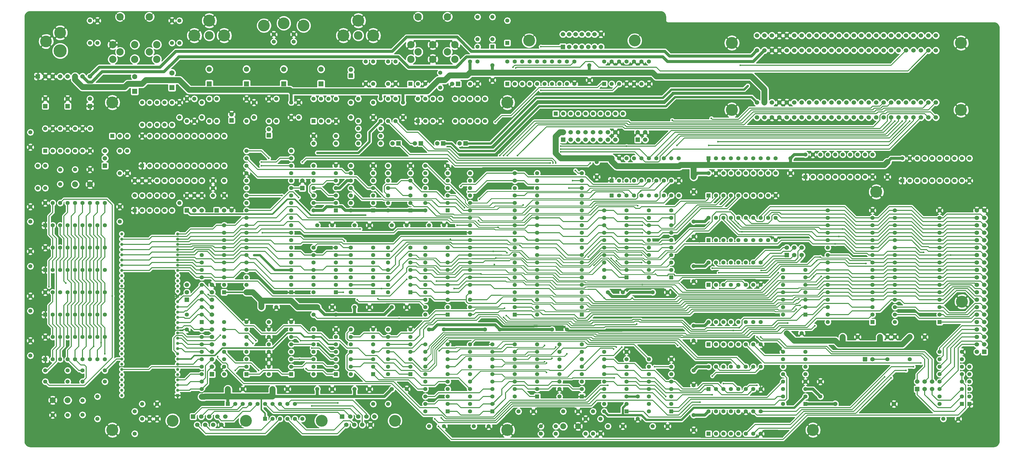
<source format=gbr>
G04 #@! TF.GenerationSoftware,KiCad,Pcbnew,5.1.9-1.fc33*
G04 #@! TF.CreationDate,2021-02-19T03:11:38+01:00*
G04 #@! TF.ProjectId,Omega-Mainboard,4f6d6567-612d-44d6-9169-6e626f617264,rev?*
G04 #@! TF.SameCoordinates,Original*
G04 #@! TF.FileFunction,Copper,L1,Top*
G04 #@! TF.FilePolarity,Positive*
%FSLAX46Y46*%
G04 Gerber Fmt 4.6, Leading zero omitted, Abs format (unit mm)*
G04 Created by KiCad (PCBNEW 5.1.9-1.fc33) date 2021-02-19 03:11:38*
%MOMM*%
%LPD*%
G01*
G04 APERTURE LIST*
G04 #@! TA.AperFunction,ComponentPad*
%ADD10C,2.500000*%
G04 #@! TD*
G04 #@! TA.AperFunction,ComponentPad*
%ADD11C,1.371600*%
G04 #@! TD*
G04 #@! TA.AperFunction,ComponentPad*
%ADD12C,4.000500*%
G04 #@! TD*
G04 #@! TA.AperFunction,ComponentPad*
%ADD13R,1.397000X1.397000*%
G04 #@! TD*
G04 #@! TA.AperFunction,ComponentPad*
%ADD14C,1.397000*%
G04 #@! TD*
G04 #@! TA.AperFunction,ComponentPad*
%ADD15R,1.016000X1.016000*%
G04 #@! TD*
G04 #@! TA.AperFunction,ComponentPad*
%ADD16C,1.016000*%
G04 #@! TD*
G04 #@! TA.AperFunction,ComponentPad*
%ADD17R,1.524000X1.524000*%
G04 #@! TD*
G04 #@! TA.AperFunction,ComponentPad*
%ADD18C,1.524000*%
G04 #@! TD*
G04 #@! TA.AperFunction,ComponentPad*
%ADD19C,4.064000*%
G04 #@! TD*
G04 #@! TA.AperFunction,ComponentPad*
%ADD20C,2.971800*%
G04 #@! TD*
G04 #@! TA.AperFunction,ComponentPad*
%ADD21C,4.048760*%
G04 #@! TD*
G04 #@! TA.AperFunction,ComponentPad*
%ADD22R,1.490980X1.490980*%
G04 #@! TD*
G04 #@! TA.AperFunction,ComponentPad*
%ADD23C,1.490980*%
G04 #@! TD*
G04 #@! TA.AperFunction,ComponentPad*
%ADD24R,1.778000X1.778000*%
G04 #@! TD*
G04 #@! TA.AperFunction,ComponentPad*
%ADD25C,1.778000*%
G04 #@! TD*
G04 #@! TA.AperFunction,ComponentPad*
%ADD26C,1.998980*%
G04 #@! TD*
G04 #@! TA.AperFunction,ComponentPad*
%ADD27C,4.000000*%
G04 #@! TD*
G04 #@! TA.AperFunction,ComponentPad*
%ADD28C,4.500000*%
G04 #@! TD*
G04 #@! TA.AperFunction,ViaPad*
%ADD29C,0.600000*%
G04 #@! TD*
G04 #@! TA.AperFunction,Conductor*
%ADD30C,0.990600*%
G04 #@! TD*
G04 #@! TA.AperFunction,Conductor*
%ADD31C,1.000000*%
G04 #@! TD*
G04 #@! TA.AperFunction,Conductor*
%ADD32C,2.000000*%
G04 #@! TD*
G04 #@! TA.AperFunction,Conductor*
%ADD33C,0.736600*%
G04 #@! TD*
G04 #@! TA.AperFunction,Conductor*
%ADD34C,0.355600*%
G04 #@! TD*
G04 #@! TA.AperFunction,Conductor*
%ADD35C,0.482600*%
G04 #@! TD*
G04 #@! TA.AperFunction,Conductor*
%ADD36C,0.375000*%
G04 #@! TD*
G04 #@! TA.AperFunction,Conductor*
%ADD37C,0.350000*%
G04 #@! TD*
G04 #@! TA.AperFunction,Conductor*
%ADD38C,0.254000*%
G04 #@! TD*
G04 #@! TA.AperFunction,Conductor*
%ADD39C,0.750000*%
G04 #@! TD*
G04 #@! TA.AperFunction,Conductor*
%ADD40C,0.500000*%
G04 #@! TD*
G04 #@! TA.AperFunction,Conductor*
%ADD41C,0.100000*%
G04 #@! TD*
G04 APERTURE END LIST*
D10*
X71200000Y-48220000D03*
X81200000Y-48220000D03*
X83700000Y-62720000D03*
X83700000Y-57720000D03*
X68700000Y-62720000D03*
X68700000Y-57720000D03*
X81200000Y-60220000D03*
X71200000Y-60220000D03*
X76200000Y-62720000D03*
X76200000Y-57720000D03*
X172800000Y-48220000D03*
X182800000Y-48220000D03*
X185300000Y-62720000D03*
X185300000Y-57720000D03*
X170300000Y-62720000D03*
X170300000Y-57720000D03*
X182800000Y-60220000D03*
X172800000Y-60220000D03*
X177800000Y-62720000D03*
X177800000Y-57720000D03*
D11*
X123600000Y-56720000D03*
X130400000Y-56720000D03*
X130400000Y-54220000D03*
X123600000Y-54220000D03*
D12*
X127000000Y-50420000D03*
X120250000Y-51220000D03*
X133750000Y-51220000D03*
D13*
X238760000Y-109220000D03*
D14*
X241300000Y-109220000D03*
X243840000Y-109220000D03*
X246380000Y-109220000D03*
X248920000Y-109220000D03*
X251460000Y-109220000D03*
X254000000Y-109220000D03*
X256540000Y-109220000D03*
X259080000Y-109220000D03*
X261620000Y-109220000D03*
X91440000Y-82550000D03*
X91440000Y-77470000D03*
X88900000Y-77470000D03*
X88900000Y-85090000D03*
X76200000Y-182880000D03*
X76200000Y-190500000D03*
D15*
X90805000Y-177419000D03*
D16*
X90805000Y-175641000D03*
X90805000Y-173863000D03*
X90805000Y-172085000D03*
X90805000Y-170307000D03*
X90805000Y-168529000D03*
X90805000Y-166751000D03*
X90805000Y-164973000D03*
X90805000Y-163195000D03*
X90805000Y-161417000D03*
X90805000Y-159639000D03*
X90805000Y-157861000D03*
X90805000Y-156083000D03*
X90805000Y-154305000D03*
X90805000Y-152527000D03*
X90805000Y-150749000D03*
X90805000Y-148971000D03*
X90805000Y-147193000D03*
X90805000Y-145415000D03*
X90805000Y-143637000D03*
X90805000Y-141859000D03*
X90805000Y-140081000D03*
X90805000Y-138303000D03*
X90805000Y-136525000D03*
X90805000Y-134747000D03*
X90805000Y-132969000D03*
X90805000Y-131191000D03*
X90805000Y-129413000D03*
X90805000Y-127635000D03*
X90805000Y-125857000D03*
X90805000Y-124079000D03*
X90805000Y-122301000D03*
X71755000Y-122301000D03*
X71755000Y-124079000D03*
X71755000Y-125857000D03*
X71755000Y-127635000D03*
X71755000Y-129413000D03*
X71755000Y-131191000D03*
X71755000Y-132969000D03*
X71755000Y-134747000D03*
X71755000Y-136525000D03*
X71755000Y-138303000D03*
X71755000Y-140081000D03*
X71755000Y-141859000D03*
X71755000Y-143637000D03*
X71755000Y-145415000D03*
X71755000Y-147193000D03*
X71755000Y-148971000D03*
X71755000Y-150749000D03*
X71755000Y-152527000D03*
X71755000Y-154305000D03*
X71755000Y-156083000D03*
X71755000Y-157861000D03*
X71755000Y-159639000D03*
X71755000Y-161417000D03*
X71755000Y-163195000D03*
X71755000Y-164973000D03*
X71755000Y-166751000D03*
X71755000Y-168529000D03*
X71755000Y-170307000D03*
X71755000Y-172085000D03*
X71755000Y-173863000D03*
X71755000Y-175641000D03*
X71755000Y-177419000D03*
D17*
X222250000Y-90170000D03*
D18*
X222250000Y-87630000D03*
X224790000Y-90170000D03*
X224790000Y-87630000D03*
X227330000Y-90170000D03*
X227330000Y-87630000D03*
X229870000Y-90170000D03*
X229870000Y-87630000D03*
X232410000Y-90170000D03*
X232410000Y-87630000D03*
X234950000Y-90170000D03*
X234950000Y-87630000D03*
X237490000Y-90170000D03*
X237490000Y-87630000D03*
X240030000Y-90170000D03*
X240030000Y-87630000D03*
D19*
X101600000Y-49530000D03*
X106680000Y-54610000D03*
X96520000Y-54610000D03*
D20*
X101600000Y-54610000D03*
D14*
X63500000Y-49530000D03*
X63500000Y-57150000D03*
X60960000Y-49530000D03*
X60960000Y-57150000D03*
X88900000Y-49530000D03*
X88900000Y-57150000D03*
D21*
X246600000Y-56320000D03*
X210600000Y-56320000D03*
D17*
X222120000Y-58465000D03*
D18*
X224280000Y-58465000D03*
X226440000Y-58465000D03*
X228600000Y-58465000D03*
X230760000Y-58465000D03*
X232920000Y-58465000D03*
X235080000Y-58465000D03*
X228600000Y-54175000D03*
X222120000Y-54175000D03*
X224280000Y-54175000D03*
X226440000Y-54175000D03*
X230760000Y-54175000D03*
X232920000Y-54175000D03*
X235080000Y-54175000D03*
D14*
X185420000Y-76200000D03*
X185420000Y-83820000D03*
X187960000Y-83820000D03*
X187960000Y-76200000D03*
X190500000Y-83820000D03*
X190500000Y-76200000D03*
X195580000Y-83820000D03*
X195580000Y-76200000D03*
X167640000Y-77470000D03*
X167640000Y-82550000D03*
X193040000Y-76200000D03*
X193040000Y-83820000D03*
X160020000Y-83820000D03*
X160020000Y-76200000D03*
D13*
X172720000Y-83820000D03*
D14*
X175260000Y-83820000D03*
X177800000Y-83820000D03*
X180340000Y-83820000D03*
X180340000Y-76200000D03*
X177800000Y-76200000D03*
X175260000Y-76200000D03*
X172720000Y-76200000D03*
D13*
X198120000Y-58420000D03*
D14*
X198120000Y-55880000D03*
X198120000Y-48260000D03*
X193040000Y-48260000D03*
X193040000Y-55880000D03*
X193040000Y-58420000D03*
X96520000Y-76200000D03*
X96520000Y-83820000D03*
D13*
X144780000Y-170180000D03*
D14*
X144780000Y-167640000D03*
X144780000Y-165100000D03*
X144780000Y-162560000D03*
X144780000Y-160020000D03*
X144780000Y-157480000D03*
X144780000Y-154940000D03*
X137160000Y-154940000D03*
X137160000Y-157480000D03*
X137160000Y-160020000D03*
X137160000Y-162560000D03*
X137160000Y-165100000D03*
X137160000Y-167640000D03*
X137160000Y-170180000D03*
D13*
X157480000Y-170180000D03*
D14*
X157480000Y-167640000D03*
X157480000Y-165100000D03*
X157480000Y-162560000D03*
X157480000Y-160020000D03*
X157480000Y-157480000D03*
X157480000Y-154940000D03*
X149860000Y-154940000D03*
X149860000Y-157480000D03*
X149860000Y-160020000D03*
X149860000Y-162560000D03*
X149860000Y-165100000D03*
X149860000Y-167640000D03*
X149860000Y-170180000D03*
D13*
X157480000Y-114300000D03*
D14*
X157480000Y-111760000D03*
X157480000Y-109220000D03*
X157480000Y-106680000D03*
X157480000Y-104140000D03*
X157480000Y-101600000D03*
X157480000Y-99060000D03*
X149860000Y-99060000D03*
X149860000Y-101600000D03*
X149860000Y-104140000D03*
X149860000Y-106680000D03*
X149860000Y-109220000D03*
X149860000Y-111760000D03*
X149860000Y-114300000D03*
D13*
X243840000Y-137160000D03*
D14*
X243840000Y-134620000D03*
X243840000Y-132080000D03*
X243840000Y-129540000D03*
X243840000Y-127000000D03*
X243840000Y-124460000D03*
X243840000Y-121920000D03*
X243840000Y-119380000D03*
X243840000Y-116840000D03*
X243840000Y-114300000D03*
X236220000Y-114300000D03*
X236220000Y-116840000D03*
X236220000Y-119380000D03*
X236220000Y-121920000D03*
X236220000Y-124460000D03*
X236220000Y-127000000D03*
X236220000Y-129540000D03*
X236220000Y-132080000D03*
X236220000Y-134620000D03*
X236220000Y-137160000D03*
D13*
X205740000Y-149860000D03*
D14*
X205740000Y-147320000D03*
X205740000Y-144780000D03*
X205740000Y-142240000D03*
X205740000Y-139700000D03*
X205740000Y-137160000D03*
X205740000Y-134620000D03*
X205740000Y-132080000D03*
X205740000Y-129540000D03*
X205740000Y-127000000D03*
X205740000Y-124460000D03*
X205740000Y-121920000D03*
X205740000Y-119380000D03*
X205740000Y-116840000D03*
X205740000Y-114300000D03*
X205740000Y-111760000D03*
X205740000Y-109220000D03*
X205740000Y-106680000D03*
X205740000Y-104140000D03*
X205740000Y-101600000D03*
X190500000Y-101600000D03*
X190500000Y-104140000D03*
X190500000Y-106680000D03*
X190500000Y-109220000D03*
X190500000Y-111760000D03*
X190500000Y-114300000D03*
X190500000Y-116840000D03*
X190500000Y-119380000D03*
X190500000Y-121920000D03*
X190500000Y-124460000D03*
X190500000Y-127000000D03*
X190500000Y-129540000D03*
X190500000Y-132080000D03*
X190500000Y-134620000D03*
X190500000Y-137160000D03*
X190500000Y-139700000D03*
X190500000Y-142240000D03*
X190500000Y-144780000D03*
X190500000Y-147320000D03*
X190500000Y-149860000D03*
D13*
X238760000Y-104140000D03*
D14*
X241300000Y-104140000D03*
X243840000Y-104140000D03*
X246380000Y-104140000D03*
X248920000Y-104140000D03*
X251460000Y-104140000D03*
X254000000Y-104140000D03*
X256540000Y-104140000D03*
X259080000Y-104140000D03*
X261620000Y-104140000D03*
X261620000Y-96520000D03*
X259080000Y-96520000D03*
X256540000Y-96520000D03*
X254000000Y-96520000D03*
X251460000Y-96520000D03*
X248920000Y-96520000D03*
X246380000Y-96520000D03*
X243840000Y-96520000D03*
X241300000Y-96520000D03*
X238760000Y-96520000D03*
X252730000Y-142240000D03*
X257810000Y-142240000D03*
D18*
X288290000Y-59690000D03*
X288290000Y-54610000D03*
X290830000Y-59690000D03*
X290830000Y-54610000D03*
X293370000Y-59690000D03*
X293370000Y-54610000D03*
X295910000Y-59690000D03*
X295910000Y-54610000D03*
X298450000Y-59690000D03*
X298450000Y-54610000D03*
X300990000Y-59690000D03*
X300990000Y-54610000D03*
X303530000Y-59690000D03*
X303530000Y-54610000D03*
X306070000Y-59690000D03*
X306070000Y-54610000D03*
X308610000Y-59690000D03*
X308610000Y-54610000D03*
X311150000Y-59690000D03*
X311150000Y-54610000D03*
X313690000Y-59690000D03*
X313690000Y-54610000D03*
X316230000Y-59690000D03*
X316230000Y-54610000D03*
X318770000Y-59690000D03*
X318770000Y-54610000D03*
X321310000Y-59690000D03*
X321310000Y-54610000D03*
X323850000Y-59690000D03*
X323850000Y-54610000D03*
X326390000Y-59690000D03*
X326390000Y-54610000D03*
X328930000Y-59690000D03*
X328930000Y-54610000D03*
X331470000Y-59690000D03*
X331470000Y-54610000D03*
X334010000Y-59690000D03*
X334010000Y-54610000D03*
X336550000Y-59690000D03*
X336550000Y-54610000D03*
X339090000Y-59690000D03*
X339090000Y-54610000D03*
X341630000Y-59690000D03*
X341630000Y-54610000D03*
X344170000Y-59690000D03*
X344170000Y-54610000D03*
X346710000Y-59690000D03*
X346710000Y-54610000D03*
X349250000Y-59690000D03*
X349250000Y-54610000D03*
D21*
X89105740Y-186055000D03*
X114094260Y-186055000D03*
D17*
X96113600Y-184632600D03*
D18*
X98856800Y-184632600D03*
X101600000Y-184632600D03*
X104343200Y-184632600D03*
X107086400Y-184632600D03*
X105714800Y-187477400D03*
X102971600Y-187477400D03*
X100203000Y-187477400D03*
X97485200Y-187477400D03*
D13*
X327660000Y-152400000D03*
D14*
X327660000Y-149860000D03*
X327660000Y-147320000D03*
X327660000Y-144780000D03*
X327660000Y-142240000D03*
X327660000Y-139700000D03*
X327660000Y-137160000D03*
X327660000Y-134620000D03*
X327660000Y-132080000D03*
X327660000Y-129540000D03*
X327660000Y-127000000D03*
X327660000Y-124460000D03*
X327660000Y-121920000D03*
X327660000Y-119380000D03*
X327660000Y-116840000D03*
X327660000Y-114300000D03*
X312420000Y-114300000D03*
X312420000Y-116840000D03*
X312420000Y-119380000D03*
X312420000Y-121920000D03*
X312420000Y-124460000D03*
X312420000Y-127000000D03*
X312420000Y-129540000D03*
X312420000Y-132080000D03*
X312420000Y-134620000D03*
X312420000Y-137160000D03*
X312420000Y-139700000D03*
X312420000Y-142240000D03*
X312420000Y-144780000D03*
X312420000Y-147320000D03*
X312420000Y-149860000D03*
X312420000Y-152400000D03*
D13*
X350520000Y-152400000D03*
D14*
X350520000Y-149860000D03*
X350520000Y-147320000D03*
X350520000Y-144780000D03*
X350520000Y-142240000D03*
X350520000Y-139700000D03*
X350520000Y-137160000D03*
X350520000Y-134620000D03*
X350520000Y-132080000D03*
X350520000Y-129540000D03*
X350520000Y-127000000D03*
X350520000Y-124460000D03*
X350520000Y-121920000D03*
X350520000Y-119380000D03*
X350520000Y-116840000D03*
X350520000Y-114300000D03*
X335280000Y-114300000D03*
X335280000Y-116840000D03*
X335280000Y-119380000D03*
X335280000Y-121920000D03*
X335280000Y-124460000D03*
X335280000Y-127000000D03*
X335280000Y-129540000D03*
X335280000Y-132080000D03*
X335280000Y-134620000D03*
X335280000Y-137160000D03*
X335280000Y-139700000D03*
X335280000Y-142240000D03*
X335280000Y-144780000D03*
X335280000Y-147320000D03*
X335280000Y-149860000D03*
X335280000Y-152400000D03*
D13*
X304800000Y-102870000D03*
D14*
X307340000Y-102870000D03*
X309880000Y-102870000D03*
X312420000Y-102870000D03*
X314960000Y-102870000D03*
X317500000Y-102870000D03*
X320040000Y-102870000D03*
X322580000Y-102870000D03*
X325120000Y-102870000D03*
X327660000Y-102870000D03*
X327660000Y-95250000D03*
X325120000Y-95250000D03*
X322580000Y-95250000D03*
X320040000Y-95250000D03*
X317500000Y-95250000D03*
X314960000Y-95250000D03*
X312420000Y-95250000D03*
X309880000Y-95250000D03*
X307340000Y-95250000D03*
X304800000Y-95250000D03*
D18*
X314929520Y-180340000D03*
X334929480Y-180340000D03*
D13*
X304800000Y-149860000D03*
D14*
X304800000Y-147320000D03*
X304800000Y-144780000D03*
X304800000Y-142240000D03*
X304800000Y-139700000D03*
X304800000Y-137160000D03*
X304800000Y-134620000D03*
X297180000Y-134620000D03*
X297180000Y-137160000D03*
X297180000Y-139700000D03*
X297180000Y-142240000D03*
X297180000Y-144780000D03*
X297180000Y-147320000D03*
X297180000Y-149860000D03*
X298450000Y-156210000D03*
X303530000Y-156210000D03*
D13*
X271780000Y-109220000D03*
D14*
X274320000Y-109220000D03*
X276860000Y-109220000D03*
X279400000Y-109220000D03*
X281940000Y-109220000D03*
X284480000Y-109220000D03*
X287020000Y-109220000D03*
X289560000Y-109220000D03*
X292100000Y-109220000D03*
X294640000Y-109220000D03*
X294640000Y-101600000D03*
X292100000Y-101600000D03*
X289560000Y-101600000D03*
X287020000Y-101600000D03*
X284480000Y-101600000D03*
X281940000Y-101600000D03*
X279400000Y-101600000D03*
X276860000Y-101600000D03*
X274320000Y-101600000D03*
X271780000Y-101600000D03*
D13*
X271780000Y-124460000D03*
D14*
X274320000Y-124460000D03*
X276860000Y-124460000D03*
X279400000Y-124460000D03*
X281940000Y-124460000D03*
X284480000Y-124460000D03*
X287020000Y-124460000D03*
X289560000Y-124460000D03*
X292100000Y-124460000D03*
X294640000Y-124460000D03*
X294640000Y-116840000D03*
X292100000Y-116840000D03*
X289560000Y-116840000D03*
X287020000Y-116840000D03*
X284480000Y-116840000D03*
X281940000Y-116840000D03*
X279400000Y-116840000D03*
X276860000Y-116840000D03*
X274320000Y-116840000D03*
X271780000Y-116840000D03*
D13*
X243840000Y-182880000D03*
D14*
X243840000Y-180340000D03*
X243840000Y-177800000D03*
X243840000Y-175260000D03*
X243840000Y-172720000D03*
X243840000Y-170180000D03*
X243840000Y-167640000D03*
X243840000Y-165100000D03*
X243840000Y-162560000D03*
X236220000Y-162560000D03*
X236220000Y-165100000D03*
X236220000Y-167640000D03*
X236220000Y-170180000D03*
X236220000Y-172720000D03*
X236220000Y-175260000D03*
X236220000Y-177800000D03*
X236220000Y-180340000D03*
X236220000Y-182880000D03*
D13*
X157480000Y-142240000D03*
D14*
X157480000Y-139700000D03*
X157480000Y-137160000D03*
X157480000Y-134620000D03*
X157480000Y-132080000D03*
X157480000Y-129540000D03*
X157480000Y-127000000D03*
X149860000Y-127000000D03*
X149860000Y-129540000D03*
X149860000Y-132080000D03*
X149860000Y-134620000D03*
X149860000Y-137160000D03*
X149860000Y-139700000D03*
X149860000Y-142240000D03*
D13*
X129540000Y-142240000D03*
D14*
X129540000Y-139700000D03*
X129540000Y-137160000D03*
X129540000Y-134620000D03*
X129540000Y-132080000D03*
X129540000Y-129540000D03*
X129540000Y-127000000D03*
X129540000Y-124460000D03*
X129540000Y-121920000D03*
X129540000Y-119380000D03*
X129540000Y-116840000D03*
X129540000Y-114300000D03*
X129540000Y-111760000D03*
X129540000Y-109220000D03*
X129540000Y-106680000D03*
X129540000Y-104140000D03*
X129540000Y-101600000D03*
X129540000Y-99060000D03*
X129540000Y-96520000D03*
X129540000Y-93980000D03*
X114300000Y-93980000D03*
X114300000Y-96520000D03*
X114300000Y-99060000D03*
X114300000Y-101600000D03*
X114300000Y-104140000D03*
X114300000Y-106680000D03*
X114300000Y-109220000D03*
X114300000Y-111760000D03*
X114300000Y-114300000D03*
X114300000Y-116840000D03*
X114300000Y-119380000D03*
X114300000Y-121920000D03*
X114300000Y-124460000D03*
X114300000Y-127000000D03*
X114300000Y-129540000D03*
X114300000Y-132080000D03*
X114300000Y-134620000D03*
X114300000Y-137160000D03*
X114300000Y-139700000D03*
X114300000Y-142240000D03*
D13*
X170180000Y-170180000D03*
D14*
X170180000Y-167640000D03*
X170180000Y-165100000D03*
X170180000Y-162560000D03*
X170180000Y-160020000D03*
X170180000Y-157480000D03*
X170180000Y-154940000D03*
X162560000Y-154940000D03*
X162560000Y-157480000D03*
X162560000Y-160020000D03*
X162560000Y-162560000D03*
X162560000Y-165100000D03*
X162560000Y-167640000D03*
X162560000Y-170180000D03*
D13*
X45720000Y-93980000D03*
D14*
X48260000Y-93980000D03*
X50800000Y-93980000D03*
X53340000Y-93980000D03*
X55880000Y-93980000D03*
X58420000Y-93980000D03*
X60960000Y-93980000D03*
X60960000Y-86360000D03*
X58420000Y-86360000D03*
X55880000Y-86360000D03*
X53340000Y-86360000D03*
X50800000Y-86360000D03*
X48260000Y-86360000D03*
X45720000Y-86360000D03*
D13*
X170180000Y-142240000D03*
D14*
X170180000Y-139700000D03*
X170180000Y-137160000D03*
X170180000Y-134620000D03*
X170180000Y-132080000D03*
X170180000Y-129540000D03*
X170180000Y-127000000D03*
X162560000Y-127000000D03*
X162560000Y-129540000D03*
X162560000Y-132080000D03*
X162560000Y-134620000D03*
X162560000Y-137160000D03*
X162560000Y-139700000D03*
X162560000Y-142240000D03*
D13*
X182880000Y-149860000D03*
D14*
X182880000Y-147320000D03*
X182880000Y-144780000D03*
X182880000Y-142240000D03*
X182880000Y-139700000D03*
X182880000Y-137160000D03*
X182880000Y-134620000D03*
X182880000Y-132080000D03*
X182880000Y-129540000D03*
X182880000Y-127000000D03*
X175260000Y-127000000D03*
X175260000Y-129540000D03*
X175260000Y-132080000D03*
X175260000Y-134620000D03*
X175260000Y-137160000D03*
X175260000Y-139700000D03*
X175260000Y-142240000D03*
X175260000Y-144780000D03*
X175260000Y-147320000D03*
X175260000Y-149860000D03*
D13*
X228600000Y-149860000D03*
D14*
X228600000Y-147320000D03*
X228600000Y-144780000D03*
X228600000Y-142240000D03*
X228600000Y-139700000D03*
X228600000Y-137160000D03*
X228600000Y-134620000D03*
X228600000Y-132080000D03*
X228600000Y-129540000D03*
X228600000Y-127000000D03*
X228600000Y-124460000D03*
X228600000Y-121920000D03*
X228600000Y-119380000D03*
X228600000Y-116840000D03*
X228600000Y-114300000D03*
X228600000Y-111760000D03*
X228600000Y-109220000D03*
X228600000Y-106680000D03*
X228600000Y-104140000D03*
X228600000Y-101600000D03*
X213360000Y-101600000D03*
X213360000Y-104140000D03*
X213360000Y-106680000D03*
X213360000Y-109220000D03*
X213360000Y-111760000D03*
X213360000Y-114300000D03*
X213360000Y-116840000D03*
X213360000Y-119380000D03*
X213360000Y-121920000D03*
X213360000Y-124460000D03*
X213360000Y-127000000D03*
X213360000Y-129540000D03*
X213360000Y-132080000D03*
X213360000Y-134620000D03*
X213360000Y-137160000D03*
X213360000Y-139700000D03*
X213360000Y-142240000D03*
X213360000Y-144780000D03*
X213360000Y-147320000D03*
X213360000Y-149860000D03*
D13*
X259080000Y-137160000D03*
D14*
X259080000Y-134620000D03*
X259080000Y-132080000D03*
X259080000Y-129540000D03*
X259080000Y-127000000D03*
X259080000Y-124460000D03*
X259080000Y-121920000D03*
X259080000Y-119380000D03*
X259080000Y-116840000D03*
X259080000Y-114300000D03*
X251460000Y-114300000D03*
X251460000Y-116840000D03*
X251460000Y-119380000D03*
X251460000Y-121920000D03*
X251460000Y-124460000D03*
X251460000Y-127000000D03*
X251460000Y-129540000D03*
X251460000Y-132080000D03*
X251460000Y-134620000D03*
X251460000Y-137160000D03*
D13*
X45720000Y-119380000D03*
D14*
X48260000Y-119380000D03*
X50800000Y-119380000D03*
X53340000Y-119380000D03*
X55880000Y-119380000D03*
X58420000Y-119380000D03*
X60960000Y-119380000D03*
X63500000Y-119380000D03*
X66040000Y-119380000D03*
X66040000Y-111760000D03*
X63500000Y-111760000D03*
X60960000Y-111760000D03*
X58420000Y-111760000D03*
X55880000Y-111760000D03*
X53340000Y-111760000D03*
X50800000Y-111760000D03*
X48260000Y-111760000D03*
X45720000Y-111760000D03*
D13*
X259080000Y-182880000D03*
D14*
X259080000Y-180340000D03*
X259080000Y-177800000D03*
X259080000Y-175260000D03*
X259080000Y-172720000D03*
X259080000Y-170180000D03*
X259080000Y-167640000D03*
X259080000Y-165100000D03*
X251460000Y-165100000D03*
X251460000Y-167640000D03*
X251460000Y-170180000D03*
X251460000Y-172720000D03*
X251460000Y-175260000D03*
X251460000Y-177800000D03*
X251460000Y-180340000D03*
X251460000Y-182880000D03*
D13*
X228600000Y-177800000D03*
D14*
X228600000Y-175260000D03*
X228600000Y-172720000D03*
X228600000Y-170180000D03*
X228600000Y-167640000D03*
X228600000Y-165100000D03*
X228600000Y-162560000D03*
X228600000Y-160020000D03*
X220980000Y-160020000D03*
X220980000Y-162560000D03*
X220980000Y-165100000D03*
X220980000Y-167640000D03*
X220980000Y-170180000D03*
X220980000Y-172720000D03*
X220980000Y-175260000D03*
X220980000Y-177800000D03*
D13*
X182880000Y-182880000D03*
D14*
X182880000Y-180340000D03*
X182880000Y-177800000D03*
X182880000Y-175260000D03*
X182880000Y-172720000D03*
X182880000Y-170180000D03*
X182880000Y-167640000D03*
X182880000Y-165100000D03*
X182880000Y-162560000D03*
X182880000Y-160020000D03*
X175260000Y-160020000D03*
X175260000Y-162560000D03*
X175260000Y-165100000D03*
X175260000Y-167640000D03*
X175260000Y-170180000D03*
X175260000Y-172720000D03*
X175260000Y-175260000D03*
X175260000Y-177800000D03*
X175260000Y-180340000D03*
X175260000Y-182880000D03*
D18*
X148285200Y-187477400D03*
X151003000Y-187477400D03*
X153771600Y-187477400D03*
X156514800Y-187477400D03*
X157886400Y-184632600D03*
X155143200Y-184632600D03*
X152400000Y-184632600D03*
X149656800Y-184632600D03*
D17*
X146913600Y-184632600D03*
D21*
X164894260Y-186055000D03*
X139905740Y-186055000D03*
D13*
X198120000Y-182880000D03*
D14*
X198120000Y-180340000D03*
X198120000Y-177800000D03*
X198120000Y-175260000D03*
X198120000Y-172720000D03*
X198120000Y-170180000D03*
X198120000Y-167640000D03*
X198120000Y-165100000D03*
X198120000Y-162560000D03*
X198120000Y-160020000D03*
X190500000Y-160020000D03*
X190500000Y-162560000D03*
X190500000Y-165100000D03*
X190500000Y-167640000D03*
X190500000Y-170180000D03*
X190500000Y-172720000D03*
X190500000Y-175260000D03*
X190500000Y-177800000D03*
X190500000Y-180340000D03*
X190500000Y-182880000D03*
D22*
X188960760Y-91440000D03*
D23*
X186959240Y-91440000D03*
D13*
X358140000Y-180340000D03*
D14*
X358140000Y-177800000D03*
X358140000Y-175260000D03*
X358140000Y-172720000D03*
X358140000Y-170180000D03*
X358140000Y-167640000D03*
X358140000Y-165100000D03*
X358140000Y-162560000D03*
X350520000Y-162560000D03*
X350520000Y-165100000D03*
X350520000Y-167640000D03*
X350520000Y-170180000D03*
X350520000Y-172720000D03*
X350520000Y-175260000D03*
X350520000Y-177800000D03*
X350520000Y-180340000D03*
D18*
X349250000Y-77470000D03*
X349250000Y-82550000D03*
X346710000Y-77470000D03*
X346710000Y-82550000D03*
X344170000Y-77470000D03*
X344170000Y-82550000D03*
X341630000Y-77470000D03*
X341630000Y-82550000D03*
X339090000Y-77470000D03*
X339090000Y-82550000D03*
X336550000Y-77470000D03*
X336550000Y-82550000D03*
X334010000Y-77470000D03*
X334010000Y-82550000D03*
X331470000Y-77470000D03*
X331470000Y-82550000D03*
X328930000Y-77470000D03*
X328930000Y-82550000D03*
X326390000Y-77470000D03*
X326390000Y-82550000D03*
X323850000Y-77470000D03*
X323850000Y-82550000D03*
X321310000Y-77470000D03*
X321310000Y-82550000D03*
X318770000Y-77470000D03*
X318770000Y-82550000D03*
X316230000Y-77470000D03*
X316230000Y-82550000D03*
X313690000Y-77470000D03*
X313690000Y-82550000D03*
X311150000Y-77470000D03*
X311150000Y-82550000D03*
X308610000Y-77470000D03*
X308610000Y-82550000D03*
X306070000Y-77470000D03*
X306070000Y-82550000D03*
X303530000Y-77470000D03*
X303530000Y-82550000D03*
X300990000Y-77470000D03*
X300990000Y-82550000D03*
X298450000Y-77470000D03*
X298450000Y-82550000D03*
X295910000Y-77470000D03*
X295910000Y-82550000D03*
X293370000Y-77470000D03*
X293370000Y-82550000D03*
X290830000Y-77470000D03*
X290830000Y-82550000D03*
X288290000Y-77470000D03*
X288290000Y-82550000D03*
D14*
X104140000Y-76200000D03*
X104140000Y-83820000D03*
D19*
X68580000Y-77470000D03*
X203200000Y-77470000D03*
X328930000Y-107950000D03*
X68580000Y-189230000D03*
X203200000Y-189230000D03*
X307340000Y-189230000D03*
X358140000Y-145415000D03*
D14*
X200660000Y-154940000D03*
X195580000Y-154940000D03*
X218440000Y-154940000D03*
X223520000Y-154940000D03*
X78740000Y-180340000D03*
X83820000Y-180340000D03*
X119380000Y-147320000D03*
X124460000Y-147320000D03*
X237490000Y-187960000D03*
X242570000Y-187960000D03*
X317500000Y-157480000D03*
X322580000Y-157480000D03*
X340360000Y-157480000D03*
X345440000Y-157480000D03*
X40640000Y-118110000D03*
X40640000Y-113030000D03*
X40640000Y-148590000D03*
X40640000Y-143510000D03*
X40640000Y-133350000D03*
X40640000Y-128270000D03*
X40640000Y-163830000D03*
X40640000Y-158750000D03*
X176530000Y-154940000D03*
X181610000Y-154940000D03*
X176530000Y-187960000D03*
X181610000Y-187960000D03*
X191770000Y-187960000D03*
X196850000Y-187960000D03*
X266700000Y-133350000D03*
X266700000Y-138430000D03*
X266700000Y-168910000D03*
X266700000Y-173990000D03*
X266700000Y-153670000D03*
X266700000Y-158750000D03*
X266700000Y-184150000D03*
X266700000Y-189230000D03*
X299720000Y-96520000D03*
X299720000Y-101600000D03*
X332740000Y-97790000D03*
X332740000Y-102870000D03*
X233680000Y-97790000D03*
X233680000Y-102870000D03*
X237490000Y-142240000D03*
X242570000Y-142240000D03*
X198120000Y-64770000D03*
X198120000Y-69850000D03*
X266700000Y-102870000D03*
X266700000Y-107950000D03*
X266700000Y-118110000D03*
X266700000Y-123190000D03*
X252730000Y-187960000D03*
X257810000Y-187960000D03*
X107950000Y-175260000D03*
X113030000Y-175260000D03*
X123190000Y-175260000D03*
X128270000Y-175260000D03*
X222250000Y-182880000D03*
X227330000Y-182880000D03*
X207010000Y-182880000D03*
X212090000Y-182880000D03*
X351790000Y-185420000D03*
X356870000Y-185420000D03*
X231140000Y-64770000D03*
X231140000Y-69850000D03*
X163830000Y-119380000D03*
X168910000Y-119380000D03*
X151130000Y-119380000D03*
X156210000Y-119380000D03*
X138430000Y-119380000D03*
X143510000Y-119380000D03*
X163830000Y-175260000D03*
X168910000Y-175260000D03*
X151130000Y-175260000D03*
X156210000Y-175260000D03*
X151130000Y-147320000D03*
X156210000Y-147320000D03*
X163830000Y-147320000D03*
X168910000Y-147320000D03*
X138430000Y-175260000D03*
X143510000Y-175260000D03*
X40640000Y-87630000D03*
X40640000Y-92710000D03*
X138430000Y-147320000D03*
X143510000Y-147320000D03*
X176530000Y-119380000D03*
X181610000Y-119380000D03*
X309880000Y-177800000D03*
X309880000Y-172720000D03*
X106680000Y-104140000D03*
X106680000Y-109220000D03*
X129540000Y-77470000D03*
X129540000Y-82550000D03*
X86360000Y-109220000D03*
X86360000Y-104140000D03*
X83820000Y-109220000D03*
X83820000Y-104140000D03*
X88900000Y-109220000D03*
X88900000Y-104140000D03*
X96520000Y-104140000D03*
X96520000Y-109220000D03*
X116840000Y-82550000D03*
X116840000Y-77470000D03*
X71120000Y-113030000D03*
X71120000Y-118110000D03*
D24*
X114300000Y-71079360D03*
D25*
X114300000Y-66080640D03*
D24*
X139700000Y-71079360D03*
D25*
X139700000Y-66080640D03*
D24*
X127000000Y-71079360D03*
D25*
X127000000Y-66080640D03*
D24*
X76200000Y-73619360D03*
D25*
X76200000Y-68620640D03*
D24*
X101600000Y-71079360D03*
D25*
X101600000Y-66080640D03*
D24*
X88900000Y-72349360D03*
D25*
X88900000Y-67350640D03*
D22*
X45720000Y-78720000D03*
D23*
X45720000Y-76220000D03*
D22*
X53340000Y-78720000D03*
D23*
X53340000Y-76220000D03*
D22*
X60960000Y-78720000D03*
D23*
X60960000Y-76220000D03*
D22*
X186420760Y-71120000D03*
D23*
X184419240Y-71120000D03*
D22*
X121920000Y-88630760D03*
D23*
X121920000Y-86629240D03*
D22*
X166100760Y-91440000D03*
D23*
X164099240Y-91440000D03*
D22*
X181340760Y-91440000D03*
D23*
X179339240Y-91440000D03*
D22*
X149860000Y-68310760D03*
D23*
X149860000Y-66309240D03*
X109220000Y-81549240D03*
D22*
X109220000Y-83550760D03*
D23*
X171719240Y-91440000D03*
D22*
X173720760Y-91440000D03*
D14*
X157480000Y-77470000D03*
X157480000Y-82550000D03*
X180340000Y-67310000D03*
X180340000Y-72390000D03*
X149860000Y-82550000D03*
X149860000Y-77470000D03*
X132080000Y-82550000D03*
X132080000Y-77470000D03*
X78740000Y-109220000D03*
X78740000Y-104140000D03*
X81280000Y-109220000D03*
X81280000Y-104140000D03*
X76200000Y-109220000D03*
X76200000Y-104140000D03*
X99060000Y-104140000D03*
X99060000Y-109220000D03*
X234950000Y-190500000D03*
X234950000Y-185420000D03*
X229870000Y-185420000D03*
X229870000Y-190500000D03*
D26*
X48260000Y-179070000D03*
X53340000Y-179070000D03*
X60960000Y-105410000D03*
X55880000Y-105410000D03*
D14*
X48260000Y-184150000D03*
X53340000Y-184150000D03*
X60960000Y-100330000D03*
X55880000Y-100330000D03*
X99060000Y-82550000D03*
X99060000Y-77470000D03*
X93980000Y-104140000D03*
X93980000Y-109220000D03*
X203200000Y-49530000D03*
D13*
X203200000Y-57150000D03*
D19*
X279717500Y-57150000D03*
X357822500Y-57150000D03*
X279717500Y-80010000D03*
X357822500Y-80010000D03*
D27*
X50800000Y-53657500D03*
D28*
X50800000Y-59857640D03*
D27*
X45999400Y-56657240D03*
D17*
X43180000Y-68580000D03*
D18*
X45720000Y-68580000D03*
X48260000Y-68580000D03*
X50800000Y-68580000D03*
X53340000Y-68580000D03*
X55880000Y-68580000D03*
X58420000Y-68580000D03*
X60960000Y-68580000D03*
D17*
X365760000Y-162560000D03*
D18*
X363220000Y-162560000D03*
X365760000Y-160020000D03*
X363220000Y-160020000D03*
X365760000Y-157480000D03*
X363220000Y-157480000D03*
X365760000Y-154940000D03*
X363220000Y-154940000D03*
X365760000Y-152400000D03*
X363220000Y-152400000D03*
X365760000Y-149860000D03*
X363220000Y-149860000D03*
X365760000Y-147320000D03*
X363220000Y-147320000D03*
X365760000Y-144780000D03*
X363220000Y-144780000D03*
X365760000Y-142240000D03*
X363220000Y-142240000D03*
X365760000Y-139700000D03*
X363220000Y-139700000D03*
X365760000Y-137160000D03*
X363220000Y-137160000D03*
X365760000Y-134620000D03*
X363220000Y-134620000D03*
X365760000Y-132080000D03*
X363220000Y-132080000D03*
X363220000Y-129540000D03*
X365760000Y-129540000D03*
X363220000Y-127000000D03*
X365760000Y-127000000D03*
X365760000Y-124460000D03*
X363220000Y-124460000D03*
X365760000Y-121920000D03*
X363220000Y-121920000D03*
X365760000Y-119380000D03*
X363220000Y-119380000D03*
X365760000Y-116840000D03*
X363220000Y-116840000D03*
X365760000Y-114300000D03*
X363220000Y-114300000D03*
D17*
X325120000Y-165100000D03*
D18*
X327660000Y-165100000D03*
D17*
X133350000Y-106680000D03*
D18*
X133350000Y-104140000D03*
D17*
X93980000Y-144780000D03*
D18*
X93980000Y-142240000D03*
X93980000Y-139700000D03*
D17*
X104140000Y-114300000D03*
D18*
X106680000Y-114300000D03*
X109220000Y-114300000D03*
D17*
X93980000Y-114300000D03*
D18*
X96520000Y-114300000D03*
X99060000Y-114300000D03*
D13*
X170180000Y-71120000D03*
D14*
X172720000Y-71120000D03*
X175260000Y-71120000D03*
X43180000Y-99060000D03*
X43180000Y-106680000D03*
X63500000Y-185420000D03*
X63500000Y-177800000D03*
X232410000Y-182880000D03*
X232410000Y-190500000D03*
X247650000Y-177800000D03*
X247650000Y-185420000D03*
X114300000Y-83820000D03*
X114300000Y-76200000D03*
X154940000Y-63500000D03*
X154940000Y-71120000D03*
X93980000Y-83820000D03*
X93980000Y-76200000D03*
X152400000Y-91440000D03*
X160020000Y-91440000D03*
X332740000Y-165100000D03*
X340360000Y-165100000D03*
X152400000Y-83820000D03*
X152400000Y-76200000D03*
X152400000Y-88900000D03*
X160020000Y-88900000D03*
X152400000Y-86360000D03*
X160020000Y-86360000D03*
X162560000Y-83820000D03*
X162560000Y-76200000D03*
X162560000Y-71120000D03*
X162560000Y-63500000D03*
X193040000Y-63500000D03*
X193040000Y-71120000D03*
X190500000Y-71120000D03*
X190500000Y-63500000D03*
X71120000Y-93980000D03*
X71120000Y-101600000D03*
X91440000Y-104140000D03*
X91440000Y-111760000D03*
X124460000Y-76200000D03*
X124460000Y-83820000D03*
X144780000Y-149860000D03*
X137160000Y-149860000D03*
X45720000Y-106680000D03*
X45720000Y-99060000D03*
X165100000Y-83820000D03*
X165100000Y-76200000D03*
X121920000Y-83820000D03*
X121920000Y-76200000D03*
X73660000Y-101600000D03*
X73660000Y-93980000D03*
X91440000Y-57150000D03*
X91440000Y-49530000D03*
X58420000Y-168910000D03*
X66040000Y-168910000D03*
X45720000Y-172720000D03*
X53340000Y-172720000D03*
X45720000Y-168910000D03*
X53340000Y-168910000D03*
X58420000Y-172720000D03*
X66040000Y-172720000D03*
X157480000Y-71120000D03*
X157480000Y-63500000D03*
X165100000Y-63500000D03*
X165100000Y-71120000D03*
X86360000Y-77470000D03*
X86360000Y-85090000D03*
X101600000Y-76200000D03*
X101600000Y-83820000D03*
X78740000Y-77470000D03*
X78740000Y-85090000D03*
X81280000Y-77470000D03*
X81280000Y-85090000D03*
X83820000Y-77470000D03*
X83820000Y-85090000D03*
D13*
X106680000Y-142240000D03*
D14*
X106680000Y-139700000D03*
X106680000Y-137160000D03*
X106680000Y-134620000D03*
X106680000Y-132080000D03*
X106680000Y-129540000D03*
X106680000Y-127000000D03*
X106680000Y-124460000D03*
X106680000Y-121920000D03*
X106680000Y-119380000D03*
D13*
X99060000Y-152400000D03*
D14*
X99060000Y-149860000D03*
X99060000Y-147320000D03*
X99060000Y-144780000D03*
X99060000Y-142240000D03*
X99060000Y-139700000D03*
X99060000Y-137160000D03*
X99060000Y-134620000D03*
X99060000Y-132080000D03*
X99060000Y-129540000D03*
D13*
X99060000Y-177800000D03*
D14*
X99060000Y-175260000D03*
X99060000Y-172720000D03*
X99060000Y-170180000D03*
X99060000Y-167640000D03*
X99060000Y-165100000D03*
X99060000Y-162560000D03*
X99060000Y-160020000D03*
X99060000Y-157480000D03*
X99060000Y-154940000D03*
D13*
X271780000Y-96520000D03*
D14*
X274320000Y-96520000D03*
X276860000Y-96520000D03*
X279400000Y-96520000D03*
X281940000Y-96520000D03*
X284480000Y-96520000D03*
X287020000Y-96520000D03*
X289560000Y-96520000D03*
X292100000Y-96520000D03*
X294640000Y-96520000D03*
D13*
X107950000Y-180340000D03*
D14*
X110490000Y-180340000D03*
X113030000Y-180340000D03*
X115570000Y-180340000D03*
X118110000Y-180340000D03*
X120650000Y-180340000D03*
X123190000Y-180340000D03*
X125730000Y-180340000D03*
X128270000Y-180340000D03*
X130810000Y-180340000D03*
D13*
X120650000Y-185420000D03*
D14*
X123190000Y-185420000D03*
X125730000Y-185420000D03*
X128270000Y-185420000D03*
X130810000Y-185420000D03*
X133350000Y-185420000D03*
D13*
X76200000Y-114300000D03*
D14*
X78740000Y-114300000D03*
X81280000Y-114300000D03*
X83820000Y-114300000D03*
X86360000Y-114300000D03*
X88900000Y-114300000D03*
D13*
X45720000Y-149860000D03*
D14*
X48260000Y-149860000D03*
X50800000Y-149860000D03*
X53340000Y-149860000D03*
X55880000Y-149860000D03*
X58420000Y-149860000D03*
X60960000Y-149860000D03*
X63500000Y-149860000D03*
X66040000Y-149860000D03*
X66040000Y-142240000D03*
X63500000Y-142240000D03*
X60960000Y-142240000D03*
X58420000Y-142240000D03*
X55880000Y-142240000D03*
X53340000Y-142240000D03*
X50800000Y-142240000D03*
X48260000Y-142240000D03*
X45720000Y-142240000D03*
D13*
X45720000Y-134620000D03*
D14*
X48260000Y-134620000D03*
X50800000Y-134620000D03*
X53340000Y-134620000D03*
X55880000Y-134620000D03*
X58420000Y-134620000D03*
X60960000Y-134620000D03*
X63500000Y-134620000D03*
X66040000Y-134620000D03*
X66040000Y-127000000D03*
X63500000Y-127000000D03*
X60960000Y-127000000D03*
X58420000Y-127000000D03*
X55880000Y-127000000D03*
X53340000Y-127000000D03*
X50800000Y-127000000D03*
X48260000Y-127000000D03*
X45720000Y-127000000D03*
D13*
X45720000Y-165100000D03*
D14*
X48260000Y-165100000D03*
X50800000Y-165100000D03*
X53340000Y-165100000D03*
X55880000Y-165100000D03*
X58420000Y-165100000D03*
X60960000Y-165100000D03*
X63500000Y-165100000D03*
X66040000Y-165100000D03*
X66040000Y-157480000D03*
X63500000Y-157480000D03*
X60960000Y-157480000D03*
X58420000Y-157480000D03*
X55880000Y-157480000D03*
X53340000Y-157480000D03*
X50800000Y-157480000D03*
X48260000Y-157480000D03*
X45720000Y-157480000D03*
D13*
X271780000Y-139700000D03*
D14*
X274320000Y-139700000D03*
X276860000Y-139700000D03*
X279400000Y-139700000D03*
X281940000Y-139700000D03*
X284480000Y-139700000D03*
X287020000Y-139700000D03*
X289560000Y-139700000D03*
X289560000Y-132080000D03*
X287020000Y-132080000D03*
X284480000Y-132080000D03*
X281940000Y-132080000D03*
X279400000Y-132080000D03*
X276860000Y-132080000D03*
X274320000Y-132080000D03*
X271780000Y-132080000D03*
D13*
X271780000Y-175260000D03*
D14*
X274320000Y-175260000D03*
X276860000Y-175260000D03*
X279400000Y-175260000D03*
X281940000Y-175260000D03*
X284480000Y-175260000D03*
X287020000Y-175260000D03*
X289560000Y-175260000D03*
X289560000Y-167640000D03*
X287020000Y-167640000D03*
X284480000Y-167640000D03*
X281940000Y-167640000D03*
X279400000Y-167640000D03*
X276860000Y-167640000D03*
X274320000Y-167640000D03*
X271780000Y-167640000D03*
D13*
X271780000Y-160020000D03*
D14*
X274320000Y-160020000D03*
X276860000Y-160020000D03*
X279400000Y-160020000D03*
X281940000Y-160020000D03*
X284480000Y-160020000D03*
X287020000Y-160020000D03*
X289560000Y-160020000D03*
X289560000Y-152400000D03*
X287020000Y-152400000D03*
X284480000Y-152400000D03*
X281940000Y-152400000D03*
X279400000Y-152400000D03*
X276860000Y-152400000D03*
X274320000Y-152400000D03*
X271780000Y-152400000D03*
D13*
X271780000Y-190500000D03*
D14*
X274320000Y-190500000D03*
X276860000Y-190500000D03*
X279400000Y-190500000D03*
X281940000Y-190500000D03*
X284480000Y-190500000D03*
X287020000Y-190500000D03*
X289560000Y-190500000D03*
X289560000Y-182880000D03*
X287020000Y-182880000D03*
X284480000Y-182880000D03*
X281940000Y-182880000D03*
X279400000Y-182880000D03*
X276860000Y-182880000D03*
X274320000Y-182880000D03*
X271780000Y-182880000D03*
D13*
X337820000Y-104140000D03*
D14*
X340360000Y-104140000D03*
X342900000Y-104140000D03*
X345440000Y-104140000D03*
X347980000Y-104140000D03*
X350520000Y-104140000D03*
X353060000Y-104140000D03*
X355600000Y-104140000D03*
X358140000Y-104140000D03*
X360680000Y-104140000D03*
X360680000Y-96520000D03*
X358140000Y-96520000D03*
X355600000Y-96520000D03*
X353060000Y-96520000D03*
X350520000Y-96520000D03*
X347980000Y-96520000D03*
X345440000Y-96520000D03*
X342900000Y-96520000D03*
X340360000Y-96520000D03*
X337820000Y-96520000D03*
D13*
X203200000Y-71120000D03*
D14*
X205740000Y-71120000D03*
X208280000Y-71120000D03*
X210820000Y-71120000D03*
X213360000Y-71120000D03*
X215900000Y-71120000D03*
X218440000Y-71120000D03*
X220980000Y-71120000D03*
X223520000Y-71120000D03*
X226060000Y-71120000D03*
X226060000Y-63500000D03*
X223520000Y-63500000D03*
X220980000Y-63500000D03*
X218440000Y-63500000D03*
X215900000Y-63500000D03*
X213360000Y-63500000D03*
X210820000Y-63500000D03*
X208280000Y-63500000D03*
X205740000Y-63500000D03*
X203200000Y-63500000D03*
D13*
X114300000Y-170180000D03*
D14*
X114300000Y-167640000D03*
X114300000Y-165100000D03*
X114300000Y-162560000D03*
X114300000Y-160020000D03*
X114300000Y-157480000D03*
X114300000Y-154940000D03*
X114300000Y-152400000D03*
X106680000Y-152400000D03*
X106680000Y-154940000D03*
X106680000Y-157480000D03*
X106680000Y-160020000D03*
X106680000Y-162560000D03*
X106680000Y-165100000D03*
X106680000Y-167640000D03*
X106680000Y-170180000D03*
D13*
X129540000Y-170180000D03*
D14*
X129540000Y-167640000D03*
X129540000Y-165100000D03*
X129540000Y-162560000D03*
X129540000Y-160020000D03*
X129540000Y-157480000D03*
X129540000Y-154940000D03*
X129540000Y-152400000D03*
X121920000Y-152400000D03*
X121920000Y-154940000D03*
X121920000Y-157480000D03*
X121920000Y-160020000D03*
X121920000Y-162560000D03*
X121920000Y-165100000D03*
X121920000Y-167640000D03*
X121920000Y-170180000D03*
D13*
X213360000Y-177800000D03*
D14*
X213360000Y-175260000D03*
X213360000Y-172720000D03*
X213360000Y-170180000D03*
X213360000Y-167640000D03*
X213360000Y-165100000D03*
X213360000Y-162560000D03*
X213360000Y-160020000D03*
X205740000Y-160020000D03*
X205740000Y-162560000D03*
X205740000Y-165100000D03*
X205740000Y-167640000D03*
X205740000Y-170180000D03*
X205740000Y-172720000D03*
X205740000Y-175260000D03*
X205740000Y-177800000D03*
D13*
X236220000Y-71120000D03*
D14*
X238760000Y-71120000D03*
X241300000Y-71120000D03*
X243840000Y-71120000D03*
X246380000Y-71120000D03*
X248920000Y-71120000D03*
X251460000Y-71120000D03*
X251460000Y-63500000D03*
X248920000Y-63500000D03*
X246380000Y-63500000D03*
X243840000Y-63500000D03*
X241300000Y-63500000D03*
X238760000Y-63500000D03*
X236220000Y-63500000D03*
D13*
X170180000Y-114300000D03*
D14*
X170180000Y-111760000D03*
X170180000Y-109220000D03*
X170180000Y-106680000D03*
X170180000Y-104140000D03*
X170180000Y-101600000D03*
X170180000Y-99060000D03*
X162560000Y-99060000D03*
X162560000Y-101600000D03*
X162560000Y-104140000D03*
X162560000Y-106680000D03*
X162560000Y-109220000D03*
X162560000Y-111760000D03*
X162560000Y-114300000D03*
D13*
X144780000Y-114300000D03*
D14*
X144780000Y-111760000D03*
X144780000Y-109220000D03*
X144780000Y-106680000D03*
X144780000Y-104140000D03*
X144780000Y-101600000D03*
X144780000Y-99060000D03*
X137160000Y-99060000D03*
X137160000Y-101600000D03*
X137160000Y-104140000D03*
X137160000Y-106680000D03*
X137160000Y-109220000D03*
X137160000Y-111760000D03*
X137160000Y-114300000D03*
D13*
X144780000Y-142240000D03*
D14*
X144780000Y-139700000D03*
X144780000Y-137160000D03*
X144780000Y-134620000D03*
X144780000Y-132080000D03*
X144780000Y-129540000D03*
X144780000Y-127000000D03*
X137160000Y-127000000D03*
X137160000Y-129540000D03*
X137160000Y-132080000D03*
X137160000Y-134620000D03*
X137160000Y-137160000D03*
X137160000Y-139700000D03*
X137160000Y-142240000D03*
D13*
X182880000Y-114300000D03*
D14*
X182880000Y-111760000D03*
X182880000Y-109220000D03*
X182880000Y-106680000D03*
X182880000Y-104140000D03*
X182880000Y-101600000D03*
X182880000Y-99060000D03*
X175260000Y-99060000D03*
X175260000Y-101600000D03*
X175260000Y-104140000D03*
X175260000Y-106680000D03*
X175260000Y-109220000D03*
X175260000Y-111760000D03*
X175260000Y-114300000D03*
D13*
X304800000Y-180340000D03*
D14*
X304800000Y-177800000D03*
X304800000Y-175260000D03*
X304800000Y-172720000D03*
X304800000Y-170180000D03*
X304800000Y-167640000D03*
X304800000Y-165100000D03*
X304800000Y-162560000D03*
X297180000Y-162560000D03*
X297180000Y-165100000D03*
X297180000Y-167640000D03*
X297180000Y-170180000D03*
X297180000Y-172720000D03*
X297180000Y-175260000D03*
X297180000Y-177800000D03*
X297180000Y-180340000D03*
D13*
X78740000Y-99060000D03*
D14*
X81280000Y-99060000D03*
X83820000Y-99060000D03*
X86360000Y-99060000D03*
X88900000Y-99060000D03*
X91440000Y-99060000D03*
X93980000Y-99060000D03*
X96520000Y-99060000D03*
X99060000Y-99060000D03*
X101600000Y-99060000D03*
X104140000Y-99060000D03*
X106680000Y-99060000D03*
X106680000Y-88900000D03*
X104140000Y-88900000D03*
X101600000Y-88900000D03*
X99060000Y-88900000D03*
X96520000Y-88900000D03*
X93980000Y-88900000D03*
X91440000Y-88900000D03*
X88900000Y-88900000D03*
X86360000Y-88900000D03*
X83820000Y-88900000D03*
X81280000Y-88900000D03*
X78740000Y-88900000D03*
X58420000Y-184050940D03*
X58420000Y-179169060D03*
X219710000Y-187960000D03*
X219710000Y-190500000D03*
X214630000Y-187960000D03*
X214630000Y-190500000D03*
X50800000Y-100429060D03*
X50800000Y-105310940D03*
D19*
X152400000Y-49530000D03*
X157480000Y-54610000D03*
X147320000Y-54610000D03*
D20*
X152400000Y-54610000D03*
D13*
X68580000Y-88900000D03*
D14*
X71120000Y-88900000D03*
X73660000Y-88900000D03*
X144780000Y-91440000D03*
X137160000Y-91440000D03*
X144780000Y-88900000D03*
X137160000Y-88900000D03*
D13*
X137160000Y-83820000D03*
D14*
X139700000Y-83820000D03*
X142240000Y-83820000D03*
X144780000Y-83820000D03*
X144780000Y-76200000D03*
X142240000Y-76200000D03*
X139700000Y-76200000D03*
X137160000Y-76200000D03*
D13*
X219710000Y-81280000D03*
D14*
X222250000Y-81280000D03*
X224790000Y-81280000D03*
X227330000Y-81280000D03*
X229870000Y-81280000D03*
X232410000Y-81280000D03*
X234950000Y-81280000D03*
X237490000Y-81280000D03*
X240030000Y-81280000D03*
X242570000Y-81280000D03*
X93980000Y-149860000D03*
X93980000Y-154940000D03*
D17*
X247650000Y-90170000D03*
D18*
X247650000Y-87630000D03*
X250190000Y-90170000D03*
X250190000Y-87630000D03*
D14*
X157480000Y-180340000D03*
X162560000Y-180340000D03*
D26*
X227330000Y-187960000D03*
X222250000Y-187960000D03*
D17*
X102552500Y-170180000D03*
D18*
X102552500Y-167640000D03*
X102552500Y-165100000D03*
X102552500Y-162560000D03*
X102552500Y-160020000D03*
X102552500Y-157480000D03*
X102552500Y-154940000D03*
X102552500Y-152400000D03*
X102552500Y-149860000D03*
X102552500Y-147320000D03*
X102552500Y-144780000D03*
X102552500Y-142240000D03*
X102552500Y-139700000D03*
D17*
X66040000Y-99060000D03*
D18*
X66040000Y-96520000D03*
X66040000Y-93980000D03*
D14*
X332740000Y-157480000D03*
X330200000Y-157480000D03*
X335280000Y-157480000D03*
X102870000Y-106680000D03*
X102870000Y-109220000D03*
X102870000Y-104140000D03*
X83820000Y-185420000D03*
X78740000Y-185420000D03*
X81280000Y-185420000D03*
D18*
X347980000Y-172720000D03*
X347980000Y-175260000D03*
X345440000Y-172720000D03*
X345440000Y-175260000D03*
X342900000Y-172720000D03*
D17*
X342900000Y-175260000D03*
X298450000Y-129540000D03*
D18*
X298450000Y-127000000D03*
X300990000Y-129540000D03*
X300990000Y-127000000D03*
X303530000Y-129540000D03*
X303530000Y-127000000D03*
D13*
X360680000Y-180340000D03*
D14*
X360680000Y-177800000D03*
X360680000Y-175260000D03*
X360680000Y-172720000D03*
X360680000Y-170180000D03*
X360680000Y-167640000D03*
D29*
X140970000Y-127000000D03*
X170180000Y-121920000D03*
X182880000Y-121920000D03*
X273050000Y-123190000D03*
X274320000Y-104140000D03*
X194310000Y-151765000D03*
X242569996Y-154940000D03*
X247650000Y-154940000D03*
X230822500Y-155257500D03*
X213360000Y-153670000D03*
X193040000Y-160020000D03*
X259080000Y-154940000D03*
X180340000Y-147320000D03*
X335280000Y-111760000D03*
X74930000Y-172085000D03*
X143510000Y-123190000D03*
X158750000Y-123190000D03*
X118110000Y-90170000D03*
X203200000Y-194310000D03*
X194203230Y-100330000D03*
X267970000Y-128270000D03*
X323850000Y-129857500D03*
X267970000Y-150495000D03*
X286702494Y-150177500D03*
X242570000Y-150812500D03*
X259080000Y-150812500D03*
X256540000Y-123190000D03*
X267970000Y-119697500D03*
X110490000Y-139700000D03*
X110490000Y-144780000D03*
X295275000Y-194310000D03*
X296545000Y-190500000D03*
X327660000Y-180340000D03*
X361315000Y-189865000D03*
X284480000Y-128270000D03*
X166370000Y-95250000D03*
X283845000Y-74295000D03*
X202565000Y-88265002D03*
X240030000Y-77470000D03*
X238760000Y-82550000D03*
X195580000Y-95250000D03*
X241300000Y-82550000D03*
X88900000Y-154940000D03*
X76200000Y-154940000D03*
X93980000Y-169545000D03*
X306070000Y-128270000D03*
X295910000Y-127000000D03*
X66421000Y-70104000D03*
X180340000Y-53975000D03*
X116840000Y-129540000D03*
X217805000Y-98107500D03*
X285115000Y-71755006D03*
X218757500Y-98107500D03*
X110490000Y-168910000D03*
X119697500Y-121920000D03*
X116522500Y-159702500D03*
X117475000Y-158750000D03*
X118427500Y-168910000D03*
X136525000Y-180975000D03*
X132715000Y-158750000D03*
X132397500Y-165100000D03*
X214630000Y-58420000D03*
X224155000Y-106680000D03*
X225425000Y-104140000D03*
X226377500Y-100647500D03*
X231457512Y-98107500D03*
X133350000Y-97790000D03*
X344169996Y-166370010D03*
X334009991Y-171449991D03*
X341630000Y-167640000D03*
X331787500Y-171132500D03*
X339090000Y-168910000D03*
X236220000Y-144145000D03*
X185102500Y-140970000D03*
X310197500Y-136842500D03*
X245745000Y-144145000D03*
X302577500Y-144462500D03*
X307657500Y-136842500D03*
X353060000Y-134620000D03*
X301628533Y-147958533D03*
X325437500Y-132397500D03*
X308610000Y-131445000D03*
X179070000Y-138430000D03*
X194219493Y-135945495D03*
X249245490Y-139692010D03*
X309880000Y-130175000D03*
X354330000Y-129540000D03*
X303045750Y-146685000D03*
X314960000Y-125730000D03*
X316230000Y-123190000D03*
X283210000Y-121602500D03*
X275590000Y-140970000D03*
X183832500Y-124142500D03*
X163830000Y-128270000D03*
X317500000Y-120650000D03*
X281940000Y-118745000D03*
X276860008Y-173397800D03*
X138430000Y-94614994D03*
X219710000Y-98107500D03*
X68580000Y-143510000D03*
X238579850Y-130672650D03*
X288290000Y-173990000D03*
X160337500Y-140970000D03*
X198755000Y-132715000D03*
X214630000Y-73342500D03*
X199317029Y-130565501D03*
X273050000Y-170815000D03*
X203086538Y-128791538D03*
X198437500Y-128270000D03*
X240347500Y-131445000D03*
X273050000Y-177165000D03*
X207486250Y-126206250D03*
X209850004Y-124125004D03*
X275272500Y-135572500D03*
X289707696Y-134747004D03*
X200025000Y-120015000D03*
X273050000Y-133985000D03*
X104457500Y-164147500D03*
X101282500Y-142981760D03*
X340360000Y-83820000D03*
X274955000Y-90805000D03*
X261302500Y-160337500D03*
X216535000Y-169545000D03*
X271886762Y-92075000D03*
X260985000Y-92075000D03*
X239712500Y-171450000D03*
X282575000Y-64770000D03*
X242252500Y-160972500D03*
X201930000Y-95567500D03*
X203200000Y-95567500D03*
X200660000Y-95567500D03*
X206692500Y-95567500D03*
X216568468Y-166392004D03*
X221404260Y-94297500D03*
X337820000Y-83820000D03*
X215900000Y-165952511D03*
X221404270Y-93345000D03*
X335280000Y-83820000D03*
X259397500Y-83502500D03*
X221404260Y-92392500D03*
X215900000Y-160337500D03*
X243840000Y-92392500D03*
X272732500Y-82867500D03*
X206057500Y-65722500D03*
X202882500Y-150177500D03*
X282257500Y-154305000D03*
X201930000Y-150812508D03*
X280245730Y-155257500D03*
X189865000Y-107950000D03*
X187325000Y-106045000D03*
X248638468Y-107668468D03*
X105410000Y-156845008D03*
X247650000Y-112712500D03*
X193675000Y-110490000D03*
X186055000Y-119380000D03*
X223520000Y-163195006D03*
X219710000Y-160972500D03*
X218440006Y-164782506D03*
X295592500Y-135572520D03*
X168910000Y-137794986D03*
X147637500Y-124777500D03*
X153077800Y-120650000D03*
X52705000Y-139065000D03*
X46990000Y-140335000D03*
X64770000Y-159385000D03*
X62230000Y-160655000D03*
X66040000Y-163195000D03*
X136525000Y-161290000D03*
X134620000Y-168275000D03*
X119380000Y-97790000D03*
X119380000Y-99060000D03*
X121920000Y-96520000D03*
X126365000Y-109220000D03*
X132080000Y-109855000D03*
X257174992Y-177800000D03*
X253365010Y-167640000D03*
X307975000Y-153670000D03*
X345122500Y-128587500D03*
X205105000Y-65405000D03*
X180657500Y-185102500D03*
X180022500Y-162242500D03*
X152082512Y-144780000D03*
X159067500Y-144462500D03*
X179705000Y-187960000D03*
X178435000Y-185420000D03*
X268922504Y-179704996D03*
X193357494Y-117792500D03*
X188595002Y-113347502D03*
X289560000Y-157480000D03*
X288290000Y-157480000D03*
X237490000Y-173990000D03*
X232727500Y-133032500D03*
X240347500Y-160972500D03*
X248962810Y-132080000D03*
X239395000Y-161607500D03*
X248962810Y-129540000D03*
X230822500Y-130175000D03*
X249237500Y-121920000D03*
X249237500Y-119380000D03*
X247332500Y-153035000D03*
X208597500Y-112395000D03*
X199072500Y-84137500D03*
X145415000Y-180022500D03*
X298767500Y-152717500D03*
X147320000Y-142240000D03*
X202247500Y-147637500D03*
X166370000Y-151130000D03*
X154940000Y-115887500D03*
D30*
X266700000Y-184150000D02*
X270510000Y-184150000D01*
X270510000Y-184150000D02*
X271780000Y-182880000D01*
X266700000Y-153670000D02*
X270510000Y-153670000D01*
X270510000Y-153670000D02*
X271780000Y-152400000D01*
X266700000Y-133350000D02*
X270510000Y-133350000D01*
X270510000Y-133350000D02*
X271780000Y-132080000D01*
X266700000Y-118110000D02*
X270510000Y-118110000D01*
X270510000Y-118110000D02*
X271780000Y-116840000D01*
X149860000Y-114300000D02*
X147955000Y-114300000D01*
X140335000Y-114300000D02*
X137160000Y-114300000D01*
X162560000Y-114300000D02*
X157480000Y-114300000D01*
X175260000Y-114300000D02*
X170180000Y-114300000D01*
X162560000Y-114300000D02*
X170180000Y-114300000D01*
X157480000Y-114300000D02*
X149860000Y-114300000D01*
D31*
X138430000Y-177800000D02*
X138430000Y-175260000D01*
D30*
X151130000Y-149860000D02*
X144780000Y-149860000D01*
X144780000Y-149860000D02*
X140970000Y-149860000D01*
X140970000Y-149860000D02*
X138430000Y-147320000D01*
X151130000Y-147320000D02*
X151130000Y-149860000D01*
X200660000Y-154940000D02*
X218440000Y-154940000D01*
X267970000Y-167640000D02*
X266700000Y-168910000D01*
X271780000Y-167640000D02*
X267970000Y-167640000D01*
X199072500Y-153352500D02*
X200660000Y-154940000D01*
X179387500Y-153352500D02*
X199072500Y-153352500D01*
X176530000Y-154940000D02*
X177800000Y-154940000D01*
X177800000Y-154940000D02*
X179387500Y-153352500D01*
D31*
X231140000Y-67310000D02*
X231140000Y-64770000D01*
X198120000Y-65757828D02*
X198120000Y-67310000D01*
X198120000Y-64770000D02*
X198120000Y-65757828D01*
D32*
X107950000Y-175260000D02*
X107950000Y-176247828D01*
D30*
X151130000Y-175260000D02*
X151130000Y-177800000D01*
X138430000Y-177800000D02*
X151130000Y-177800000D01*
D31*
X123190000Y-177800000D02*
X138430000Y-177800000D01*
D32*
X107950000Y-176247828D02*
X107950000Y-177800000D01*
X123190000Y-177800000D02*
X123190000Y-175260000D01*
D31*
X161290000Y-149860000D02*
X151130000Y-149860000D01*
X163830000Y-147320000D02*
X161290000Y-149860000D01*
X267970000Y-101600000D02*
X266700000Y-102870000D01*
X271780000Y-101600000D02*
X267970000Y-101600000D01*
D32*
X221172370Y-87630000D02*
X222250000Y-87630000D01*
X219710000Y-89092370D02*
X221172370Y-87630000D01*
X219710000Y-94823242D02*
X219710000Y-89092370D01*
X221406758Y-96520000D02*
X219710000Y-94823242D01*
D31*
X233680000Y-96802172D02*
X233680000Y-96520000D01*
X233680000Y-97790000D02*
X233680000Y-96802172D01*
D32*
X238760000Y-96520000D02*
X233680000Y-96520000D01*
X233680000Y-96520000D02*
X221406758Y-96520000D01*
X330220000Y-160000000D02*
X330200000Y-160020000D01*
D31*
X163131501Y-175958499D02*
X161290000Y-177800000D01*
X163830000Y-175260000D02*
X163131501Y-175958499D01*
D30*
X151130000Y-177800000D02*
X161290000Y-177800000D01*
D32*
X131762500Y-147320000D02*
X138430000Y-147320000D01*
X129540000Y-145097500D02*
X131762500Y-147320000D01*
X119380000Y-147320000D02*
X119380000Y-145097500D01*
X119380000Y-145097500D02*
X129540000Y-145097500D01*
X119380000Y-145097500D02*
X116522500Y-142240000D01*
X116522500Y-142240000D02*
X114300000Y-142240000D01*
D31*
X140335000Y-114300000D02*
X141605000Y-113030000D01*
X141605000Y-113030000D02*
X143510000Y-113030000D01*
X147955000Y-114300000D02*
X146685000Y-113030000D01*
X146685000Y-113030000D02*
X146050000Y-113030000D01*
D33*
X146050000Y-113030000D02*
X143510000Y-113030000D01*
D32*
X290830000Y-77470000D02*
X290830000Y-73025000D01*
X254000000Y-68580000D02*
X252730000Y-67310000D01*
X286385000Y-68580000D02*
X254000000Y-68580000D01*
X231140000Y-67310000D02*
X252730000Y-67310000D01*
X290830000Y-73025000D02*
X286385000Y-68580000D01*
D31*
X307340000Y-175260000D02*
X309880000Y-177800000D01*
X304800000Y-175260000D02*
X307340000Y-175260000D01*
D32*
X316230000Y-160020000D02*
X314960000Y-158750000D01*
X317500000Y-160020000D02*
X317500000Y-157480000D01*
X317500000Y-160020000D02*
X316230000Y-160020000D01*
X330200000Y-160020000D02*
X317500000Y-160020000D01*
X331724000Y-98806000D02*
X332740000Y-97790000D01*
D31*
X271780000Y-98742500D02*
X271780000Y-96520000D01*
X271843500Y-98806000D02*
X271780000Y-98742500D01*
D32*
X266700000Y-98806000D02*
X271843500Y-98806000D01*
D31*
X299720000Y-98742500D02*
X299656500Y-98806000D01*
X299720000Y-96520000D02*
X299720000Y-98742500D01*
D32*
X271843500Y-98806000D02*
X299656500Y-98806000D01*
X299656500Y-98806000D02*
X331724000Y-98806000D01*
D31*
X334010000Y-96520000D02*
X332740000Y-97790000D01*
X337820000Y-96520000D02*
X334010000Y-96520000D01*
X300990000Y-95250000D02*
X299720000Y-96520000D01*
X304800000Y-95250000D02*
X300990000Y-95250000D01*
D32*
X266700000Y-100330000D02*
X266700000Y-102870000D01*
X266700000Y-98806000D02*
X266700000Y-100330000D01*
X238760000Y-97507828D02*
X238760000Y-96520000D01*
X240491693Y-99239521D02*
X238760000Y-97507828D01*
X262233042Y-98806000D02*
X261799521Y-99239521D01*
X266700000Y-98806000D02*
X262233042Y-98806000D01*
X261799521Y-99239521D02*
X240491693Y-99239521D01*
D31*
X148590000Y-104140000D02*
X149860000Y-104140000D01*
X144780000Y-106680000D02*
X146050000Y-106680000D01*
X146050000Y-106680000D02*
X148590000Y-104140000D01*
D32*
X209232500Y-67310000D02*
X231140000Y-67310000D01*
X198120000Y-67310000D02*
X209232500Y-67310000D01*
D31*
X245110000Y-142240000D02*
X252730000Y-142240000D01*
X243689596Y-143660404D02*
X245110000Y-142240000D01*
X237490000Y-142240000D02*
X238910404Y-143660404D01*
X238910404Y-143660404D02*
X243689596Y-143660404D01*
X190500000Y-67310000D02*
X190500000Y-63500000D01*
D32*
X198120000Y-67310000D02*
X190500000Y-67310000D01*
D30*
X167640000Y-73660000D02*
X167640000Y-77470000D01*
X160020000Y-73660000D02*
X160020000Y-76200000D01*
D32*
X167640000Y-73660000D02*
X160020000Y-73660000D01*
X55880000Y-69657630D02*
X55880000Y-68580000D01*
X58407380Y-72185010D02*
X55880000Y-69657630D01*
X72820010Y-72185010D02*
X58407380Y-72185010D01*
D31*
X129540000Y-73660000D02*
X129540000Y-77470000D01*
D32*
X160020000Y-73660000D02*
X129540000Y-73660000D01*
X189547500Y-68262500D02*
X190500000Y-67310000D01*
X183515000Y-68262500D02*
X189547500Y-68262500D01*
X181951359Y-69826141D02*
X183515000Y-68262500D01*
X179728859Y-69826141D02*
X181951359Y-69826141D01*
X175895000Y-73660000D02*
X167640000Y-73660000D01*
X179728859Y-69826141D02*
X175895000Y-73660000D01*
X129048361Y-73168361D02*
X94758361Y-73168361D01*
X129540000Y-73660000D02*
X129048361Y-73168361D01*
X94758361Y-73168361D02*
X91440000Y-69850000D01*
X91440000Y-69850000D02*
X80010000Y-69850000D01*
X80010000Y-69850000D02*
X78740000Y-71120000D01*
X73885020Y-71120000D02*
X72820010Y-72185010D01*
X78740000Y-71120000D02*
X73885020Y-71120000D01*
D34*
X60960000Y-49697640D02*
X60960000Y-49530000D01*
D32*
X123190000Y-177800000D02*
X119380000Y-177800000D01*
X119380000Y-177800000D02*
X107950000Y-177800000D01*
D35*
X119380000Y-182245000D02*
X119380000Y-177800000D01*
X120650000Y-185420000D02*
X120650000Y-183515000D01*
X120650000Y-183515000D02*
X119380000Y-182245000D01*
D31*
X107950000Y-180340000D02*
X107950000Y-177800000D01*
D35*
X106680000Y-142240000D02*
X114300000Y-142240000D01*
D32*
X107950000Y-177800000D02*
X100061443Y-177800000D01*
X100061443Y-177800000D02*
X99953633Y-177907810D01*
X99953633Y-177907810D02*
X99060000Y-177907810D01*
X330200000Y-157480000D02*
X330200000Y-160020000D01*
X337820000Y-160020000D02*
X334645000Y-160020000D01*
X340360000Y-157480000D02*
X337820000Y-160020000D01*
X330200000Y-160020000D02*
X334645000Y-160020000D01*
X300990000Y-158750000D02*
X301625000Y-158750000D01*
X298450000Y-156210000D02*
X300990000Y-158750000D01*
X314960000Y-158750000D02*
X301625000Y-158750000D01*
D34*
X140970000Y-127000000D02*
X144780000Y-127000000D01*
D36*
X92710000Y-80010000D02*
X95250000Y-77470000D01*
X91440000Y-77470000D02*
X89535000Y-79375000D01*
X89535000Y-79375000D02*
X88900000Y-80010000D01*
X114300000Y-152400000D02*
X115570000Y-151130000D01*
X115570000Y-151130000D02*
X118110000Y-151130000D01*
X118110000Y-151130000D02*
X121920000Y-154940000D01*
X158115000Y-189077600D02*
X156514800Y-187477400D01*
X76200000Y-104140000D02*
X78740000Y-101600000D01*
X78740000Y-101600000D02*
X78740000Y-99060000D01*
X62230000Y-101600000D02*
X60960000Y-100330000D01*
X57447500Y-47010000D02*
X50800000Y-53657500D01*
X105000000Y-54220000D02*
X106045000Y-53175000D01*
X106045000Y-53175000D02*
X106395000Y-53175000D01*
X152400000Y-49530000D02*
X157480000Y-54610000D01*
X147320000Y-54610000D02*
X152400000Y-49530000D01*
X71120000Y-113030000D02*
X72390000Y-114300000D01*
X72390000Y-114300000D02*
X76200000Y-114300000D01*
D37*
X45720000Y-165100000D02*
X45720000Y-166370000D01*
X44450000Y-175260000D02*
X48260000Y-179070000D01*
X44450000Y-167640000D02*
X44450000Y-175260000D01*
X45720000Y-166370000D02*
X44450000Y-167640000D01*
D36*
X53340000Y-76220000D02*
X53360000Y-76220000D01*
X53360000Y-76220000D02*
X55860000Y-78720000D01*
X55860000Y-78720000D02*
X60960000Y-78720000D01*
X45720000Y-76220000D02*
X45720000Y-76200000D01*
X45720000Y-76200000D02*
X46990000Y-74930000D01*
X52050000Y-74930000D02*
X53340000Y-76220000D01*
X46990000Y-74930000D02*
X52050000Y-74930000D01*
X43180000Y-73660000D02*
X43180000Y-73680000D01*
X43180000Y-73680000D02*
X45720000Y-76220000D01*
X41910000Y-93980000D02*
X41910000Y-111760000D01*
X41910000Y-111760000D02*
X40640000Y-113030000D01*
X41910000Y-93980000D02*
X40640000Y-92710000D01*
X43180000Y-60325000D02*
X45720000Y-60325000D01*
X45720000Y-60325000D02*
X48895000Y-57150000D01*
X48895000Y-57150000D02*
X48895000Y-55562500D01*
X48895000Y-55562500D02*
X50800000Y-53657500D01*
X43180000Y-68580000D02*
X43180000Y-60325000D01*
X43180000Y-60325000D02*
X43180000Y-59476640D01*
X43180000Y-59476640D02*
X45999400Y-56657240D01*
X48260000Y-86360000D02*
X43180000Y-81280000D01*
X43180000Y-81280000D02*
X43180000Y-73660000D01*
X43180000Y-73660000D02*
X43180000Y-69850000D01*
X77490000Y-80010000D02*
X76200000Y-81300000D01*
X88900000Y-80010000D02*
X77490000Y-80010000D01*
X93980000Y-76200000D02*
X95250000Y-77470000D01*
X44450000Y-69850000D02*
X43180000Y-69850000D01*
X44450000Y-69850000D02*
X45720000Y-68580000D01*
X45720000Y-68580000D02*
X46990000Y-69850000D01*
X46990000Y-69850000D02*
X48260000Y-68580000D01*
X43180000Y-69850000D02*
X43180000Y-68580000D01*
X59690000Y-85090000D02*
X58420000Y-86360000D01*
X67310000Y-85090000D02*
X59690000Y-85090000D01*
X68580000Y-77470000D02*
X73660000Y-82550000D01*
X74950000Y-82550000D02*
X76200000Y-81300000D01*
X73660000Y-82550000D02*
X74950000Y-82550000D01*
X69850000Y-82550000D02*
X73660000Y-82550000D01*
X78740000Y-88900000D02*
X77470000Y-90170000D01*
X78740000Y-91440000D02*
X77470000Y-90170000D01*
X78740000Y-91440000D02*
X78740000Y-99060000D01*
X96520000Y-109220000D02*
X97790000Y-107950000D01*
X93980000Y-109220000D02*
X95250000Y-107950000D01*
X95250000Y-107950000D02*
X96520000Y-109220000D01*
X76200000Y-104140000D02*
X77470000Y-105410000D01*
X77470000Y-105410000D02*
X78740000Y-104140000D01*
X90805000Y-177419000D02*
X86741000Y-177419000D01*
X86741000Y-177419000D02*
X83820000Y-180340000D01*
X45720000Y-165100000D02*
X45720000Y-163830000D01*
X45720000Y-163830000D02*
X40640000Y-158750000D01*
X42545000Y-114935000D02*
X45720000Y-111760000D01*
X45720000Y-119380000D02*
X45720000Y-118110000D01*
X45720000Y-118110000D02*
X42545000Y-114935000D01*
X42545000Y-114935000D02*
X40640000Y-113030000D01*
X43815000Y-125095000D02*
X45720000Y-127000000D01*
X40640000Y-128270000D02*
X43815000Y-125095000D01*
X43815000Y-125095000D02*
X45720000Y-123190000D01*
X45720000Y-123190000D02*
X45720000Y-119380000D01*
X45720000Y-134620000D02*
X45720000Y-133350000D01*
X45720000Y-133350000D02*
X40640000Y-128270000D01*
X43815000Y-140335000D02*
X45720000Y-142240000D01*
X40640000Y-143510000D02*
X43815000Y-140335000D01*
X43815000Y-140335000D02*
X45720000Y-138430000D01*
X45720000Y-138430000D02*
X45720000Y-134620000D01*
X45720000Y-149860000D02*
X45720000Y-148590000D01*
X45720000Y-148590000D02*
X40640000Y-143510000D01*
X43815000Y-155575000D02*
X45720000Y-153670000D01*
X45720000Y-153670000D02*
X45720000Y-149860000D01*
X40640000Y-158750000D02*
X43815000Y-155575000D01*
X43815000Y-155575000D02*
X45720000Y-157480000D01*
X49530000Y-87630000D02*
X45720000Y-91440000D01*
X53340000Y-86360000D02*
X54610000Y-87630000D01*
X48260000Y-86360000D02*
X49530000Y-87630000D01*
X57150000Y-87630000D02*
X58420000Y-86360000D01*
X54610000Y-87630000D02*
X57150000Y-87630000D01*
X49530000Y-87630000D02*
X54610000Y-87630000D01*
X40640000Y-92710000D02*
X41910000Y-91440000D01*
X58420000Y-91440000D02*
X60960000Y-93980000D01*
X48260000Y-184150000D02*
X50800000Y-181610000D01*
X50800000Y-181610000D02*
X48260000Y-179070000D01*
D34*
X190500000Y-121920000D02*
X182880000Y-121920000D01*
X182880000Y-121920000D02*
X170180000Y-121920000D01*
X104292400Y-186055000D02*
X105714800Y-187477400D01*
X96520000Y-186055000D02*
X104292400Y-186055000D01*
X95885000Y-186690000D02*
X96520000Y-186055000D01*
X83820000Y-180340000D02*
X82550000Y-179070000D01*
X71755000Y-179070000D02*
X70485000Y-177800000D01*
X70485000Y-177800000D02*
X70485000Y-168275000D01*
X70485000Y-168275000D02*
X71120000Y-167640000D01*
X71120000Y-167640000D02*
X72390000Y-167640000D01*
X72390000Y-167640000D02*
X81915000Y-158115000D01*
X69850000Y-114300000D02*
X71120000Y-113030000D01*
X71120000Y-140970000D02*
X70485000Y-140335000D01*
X70485000Y-140335000D02*
X69850000Y-139700000D01*
X69850000Y-139700000D02*
X69850000Y-114300000D01*
X90805000Y-143637000D02*
X81915000Y-143637000D01*
X81915000Y-143637000D02*
X82042000Y-143637000D01*
X79375000Y-140970000D02*
X71120000Y-140970000D01*
X82042000Y-143637000D02*
X79375000Y-140970000D01*
X144780000Y-99060000D02*
X146050000Y-97790000D01*
X156210000Y-97790000D02*
X157480000Y-99060000D01*
X146050000Y-97790000D02*
X156210000Y-97790000D01*
X182880000Y-99060000D02*
X181610000Y-97790000D01*
X171450000Y-97790000D02*
X170180000Y-99060000D01*
X181610000Y-187960000D02*
X182880000Y-189230000D01*
X195580000Y-189230000D02*
X196850000Y-187960000D01*
X182880000Y-189230000D02*
X195580000Y-189230000D01*
X200025000Y-71755000D02*
X198120000Y-69850000D01*
X241300000Y-63500000D02*
X242570000Y-64770000D01*
X242570000Y-64770000D02*
X245110000Y-64770000D01*
X248920000Y-63500000D02*
X247650000Y-64770000D01*
X247650000Y-64770000D02*
X246380000Y-63500000D01*
X246380000Y-63500000D02*
X245110000Y-64770000D01*
X238760000Y-63500000D02*
X240030000Y-64770000D01*
X240030000Y-64770000D02*
X241300000Y-63500000D01*
X250190000Y-69850000D02*
X248285000Y-69850000D01*
X251460000Y-71120000D02*
X250190000Y-69850000D01*
X248285000Y-69850000D02*
X247650000Y-69850000D01*
X247650000Y-69850000D02*
X246380000Y-71120000D01*
X246380000Y-71120000D02*
X245110000Y-69850000D01*
X245110000Y-69850000D02*
X243840000Y-71120000D01*
X233680000Y-189230000D02*
X234950000Y-190500000D01*
X233680000Y-189230000D02*
X241300000Y-189230000D01*
X241300000Y-189230000D02*
X242570000Y-187960000D01*
X171450000Y-97790000D02*
X181610000Y-97790000D01*
X203200000Y-77470000D02*
X200025000Y-74295000D01*
X294640000Y-124460000D02*
X293370000Y-123190000D01*
X273474264Y-123190000D02*
X273050000Y-123190000D01*
X293370000Y-123190000D02*
X273474264Y-123190000D01*
X273895736Y-104140000D02*
X274320000Y-104140000D01*
X294640000Y-109220000D02*
X289560000Y-104140000D01*
X270510000Y-104140000D02*
X273895736Y-104140000D01*
X266700000Y-107950000D02*
X270510000Y-104140000D01*
X289560000Y-104140000D02*
X274744264Y-104140000D01*
X274744264Y-104140000D02*
X274320000Y-104140000D01*
X222250000Y-153670000D02*
X223520000Y-154940000D01*
X247650000Y-154940000D02*
X242569996Y-154940000D01*
D36*
X198755000Y-194310000D02*
X220345000Y-194310000D01*
X220345000Y-194310000D02*
X253365000Y-194310000D01*
D34*
X253365000Y-194310000D02*
X257810000Y-194310000D01*
D36*
X196850000Y-194310000D02*
X198755000Y-194310000D01*
D34*
X201295000Y-153670000D02*
X213360000Y-153670000D01*
X213360000Y-153670000D02*
X222250000Y-153670000D01*
X198120000Y-160020000D02*
X193040000Y-160020000D01*
X259080000Y-154940000D02*
X247650000Y-154940000D01*
D36*
X167005000Y-188165740D02*
X164894260Y-186055000D01*
D34*
X84445000Y-188605000D02*
X86995000Y-191155000D01*
X105714800Y-187477400D02*
X106680000Y-188442600D01*
X111706660Y-188442600D02*
X114094260Y-186055000D01*
X106680000Y-188442600D02*
X111706660Y-188442600D01*
X257111501Y-141541501D02*
X257810000Y-142240000D01*
X256540000Y-140970000D02*
X257111501Y-141541501D01*
X242570000Y-142240000D02*
X243840000Y-140970000D01*
X243840000Y-140970000D02*
X256540000Y-140970000D01*
X156781501Y-154241501D02*
X157480000Y-154940000D01*
X156210000Y-153670000D02*
X156781501Y-154241501D01*
X144780000Y-154940000D02*
X146050000Y-153670000D01*
X178435000Y-147320000D02*
X180340000Y-147320000D01*
X177182501Y-148572499D02*
X178435000Y-147320000D01*
X168910000Y-147320000D02*
X170162499Y-148572499D01*
X170162499Y-148572499D02*
X177182501Y-148572499D01*
X146050000Y-153670000D02*
X156210000Y-153670000D01*
X330200000Y-111760000D02*
X327660000Y-114300000D01*
X350520000Y-114300000D02*
X347980000Y-111760000D01*
X335280000Y-111760000D02*
X330200000Y-111760000D01*
X347980000Y-111760000D02*
X335280000Y-111760000D01*
D31*
X181610000Y-154940000D02*
X195580000Y-154940000D01*
D33*
X199390000Y-151765000D02*
X201295000Y-153670000D01*
X194310000Y-151765000D02*
X199390000Y-151765000D01*
X212347190Y-153730310D02*
X213360000Y-153730310D01*
X212201110Y-153876390D02*
X212347190Y-153730310D01*
X201295000Y-153670000D02*
X201501390Y-153876390D01*
X201501390Y-153876390D02*
X212201110Y-153876390D01*
X223837500Y-155257500D02*
X230822500Y-155257500D01*
X223520000Y-154940000D02*
X223837500Y-155257500D01*
X242252496Y-155257500D02*
X242569996Y-154940000D01*
X230822500Y-155257500D02*
X242252496Y-155257500D01*
D34*
X231140000Y-69850000D02*
X230187500Y-68897500D01*
X230187500Y-68897500D02*
X228282500Y-68897500D01*
X228282500Y-68897500D02*
X226060000Y-71120000D01*
X241617500Y-68897500D02*
X243840000Y-71120000D01*
X231140000Y-69850000D02*
X232092500Y-68897500D01*
X232092500Y-68897500D02*
X241617500Y-68897500D01*
X332720000Y-157480000D02*
X332740000Y-157480000D01*
D36*
X62230000Y-99060000D02*
X62230000Y-95250000D01*
X62230000Y-95250000D02*
X60960000Y-93980000D01*
X60960000Y-100330000D02*
X62230000Y-99060000D01*
D34*
X74930000Y-172085000D02*
X74930000Y-179070000D01*
X82550000Y-179070000D02*
X74930000Y-179070000D01*
X74930000Y-179070000D02*
X71755000Y-179070000D01*
X158178499Y-154241501D02*
X157480000Y-154940000D01*
X158750000Y-153670000D02*
X158178499Y-154241501D01*
X170180000Y-154940000D02*
X168910000Y-153670000D01*
X168910000Y-153670000D02*
X158750000Y-153670000D01*
X143510000Y-123190000D02*
X156210000Y-123190000D01*
X164465000Y-123190000D02*
X165735000Y-121920000D01*
X170180000Y-121920000D02*
X165735000Y-121920000D01*
X156210000Y-123190000D02*
X158750000Y-123190000D01*
X158750000Y-123190000D02*
X164465000Y-123190000D01*
X118110000Y-84304958D02*
X118110000Y-78740000D01*
X118110000Y-90170000D02*
X118110000Y-84304958D01*
X41910000Y-91440000D02*
X45720000Y-91440000D01*
X58420000Y-91440000D02*
X45720000Y-91440000D01*
X97790000Y-107950000D02*
X99060000Y-109220000D01*
X100330000Y-107950000D02*
X99060000Y-109220000D01*
X67310000Y-85090000D02*
X69850000Y-82550000D01*
X74930000Y-85090000D02*
X67310000Y-85090000D01*
X78740000Y-88900000D02*
X74930000Y-85090000D01*
X91440000Y-106680000D02*
X93980000Y-109220000D01*
X80010000Y-105410000D02*
X81280000Y-104140000D01*
D36*
X78740000Y-104140000D02*
X80010000Y-105410000D01*
D34*
X81280000Y-104140000D02*
X83820000Y-106680000D01*
X83820000Y-106680000D02*
X91440000Y-106680000D01*
X361950000Y-113030000D02*
X363220000Y-114300000D01*
X350520000Y-114300000D02*
X351790000Y-113030000D01*
X351790000Y-113030000D02*
X361950000Y-113030000D01*
X364490000Y-113030000D02*
X365760000Y-114300000D01*
X363220000Y-114300000D02*
X364490000Y-113030000D01*
X361950000Y-105410000D02*
X360680000Y-104140000D01*
X361950000Y-113030000D02*
X361950000Y-105410000D01*
X266700000Y-107950000D02*
X264795000Y-106045000D01*
X264795000Y-106045000D02*
X263525000Y-106045000D01*
X263525000Y-106045000D02*
X261620000Y-104140000D01*
X297180000Y-104140000D02*
X299720000Y-101600000D01*
X294640000Y-109220000D02*
X297180000Y-106680000D01*
X297180000Y-106680000D02*
X297180000Y-104140000D01*
X300990000Y-102870000D02*
X304800000Y-102870000D01*
X299720000Y-101600000D02*
X300990000Y-102870000D01*
X325755000Y-100965000D02*
X327660000Y-102870000D01*
X304800000Y-102870000D02*
X304800000Y-100965000D01*
X325120000Y-111760000D02*
X328930000Y-107950000D01*
X327660000Y-114300000D02*
X325120000Y-111760000D01*
X325755000Y-104775000D02*
X328930000Y-107950000D01*
X327660000Y-102870000D02*
X325755000Y-104775000D01*
X330835000Y-100965000D02*
X332740000Y-102870000D01*
X327660000Y-102870000D02*
X329565000Y-100965000D01*
X329565000Y-100965000D02*
X330835000Y-100965000D01*
X334010000Y-104140000D02*
X337820000Y-104140000D01*
X332740000Y-102870000D02*
X334010000Y-104140000D01*
X304800000Y-100965000D02*
X325755000Y-100965000D01*
X288290000Y-191770000D02*
X289560000Y-190500000D01*
X266700000Y-189230000D02*
X269240000Y-191770000D01*
X269240000Y-191770000D02*
X288290000Y-191770000D01*
X259080000Y-165100000D02*
X262890000Y-168910000D01*
X262890000Y-170180000D02*
X266700000Y-173990000D01*
X262890000Y-168910000D02*
X262890000Y-170180000D01*
X268605000Y-172085000D02*
X266700000Y-173990000D01*
X287655000Y-172085000D02*
X268605000Y-172085000D01*
X289560000Y-175260000D02*
X289560000Y-173990000D01*
X289560000Y-173990000D02*
X287655000Y-172085000D01*
X295910000Y-161290000D02*
X297180000Y-162560000D01*
X289560000Y-160020000D02*
X290830000Y-161290000D01*
X290830000Y-161290000D02*
X295910000Y-161290000D01*
X257810000Y-194310000D02*
X220345000Y-194310000D01*
X220345000Y-194310000D02*
X203200000Y-194310000D01*
X203200000Y-194310000D02*
X196850000Y-194310000D01*
X226631501Y-182181501D02*
X227330000Y-182880000D01*
X226060000Y-181610000D02*
X226631501Y-182181501D01*
X212090000Y-182880000D02*
X213360000Y-181610000D01*
X213360000Y-181610000D02*
X226060000Y-181610000D01*
X205740000Y-186690000D02*
X203200000Y-189230000D01*
X212090000Y-182880000D02*
X208280000Y-186690000D01*
X208280000Y-186690000D02*
X205740000Y-186690000D01*
X257810000Y-194310000D02*
X302260000Y-194310000D01*
X256540000Y-189230000D02*
X257111501Y-188658499D01*
X243840000Y-189230000D02*
X256540000Y-189230000D01*
X242570000Y-187960000D02*
X243840000Y-189230000D01*
X257111501Y-188658499D02*
X257810000Y-187960000D01*
X265430000Y-190500000D02*
X266700000Y-189230000D01*
X257810000Y-187960000D02*
X260350000Y-190500000D01*
X260350000Y-190500000D02*
X265430000Y-190500000D01*
X270510000Y-123190000D02*
X273050000Y-123190000D01*
X266700000Y-123190000D02*
X268605000Y-125095000D01*
X268605000Y-125095000D02*
X270510000Y-123190000D01*
X288861501Y-159321501D02*
X289560000Y-160020000D01*
X288290000Y-158750000D02*
X288861501Y-159321501D01*
X270510000Y-158750000D02*
X288290000Y-158750000D01*
X266700000Y-158750000D02*
X268605000Y-160655000D01*
X268605000Y-160655000D02*
X270510000Y-158750000D01*
X337820000Y-102235000D02*
X358775000Y-102235000D01*
X337820000Y-104140000D02*
X337820000Y-102235000D01*
X358775000Y-102235000D02*
X360680000Y-104140000D01*
X307340000Y-189230000D02*
X302260000Y-194310000D01*
X58420000Y-194310000D02*
X48260000Y-184150000D01*
X68580000Y-189230000D02*
X63500000Y-194310000D01*
X63500000Y-194310000D02*
X58420000Y-194310000D01*
X86995000Y-194310000D02*
X86995000Y-191155000D01*
X86995000Y-194310000D02*
X63500000Y-194310000D01*
X86555740Y-188605000D02*
X89105740Y-186055000D01*
X84445000Y-188605000D02*
X86555740Y-188605000D01*
X95885000Y-186690000D02*
X95885000Y-194310000D01*
X95885000Y-194310000D02*
X86995000Y-194310000D01*
X158115000Y-189077600D02*
X158115000Y-194310000D01*
D36*
X167005000Y-193030000D02*
X167005000Y-188165740D01*
D34*
X167005000Y-193030000D02*
X167005000Y-194310000D01*
X167005000Y-194310000D02*
X95885000Y-194310000D01*
X234950000Y-104140000D02*
X238760000Y-104140000D01*
X233680000Y-102870000D02*
X234950000Y-104140000D01*
X238760000Y-102552500D02*
X238760000Y-104140000D01*
X261620000Y-104140000D02*
X260032500Y-102552500D01*
X260032500Y-102552500D02*
X238760000Y-102552500D01*
X200660000Y-191770000D02*
X203200000Y-189230000D01*
X196850000Y-187960000D02*
X200660000Y-191770000D01*
X167682801Y-146092801D02*
X168910000Y-147320000D01*
X161967801Y-146092801D02*
X167682801Y-146092801D01*
X159470602Y-148590000D02*
X161967801Y-146092801D01*
X157480000Y-148590000D02*
X159470602Y-148590000D01*
X156210000Y-147320000D02*
X157480000Y-148590000D01*
X125730000Y-151130000D02*
X121920000Y-154940000D01*
X129540000Y-152400000D02*
X128270000Y-151130000D01*
X128270000Y-151130000D02*
X125730000Y-151130000D01*
X143510000Y-153670000D02*
X144780000Y-154940000D01*
X138430000Y-153670000D02*
X143510000Y-153670000D01*
X135890000Y-151130000D02*
X138430000Y-153670000D01*
X130810000Y-151130000D02*
X135890000Y-151130000D01*
X129540000Y-152400000D02*
X130810000Y-151130000D01*
X116840000Y-91440000D02*
X118110000Y-90170000D01*
X114149250Y-91440000D02*
X116840000Y-91440000D01*
X113030000Y-92559250D02*
X114149250Y-91440000D01*
X114300000Y-101600000D02*
X113030000Y-100330000D01*
X113030000Y-100330000D02*
X113030000Y-92559250D01*
X182880000Y-99060000D02*
X184150000Y-100330000D01*
X184150000Y-100330000D02*
X193778966Y-100330000D01*
X193778966Y-100330000D02*
X194203230Y-100330000D01*
X250190000Y-52730000D02*
X246600000Y-56320000D01*
X250190000Y-47625000D02*
X250190000Y-52730000D01*
X236220000Y-53035000D02*
X235080000Y-54175000D01*
X236220000Y-47625000D02*
X236220000Y-53035000D01*
X236220000Y-47625000D02*
X250190000Y-47625000D01*
X319405000Y-128270000D02*
X320992500Y-129857500D01*
X320992500Y-129857500D02*
X323850000Y-129857500D01*
X267970000Y-150495000D02*
X268287500Y-150177500D01*
X268287500Y-150177500D02*
X286278230Y-150177500D01*
X286278230Y-150177500D02*
X286702494Y-150177500D01*
X267652500Y-150812500D02*
X267970000Y-150495000D01*
X242570000Y-150812500D02*
X259080000Y-150812500D01*
X259080000Y-150812500D02*
X267652500Y-150812500D01*
X256540000Y-123190000D02*
X260985000Y-123190000D01*
X264477500Y-119697500D02*
X267970000Y-119697500D01*
X260985000Y-123190000D02*
X264477500Y-119697500D01*
X194838230Y-99695000D02*
X194203230Y-100330000D01*
X233680000Y-102870000D02*
X230505000Y-99695000D01*
X132080000Y-105410000D02*
X133350000Y-104140000D01*
X114300000Y-101600000D02*
X118110000Y-105410000D01*
X118110000Y-105410000D02*
X132080000Y-105410000D01*
X110490000Y-148590000D02*
X114300000Y-152400000D01*
X110490000Y-144780000D02*
X110490000Y-148590000D01*
X295275000Y-194310000D02*
X167005000Y-194310000D01*
X302260000Y-194310000D02*
X295275000Y-194310000D01*
D38*
X296545000Y-190500000D02*
X295275000Y-189230000D01*
X295275000Y-189230000D02*
X290830000Y-189230000D01*
X290830000Y-189230000D02*
X289560000Y-190500000D01*
D34*
X333659480Y-179070000D02*
X334929480Y-180340000D01*
X327660000Y-180340000D02*
X328930000Y-179070000D01*
X328930000Y-179070000D02*
X333659480Y-179070000D01*
X356870000Y-185420000D02*
X357568499Y-186118499D01*
X357568499Y-186118499D02*
X361315000Y-189865000D01*
X168910000Y-97790000D02*
X170180000Y-99060000D01*
X157480000Y-99060000D02*
X158750000Y-97790000D01*
X158750000Y-97790000D02*
X168910000Y-97790000D01*
X267970000Y-128270000D02*
X284480000Y-128270000D01*
X75229999Y-171785001D02*
X74930000Y-172085000D01*
X75822199Y-171192801D02*
X75229999Y-171785001D01*
X92332199Y-171192801D02*
X75822199Y-171192801D01*
X62230000Y-104140000D02*
X60960000Y-105410000D01*
X62230000Y-101600000D02*
X62230000Y-104140000D01*
X92710000Y-80010000D02*
X96520000Y-83820000D01*
X107680760Y-80010000D02*
X109220000Y-81549240D01*
X92710000Y-80010000D02*
X107680760Y-80010000D01*
X118110000Y-78740000D02*
X116840000Y-77470000D01*
X110490000Y-80010000D02*
X114300000Y-76200000D01*
X107680760Y-80010000D02*
X110490000Y-80010000D01*
X121920000Y-76200000D02*
X119380000Y-78740000D01*
X119380000Y-78740000D02*
X118110000Y-78740000D01*
X130810000Y-81280000D02*
X130810000Y-78740000D01*
X129540000Y-82550000D02*
X130810000Y-81280000D01*
X130810000Y-78740000D02*
X119380000Y-78740000D01*
X130810000Y-78740000D02*
X132080000Y-77470000D01*
X139700000Y-78740000D02*
X144780000Y-83820000D01*
X130810000Y-78740000D02*
X139700000Y-78740000D01*
X137160000Y-88900000D02*
X137858499Y-88201501D01*
X137858499Y-88201501D02*
X139700000Y-86360000D01*
X142240000Y-86360000D02*
X144780000Y-83820000D01*
X139700000Y-86360000D02*
X142240000Y-86360000D01*
X144780000Y-83820000D02*
X147320000Y-81280000D01*
X168910000Y-81280000D02*
X167640000Y-82550000D01*
X172720000Y-81280000D02*
X168910000Y-81280000D01*
X172720000Y-81280000D02*
X172720000Y-83820000D01*
X177800000Y-81280000D02*
X180340000Y-83820000D01*
X172720000Y-81280000D02*
X177800000Y-81280000D01*
X166370000Y-81280000D02*
X167640000Y-82550000D01*
X157480000Y-82550000D02*
X158750000Y-81280000D01*
X158750000Y-81280000D02*
X166370000Y-81280000D01*
X156210000Y-81280000D02*
X157480000Y-82550000D01*
X147320000Y-81280000D02*
X156210000Y-81280000D01*
X225361501Y-70421501D02*
X226060000Y-71120000D01*
X223837500Y-68897500D02*
X225361501Y-70421501D01*
X198120000Y-69850000D02*
X199072500Y-68897500D01*
X199072500Y-68897500D02*
X223837500Y-68897500D01*
X194945000Y-73025000D02*
X200025000Y-73025000D01*
X193040000Y-71120000D02*
X194945000Y-73025000D01*
X200025000Y-74295000D02*
X200025000Y-73025000D01*
X200025000Y-73025000D02*
X200025000Y-71755000D01*
X191135000Y-73025000D02*
X193040000Y-71120000D01*
X183515000Y-73025000D02*
X191135000Y-73025000D01*
X184419240Y-71120000D02*
X183515000Y-72024240D01*
X183515000Y-72024240D02*
X183515000Y-73025000D01*
X165100000Y-71120000D02*
X167005000Y-69215000D01*
X173355000Y-69215000D02*
X175260000Y-71120000D01*
X167005000Y-69215000D02*
X173355000Y-69215000D01*
X60960000Y-46990000D02*
X63500000Y-49530000D01*
X57447500Y-47010000D02*
X57467500Y-46990000D01*
X57467500Y-46990000D02*
X60960000Y-46990000D01*
X93980000Y-52070000D02*
X96520000Y-54610000D01*
X88900000Y-49530000D02*
X91440000Y-52070000D01*
X91440000Y-52070000D02*
X93980000Y-52070000D01*
X98551999Y-52578001D02*
X101600000Y-49530000D01*
X96520000Y-54610000D02*
X98551999Y-52578001D01*
X103631999Y-51561999D02*
X106680000Y-54610000D01*
X101600000Y-49530000D02*
X103631999Y-51561999D01*
X114300000Y-46990000D02*
X106680000Y-54610000D01*
X122250249Y-48564751D02*
X123825000Y-46990000D01*
X122250249Y-49219751D02*
X122250249Y-48564751D01*
X120250000Y-51220000D02*
X122250249Y-49219751D01*
X123825000Y-46990000D02*
X114300000Y-46990000D01*
X133750000Y-51220000D02*
X131445000Y-48915000D01*
X131445000Y-48915000D02*
X131445000Y-48260000D01*
X131445000Y-48260000D02*
X130175000Y-46990000D01*
X139700000Y-46990000D02*
X130175000Y-46990000D01*
X124999751Y-47529751D02*
X124460000Y-46990000D01*
X124999751Y-48419751D02*
X124999751Y-47529751D01*
X127000000Y-50420000D02*
X124999751Y-48419751D01*
X130175000Y-46990000D02*
X124460000Y-46990000D01*
X124460000Y-46990000D02*
X123825000Y-46990000D01*
X123600000Y-54220000D02*
X125260000Y-55880000D01*
X128740000Y-55880000D02*
X130400000Y-54220000D01*
X125260000Y-55880000D02*
X128740000Y-55880000D01*
X147320000Y-54610000D02*
X139700000Y-46990000D01*
X131085799Y-54905799D02*
X130400000Y-54220000D01*
X132821999Y-56641999D02*
X131085799Y-54905799D01*
X145288001Y-56641999D02*
X132821999Y-56641999D01*
X147320000Y-54610000D02*
X145288001Y-56641999D01*
X202864999Y-87965003D02*
X202565000Y-88265002D01*
X213360002Y-77470000D02*
X202864999Y-87965003D01*
X283845000Y-74295000D02*
X259715000Y-74295000D01*
X259715000Y-74295000D02*
X256540000Y-77470000D01*
X256540000Y-77470000D02*
X240030000Y-77470000D01*
X240030000Y-77470000D02*
X213360002Y-77470000D01*
X277177500Y-77470000D02*
X279717500Y-80010000D01*
X276225000Y-77470000D02*
X277177500Y-77470000D01*
X272415000Y-81280000D02*
X276225000Y-77470000D01*
X255700686Y-81280000D02*
X272415000Y-81280000D01*
X254430686Y-82550000D02*
X255700686Y-81280000D01*
X238760000Y-82550000D02*
X211455000Y-82550000D01*
X211455000Y-82550000D02*
X198755000Y-95250000D01*
X198755000Y-95250000D02*
X195580000Y-95250000D01*
X230505000Y-99695000D02*
X194838230Y-99695000D01*
X238760000Y-82550000D02*
X241300000Y-82550000D01*
X241300000Y-82550000D02*
X254430686Y-82550000D01*
D36*
X71120000Y-113030000D02*
X72390000Y-111760000D01*
D34*
X83820000Y-180340000D02*
X85090000Y-181610000D01*
X92459199Y-155190801D02*
X82165801Y-155190801D01*
X93980000Y-154940000D02*
X92710000Y-154940000D01*
X92710000Y-154940000D02*
X92459199Y-155190801D01*
X81915000Y-154940000D02*
X76200000Y-154940000D01*
X81915000Y-154940000D02*
X81915000Y-158115000D01*
X81915000Y-143637000D02*
X81915000Y-154940000D01*
D36*
X88900000Y-80010000D02*
X92710000Y-80010000D01*
D34*
X76200000Y-104140000D02*
X73660000Y-101600000D01*
X75501501Y-104838499D02*
X72390000Y-107950000D01*
X76200000Y-104140000D02*
X75501501Y-104838499D01*
D36*
X72390000Y-111760000D02*
X72390000Y-107950000D01*
D34*
X294640000Y-60960000D02*
X295910000Y-59690000D01*
X293370000Y-59690000D02*
X294640000Y-60960000D01*
X227330000Y-187960000D02*
X229870000Y-185420000D01*
X229870000Y-185420000D02*
X227330000Y-182880000D01*
X233680000Y-189230000D02*
X229870000Y-185420000D01*
X213360000Y-189230000D02*
X214630000Y-187960000D01*
X214630000Y-190500000D02*
X213360000Y-189230000D01*
X214630000Y-187960000D02*
X215328499Y-187261501D01*
X215328499Y-187261501D02*
X215900000Y-186690000D01*
X215900000Y-186690000D02*
X212090000Y-182880000D01*
X104032190Y-140862190D02*
X102870000Y-139700000D01*
X110490000Y-139700000D02*
X109327810Y-140862190D01*
X109327810Y-140862190D02*
X104032190Y-140862190D01*
X93472000Y-140970000D02*
X90805000Y-143637000D01*
X95885000Y-140970000D02*
X93472000Y-140970000D01*
X98425000Y-138430000D02*
X95885000Y-140970000D01*
X102870000Y-139700000D02*
X101600000Y-138430000D01*
X101600000Y-138430000D02*
X98425000Y-138430000D01*
X90805000Y-177419000D02*
X94996000Y-177419000D01*
X94996000Y-177419000D02*
X95885000Y-176530000D01*
X99382926Y-176530000D02*
X95885000Y-176530000D01*
X104775000Y-171137926D02*
X99382926Y-176530000D01*
X106680000Y-167640000D02*
X104775000Y-169545000D01*
X104775000Y-169545000D02*
X104775000Y-171137926D01*
X93980000Y-169545000D02*
X92332199Y-171192801D01*
X157480000Y-54610000D02*
X161290000Y-50800000D01*
X161290000Y-50800000D02*
X172920000Y-50800000D01*
X177920000Y-50800000D02*
X180300000Y-48420000D01*
X175300000Y-48420000D02*
X177680000Y-50800000D01*
X177680000Y-50800000D02*
X177920000Y-50800000D01*
X205080000Y-50800000D02*
X182680000Y-50800000D01*
X210600000Y-56320000D02*
X205080000Y-50800000D01*
X236220000Y-47625000D02*
X219295000Y-47625000D01*
X219295000Y-47625000D02*
X210600000Y-56320000D01*
X81280000Y-185420000D02*
X81978499Y-184721501D01*
X83121501Y-184721501D02*
X82550000Y-184150000D01*
X83820000Y-185420000D02*
X83121501Y-184721501D01*
X81978499Y-184721501D02*
X82550000Y-184150000D01*
X82550000Y-184150000D02*
X85090000Y-181610000D01*
X84445000Y-188585000D02*
X84445000Y-188605000D01*
X83820000Y-185420000D02*
X82550000Y-186690000D01*
X82550000Y-186690000D02*
X84445000Y-188585000D01*
X332470760Y-157210760D02*
X332470760Y-157480000D01*
X322580000Y-157480000D02*
X324485000Y-155575000D01*
X324485000Y-155575000D02*
X330835000Y-155575000D01*
X332740000Y-157480000D02*
X330835000Y-155575000D01*
X332740000Y-157480000D02*
X334010000Y-156210000D01*
X334010000Y-156210000D02*
X335280000Y-157480000D01*
X343535000Y-155575000D02*
X345440000Y-157480000D01*
X335280000Y-157480000D02*
X337185000Y-155575000D01*
X337185000Y-155575000D02*
X343535000Y-155575000D01*
X101600000Y-107950000D02*
X102870000Y-106680000D01*
X100330000Y-107950000D02*
X101600000Y-107950000D01*
X101600000Y-105410000D02*
X102870000Y-104140000D01*
X102870000Y-106680000D02*
X101600000Y-105410000D01*
X105410000Y-107950000D02*
X106680000Y-109220000D01*
X102870000Y-106680000D02*
X104140000Y-107950000D01*
X104140000Y-107950000D02*
X105410000Y-107950000D01*
X109220000Y-114300000D02*
X107950000Y-113030000D01*
X107950000Y-110490000D02*
X106680000Y-109220000D01*
X107950000Y-113030000D02*
X107950000Y-110490000D01*
X76320000Y-50800000D02*
X76080000Y-50800000D01*
X78700000Y-48420000D02*
X76320000Y-50800000D01*
X76080000Y-50800000D02*
X73700000Y-48420000D01*
X64770000Y-50800000D02*
X71320000Y-50800000D01*
X64770000Y-50800000D02*
X63500000Y-49530000D01*
X88900000Y-49530000D02*
X87630000Y-50800000D01*
X87630000Y-50800000D02*
X81080000Y-50800000D01*
X352107500Y-51435000D02*
X357822500Y-57150000D01*
X254000000Y-51435000D02*
X352107500Y-51435000D01*
X250190000Y-47625000D02*
X254000000Y-51435000D01*
X295910000Y-126365000D02*
X296545000Y-125730000D01*
X296545000Y-125730000D02*
X305435000Y-125730000D01*
X307975000Y-128270000D02*
X319405000Y-128270000D01*
X307975000Y-128270000D02*
X306070000Y-128270000D01*
X306070000Y-128270000D02*
X306070000Y-126365000D01*
X305435000Y-125730000D02*
X306070000Y-126365000D01*
X295910000Y-127000000D02*
X295910000Y-126365000D01*
X285750000Y-127000000D02*
X284480000Y-128270000D01*
X295910000Y-127000000D02*
X285750000Y-127000000D01*
X287655000Y-137795000D02*
X289560000Y-139700000D01*
X267335000Y-137795000D02*
X287655000Y-137795000D01*
X266700000Y-138430000D02*
X267335000Y-137795000D01*
D33*
X71439000Y-57720000D02*
X76200000Y-52959000D01*
X68700000Y-57720000D02*
X71439000Y-57720000D01*
D34*
X72490000Y-49630000D02*
X69850000Y-46990000D01*
X71320000Y-50800000D02*
X72490000Y-49630000D01*
X72490000Y-49630000D02*
X73700000Y-48420000D01*
X79910000Y-49630000D02*
X82550000Y-46990000D01*
X81080000Y-50800000D02*
X79910000Y-49630000D01*
X79910000Y-49630000D02*
X78700000Y-48420000D01*
X181510000Y-49630000D02*
X184150000Y-46990000D01*
X182680000Y-50800000D02*
X181510000Y-49630000D01*
X181510000Y-49630000D02*
X180300000Y-48420000D01*
X174090000Y-49630000D02*
X171450000Y-46990000D01*
X172920000Y-50800000D02*
X174090000Y-49630000D01*
X174090000Y-49630000D02*
X175300000Y-48420000D01*
D33*
X76200000Y-52959000D02*
X76200000Y-50800000D01*
D34*
X180340000Y-53340000D02*
X177920000Y-50920000D01*
X177920000Y-50920000D02*
X177920000Y-50800000D01*
X180340000Y-53975000D02*
X180340000Y-53340000D01*
D31*
X314929520Y-180340000D02*
X304800000Y-180340000D01*
D33*
X242570000Y-184150000D02*
X237490000Y-184150000D01*
X237490000Y-184150000D02*
X236220000Y-182880000D01*
X243840000Y-180340000D02*
X242570000Y-181610000D01*
X242570000Y-181610000D02*
X242570000Y-184150000D01*
X304101501Y-178498499D02*
X304800000Y-177800000D01*
X248920000Y-184150000D02*
X250507500Y-185737500D01*
X242570000Y-184150000D02*
X248920000Y-184150000D01*
X250507500Y-185737500D02*
X262572500Y-185737500D01*
X262572500Y-185737500D02*
X266703199Y-181606801D01*
X266703199Y-181606801D02*
X300993199Y-181606801D01*
X300993199Y-181606801D02*
X304101501Y-178498499D01*
X91249500Y-61912500D02*
X92011500Y-61912500D01*
D31*
X86169500Y-66992500D02*
X90551000Y-62611000D01*
X61595000Y-70485000D02*
X65087500Y-66992500D01*
X65087500Y-66992500D02*
X86169500Y-66992500D01*
X60325000Y-70485000D02*
X61595000Y-70485000D01*
X58420000Y-68580000D02*
X60325000Y-70485000D01*
X90551000Y-62611000D02*
X91249500Y-61912500D01*
X92773500Y-61912500D02*
X91249500Y-61912500D01*
X92011500Y-61912500D02*
X92773500Y-61912500D01*
X257810000Y-63500000D02*
X287020000Y-63500000D01*
X256222500Y-61912500D02*
X257810000Y-63500000D01*
X189293500Y-61912500D02*
X256222500Y-61912500D01*
X185801000Y-65405000D02*
X189293500Y-61912500D01*
X169545000Y-65405000D02*
X185801000Y-65405000D01*
X287020000Y-63500000D02*
X290830000Y-59690000D01*
X166052500Y-61912500D02*
X169545000Y-65405000D01*
X92773500Y-61912500D02*
X166052500Y-61912500D01*
X286385000Y-61595000D02*
X288290000Y-59690000D01*
X258445000Y-61595000D02*
X286385000Y-61595000D01*
X256857500Y-60007500D02*
X258445000Y-61595000D01*
X190944500Y-60007500D02*
X256857500Y-60007500D01*
X164020500Y-60007500D02*
X168910000Y-55118000D01*
X90233500Y-60007500D02*
X164020500Y-60007500D01*
X168910000Y-55118000D02*
X186055000Y-55118000D01*
X84836000Y-65405000D02*
X90233500Y-60007500D01*
X64135000Y-65405000D02*
X84836000Y-65405000D01*
X60960000Y-68580000D02*
X64135000Y-65405000D01*
X186055000Y-55118000D02*
X190944500Y-60007500D01*
D33*
X117264264Y-129540000D02*
X116840000Y-129540000D01*
X118833755Y-129540000D02*
X117264264Y-129540000D01*
X129540000Y-134620000D02*
X123913755Y-134620000D01*
X123913755Y-134620000D02*
X118833755Y-129540000D01*
D34*
X169910760Y-95250000D02*
X166100760Y-91440000D01*
X182880000Y-95250000D02*
X169910760Y-95250000D01*
X217805000Y-98107500D02*
X185737500Y-98107500D01*
X185737500Y-98107500D02*
X182880000Y-95250000D01*
D33*
X286385000Y-75565000D02*
X288290000Y-77470000D01*
X257185528Y-78740000D02*
X260360528Y-75565000D01*
X198755000Y-93980000D02*
X213995000Y-78740000D01*
X213995000Y-78740000D02*
X257185528Y-78740000D01*
X184150000Y-91440000D02*
X186690000Y-93980000D01*
X186690000Y-93980000D02*
X198755000Y-93980000D01*
X260360528Y-75565000D02*
X286385000Y-75565000D01*
X184150000Y-91440000D02*
X181340760Y-91440000D01*
X285114994Y-71755006D02*
X285115000Y-71755006D01*
X213042500Y-75882500D02*
X256222500Y-75882500D01*
X256222500Y-75882500D02*
X259080000Y-73025000D01*
X259080000Y-73025000D02*
X283845000Y-73025000D01*
X197485000Y-91440000D02*
X213042500Y-75882500D01*
X188960760Y-91440000D02*
X197485000Y-91440000D01*
X283845000Y-73025000D02*
X285114994Y-71755006D01*
D34*
X176260760Y-93980000D02*
X173720760Y-91440000D01*
X182880000Y-93980000D02*
X176260760Y-93980000D01*
X186055000Y-97155000D02*
X182880000Y-93980000D01*
X218229264Y-97155000D02*
X186055000Y-97155000D01*
X218757500Y-98107500D02*
X218757500Y-97683236D01*
X218757500Y-97683236D02*
X218229264Y-97155000D01*
D39*
X53439060Y-179169060D02*
X53340000Y-179070000D01*
X53439060Y-184050940D02*
X53340000Y-184150000D01*
D36*
X110490000Y-180340000D02*
X109220000Y-181610000D01*
X99136200Y-181610000D02*
X96113600Y-184632600D01*
X109220000Y-181610000D02*
X99136200Y-181610000D01*
X114300000Y-167640000D02*
X111760000Y-167640000D01*
X111760000Y-167640000D02*
X110789999Y-168610001D01*
X110789999Y-168610001D02*
X110490000Y-168910000D01*
X111125000Y-182245000D02*
X101600000Y-182245000D01*
X101244400Y-182245000D02*
X98856800Y-184632600D01*
X101600000Y-182245000D02*
X101244400Y-182245000D01*
X113030000Y-180340000D02*
X111125000Y-182245000D01*
X114300000Y-181610000D02*
X115570000Y-180340000D01*
X113030000Y-181610000D02*
X114300000Y-181610000D01*
X111760000Y-182880000D02*
X113030000Y-181610000D01*
D34*
X111760000Y-182880000D02*
X103352600Y-182880000D01*
X103352600Y-182880000D02*
X101600000Y-184632600D01*
D36*
X118110000Y-180340000D02*
X115570000Y-182880000D01*
X105765600Y-186055000D02*
X104343200Y-184632600D01*
X109855000Y-186055000D02*
X105765600Y-186055000D01*
X113030000Y-182880000D02*
X109855000Y-186055000D01*
X115570000Y-182880000D02*
X113030000Y-182880000D01*
D34*
X129540000Y-121920000D02*
X119697500Y-121920000D01*
X101955600Y-189230000D02*
X119380000Y-189230000D01*
X119380000Y-189230000D02*
X123190000Y-185420000D01*
D36*
X100203000Y-187477400D02*
X101955600Y-189230000D01*
X129540000Y-160020000D02*
X137160000Y-160020000D01*
D34*
X100418900Y-190411100D02*
X120738900Y-190411100D01*
X120738900Y-190411100D02*
X125730000Y-185420000D01*
D36*
X129540000Y-167640000D02*
X133350000Y-167640000D01*
X97485200Y-187477400D02*
X100418900Y-190411100D01*
X100418900Y-190411100D02*
X100507800Y-190500000D01*
D34*
X133350000Y-167640000D02*
X134620000Y-166370000D01*
X134620000Y-166370000D02*
X140335000Y-166370000D01*
X140335000Y-166370000D02*
X141605000Y-167640000D01*
X141605000Y-167640000D02*
X144780000Y-167640000D01*
X145478500Y-183197500D02*
X146913600Y-184632600D01*
X120650000Y-180340000D02*
X123507500Y-183197500D01*
X123507500Y-183197500D02*
X145478500Y-183197500D01*
X114300000Y-157480000D02*
X116522500Y-159702500D01*
X147586700Y-182562500D02*
X149656800Y-184632600D01*
X123190000Y-180340000D02*
X125412500Y-182562500D01*
X125412500Y-182562500D02*
X147586700Y-182562500D01*
D36*
X125730000Y-180340000D02*
X125730000Y-180399998D01*
D34*
X149694900Y-181927500D02*
X152400000Y-184632600D01*
X125730000Y-180340000D02*
X127317500Y-181927500D01*
X127317500Y-181927500D02*
X149694900Y-181927500D01*
D36*
X110490000Y-154940000D02*
X106680000Y-154940000D01*
X111760000Y-156210000D02*
X110490000Y-154940000D01*
X117475000Y-158750000D02*
X114935000Y-156210000D01*
X114935000Y-156210000D02*
X111760000Y-156210000D01*
D34*
X106680000Y-162560000D02*
X110490000Y-166370000D01*
D36*
X155143200Y-184632600D02*
X155143200Y-183718200D01*
X129540000Y-179070000D02*
X128270000Y-180340000D01*
X150495000Y-179070000D02*
X129540000Y-179070000D01*
X155143200Y-183718200D02*
X150495000Y-179070000D01*
D34*
X115887500Y-166370000D02*
X110490000Y-166370000D01*
X118427500Y-168910000D02*
X115887500Y-166370000D01*
D36*
X153771600Y-187477400D02*
X153771600Y-184251600D01*
X153771600Y-184251600D02*
X151130000Y-181610000D01*
D34*
X150495000Y-180975000D02*
X151130000Y-181610000D01*
X136525000Y-180975000D02*
X150495000Y-180975000D01*
X132715000Y-158750000D02*
X139065000Y-158750000D01*
D36*
X139065000Y-158750000D02*
X142875000Y-162560000D01*
X142875000Y-162560000D02*
X144780000Y-162560000D01*
D34*
X130810000Y-157480000D02*
X129540000Y-157480000D01*
X131445000Y-157480000D02*
X129540000Y-157480000D01*
X132715000Y-158750000D02*
X131445000Y-157480000D01*
D36*
X147320000Y-186055000D02*
X149580600Y-186055000D01*
X134620000Y-189230000D02*
X144145000Y-189230000D01*
X144145000Y-189230000D02*
X147320000Y-186055000D01*
X130810000Y-185420000D02*
X134620000Y-189230000D01*
X149580600Y-186055000D02*
X151003000Y-187477400D01*
D34*
X133350000Y-190500000D02*
X145262600Y-190500000D01*
X133350000Y-190500000D02*
X128270000Y-185420000D01*
D36*
X148285200Y-187477400D02*
X145262600Y-190500000D01*
X132397500Y-165100000D02*
X137160000Y-165100000D01*
D34*
X132397500Y-165100000D02*
X129540000Y-165100000D01*
X222075000Y-58420000D02*
X222120000Y-58465000D01*
X214630000Y-58420000D02*
X222075000Y-58420000D01*
X228600000Y-106680000D02*
X224155000Y-106680000D01*
X228600000Y-104140000D02*
X225425000Y-104140000D01*
X228600000Y-101600000D02*
X227330000Y-101600000D01*
X227330000Y-101600000D02*
X226377500Y-100647500D01*
X133649999Y-97490001D02*
X133350000Y-97790000D01*
X134620000Y-96520000D02*
X133649999Y-97490001D01*
X182880000Y-96520000D02*
X134620000Y-96520000D01*
X185420000Y-99060000D02*
X182880000Y-96520000D01*
X231457512Y-98107500D02*
X230505012Y-99060000D01*
X230505012Y-99060000D02*
X185420000Y-99060000D01*
X364490000Y-151130000D02*
X365760000Y-152400000D01*
X362585000Y-151130000D02*
X364490000Y-151130000D01*
X350520000Y-152400000D02*
X361315000Y-152400000D01*
X361315000Y-152400000D02*
X362585000Y-151130000D01*
X290830010Y-166370010D02*
X343745732Y-166370010D01*
X343745732Y-166370010D02*
X344169996Y-166370010D01*
X284480000Y-160020000D02*
X290830010Y-166370010D01*
X362585000Y-149860000D02*
X363220000Y-149860000D01*
X361315000Y-151130000D02*
X362585000Y-149860000D01*
X343535000Y-151130000D02*
X361315000Y-151130000D01*
X335280000Y-149860000D02*
X342265000Y-149860000D01*
X342265000Y-149860000D02*
X343535000Y-151130000D01*
X288925000Y-188595000D02*
X299720000Y-188595000D01*
X304800000Y-183515000D02*
X321944982Y-183515000D01*
X299720000Y-188595000D02*
X304800000Y-183515000D01*
X287020000Y-190500000D02*
X288925000Y-188595000D01*
X321944982Y-183515000D02*
X334009991Y-171449991D01*
X364490000Y-148590000D02*
X365760000Y-149860000D01*
X362585000Y-148590000D02*
X364490000Y-148590000D01*
X360616501Y-150558499D02*
X362585000Y-148590000D01*
X352488499Y-150558499D02*
X360616501Y-150558499D01*
X350520000Y-149860000D02*
X351790000Y-149860000D01*
X351790000Y-149860000D02*
X352488499Y-150558499D01*
X334095602Y-167640000D02*
X341205736Y-167640000D01*
X341205736Y-167640000D02*
X341630000Y-167640000D01*
X320125602Y-181610000D02*
X334095602Y-167640000D01*
X302895000Y-181610000D02*
X320125602Y-181610000D01*
X289560000Y-182880000D02*
X301625000Y-182880000D01*
X301625000Y-182880000D02*
X302895000Y-181610000D01*
X342265000Y-147320000D02*
X335280000Y-147320000D01*
X343535000Y-148590000D02*
X342265000Y-147320000D01*
X343535000Y-148590000D02*
X350842926Y-148590000D01*
X350842926Y-148590000D02*
X351790000Y-148590000D01*
X351790000Y-148590000D02*
X353060000Y-149860000D01*
X362585000Y-147320000D02*
X363220000Y-147320000D01*
X353060000Y-149860000D02*
X360045000Y-149860000D01*
X360045000Y-149860000D02*
X362585000Y-147320000D01*
X303530000Y-182245000D02*
X320675000Y-182245000D01*
X301625000Y-184150000D02*
X303530000Y-182245000D01*
X287020000Y-182880000D02*
X288290000Y-184150000D01*
X288290000Y-184150000D02*
X301625000Y-184150000D01*
X320675000Y-182245000D02*
X331787500Y-171132500D01*
X364490000Y-146050000D02*
X365760000Y-147320000D01*
X350520000Y-147320000D02*
X351790000Y-147320000D01*
X362585000Y-146050000D02*
X364490000Y-146050000D01*
X359410000Y-149225000D02*
X362585000Y-146050000D01*
X353695000Y-149225000D02*
X359410000Y-149225000D01*
X351790000Y-147320000D02*
X353695000Y-149225000D01*
X284480000Y-190500000D02*
X287655000Y-187325000D01*
X287655000Y-187325000D02*
X299720000Y-187325000D01*
X299720000Y-187325000D02*
X304165000Y-182880000D01*
X304165000Y-182880000D02*
X321310000Y-182880000D01*
X321310000Y-182880000D02*
X335280000Y-168910000D01*
X338665736Y-168910000D02*
X339090000Y-168910000D01*
X335280000Y-168910000D02*
X338665736Y-168910000D01*
D38*
X213360000Y-139700000D02*
X209550000Y-139700000D01*
X209550000Y-139700000D02*
X208524499Y-138674499D01*
X217487500Y-139700000D02*
X219001999Y-141214499D01*
X213360000Y-139700000D02*
X217487500Y-139700000D01*
X219001999Y-141214499D02*
X230728811Y-141214499D01*
X230728811Y-141214499D02*
X230739155Y-141204155D01*
D34*
X233289499Y-141214499D02*
X236220000Y-144145000D01*
X230728811Y-141214499D02*
X233289499Y-141214499D01*
X149860000Y-157480000D02*
X153035000Y-157480000D01*
X153035000Y-157480000D02*
X154305000Y-156210000D01*
X154305000Y-156210000D02*
X159385000Y-156210000D01*
X159385000Y-156210000D02*
X160655000Y-157480000D01*
X160655000Y-157480000D02*
X162560000Y-157480000D01*
X178752500Y-149860000D02*
X182880000Y-149860000D01*
X165735000Y-157480000D02*
X167005000Y-156210000D01*
X162560000Y-157480000D02*
X165735000Y-157480000D01*
X167005000Y-156210000D02*
X170815000Y-156210000D01*
X170815000Y-156210000D02*
X174942500Y-152082500D01*
X174942500Y-152082500D02*
X176530000Y-152082500D01*
X176530000Y-152082500D02*
X178752500Y-149860000D01*
X362585000Y-144780000D02*
X363220000Y-144780000D01*
X335280000Y-144780000D02*
X337185000Y-144780000D01*
X338455000Y-146050000D02*
X351790000Y-146050000D01*
X337185000Y-144780000D02*
X338455000Y-146050000D01*
X351790000Y-146050000D02*
X356235000Y-141605000D01*
X356235000Y-141605000D02*
X359410000Y-141605000D01*
X359410000Y-141605000D02*
X362585000Y-144780000D01*
X334010000Y-144780000D02*
X335280000Y-144780000D01*
X330200000Y-148590000D02*
X334010000Y-144780000D01*
X320675000Y-148590000D02*
X330200000Y-148590000D01*
X312420000Y-149860000D02*
X319405000Y-149860000D01*
X319405000Y-149860000D02*
X320675000Y-148590000D01*
X308610000Y-138430000D02*
X310197500Y-136842500D01*
D38*
X296300501Y-138674499D02*
X296227500Y-138747500D01*
X308610000Y-138430000D02*
X308365501Y-138674499D01*
X308365501Y-138674499D02*
X296300501Y-138674499D01*
X208524499Y-138674499D02*
X202955501Y-138674499D01*
D34*
X189230000Y-138430000D02*
X202711002Y-138430000D01*
X185102500Y-140970000D02*
X186690000Y-140970000D01*
X186690000Y-140970000D02*
X189230000Y-138430000D01*
D38*
X202955501Y-138674499D02*
X202711002Y-138430000D01*
D34*
X261620000Y-143510000D02*
X291465000Y-143510000D01*
X236220000Y-144145000D02*
X236855000Y-144780000D01*
X261620000Y-143510000D02*
X260350000Y-144780000D01*
X291465000Y-143510000D02*
X296227500Y-138747500D01*
X260350000Y-144780000D02*
X246380000Y-144780000D01*
X246380000Y-144780000D02*
X245745000Y-144145000D01*
X245745000Y-144145000D02*
X245110000Y-144780000D01*
X245110000Y-144780000D02*
X236855000Y-144780000D01*
X364490000Y-143510000D02*
X365760000Y-144780000D01*
X362585000Y-143510000D02*
X364490000Y-143510000D01*
X360045000Y-140970000D02*
X362585000Y-143510000D01*
X355600000Y-140970000D02*
X360045000Y-140970000D01*
X350520000Y-144780000D02*
X351790000Y-144780000D01*
X351790000Y-144780000D02*
X355600000Y-140970000D01*
X331470000Y-144780000D02*
X327660000Y-144780000D01*
X332740000Y-143510000D02*
X331470000Y-144780000D01*
X342265000Y-143510000D02*
X332740000Y-143510000D01*
X350520000Y-144780000D02*
X343535000Y-144780000D01*
X343535000Y-144780000D02*
X342265000Y-143510000D01*
X320675000Y-144780000D02*
X327660000Y-144780000D01*
X319437321Y-143542321D02*
X320675000Y-144780000D01*
X310800179Y-143542321D02*
X319437321Y-143542321D01*
X304800000Y-144780000D02*
X309562500Y-144780000D01*
X309562500Y-144780000D02*
X310800179Y-143542321D01*
X231140000Y-148590000D02*
X263675750Y-148590000D01*
X263675750Y-148590000D02*
X264160000Y-148590000D01*
X264160000Y-148590000D02*
X265430000Y-147320000D01*
X265430000Y-147320000D02*
X295275000Y-147320000D01*
X295275000Y-147320000D02*
X295910000Y-146685000D01*
D38*
X301415489Y-146259511D02*
X301625000Y-146050000D01*
X295910000Y-146685000D02*
X296335489Y-146259511D01*
X296335489Y-146259511D02*
X301415489Y-146259511D01*
D34*
X302260000Y-146050000D02*
X301625000Y-146050000D01*
X304800000Y-144780000D02*
X303530000Y-144780000D01*
X303530000Y-144780000D02*
X302260000Y-146050000D01*
X211455000Y-147320000D02*
X212090000Y-147955000D01*
X205740000Y-147320000D02*
X211455000Y-147320000D01*
D38*
X230895501Y-148834499D02*
X231140000Y-148590000D01*
X216144499Y-148834499D02*
X230895501Y-148834499D01*
X215655501Y-148345501D02*
X216144499Y-148834499D01*
X212090000Y-147955000D02*
X212480501Y-148345501D01*
X212480501Y-148345501D02*
X215655501Y-148345501D01*
D34*
X312420000Y-142240000D02*
X319405000Y-142240000D01*
X332740000Y-142240000D02*
X335280000Y-142240000D01*
X331470000Y-143510000D02*
X332740000Y-142240000D01*
X320675000Y-143510000D02*
X331470000Y-143510000D01*
X319405000Y-142240000D02*
X320675000Y-143510000D01*
X230505000Y-146685000D02*
X231140000Y-147320000D01*
X231140000Y-147320000D02*
X230346250Y-146526250D01*
D38*
X230346250Y-146526250D02*
X230505000Y-146685000D01*
D34*
X342265000Y-142240000D02*
X335280000Y-142240000D01*
X362585000Y-142240000D02*
X360680000Y-140335000D01*
X363220000Y-142240000D02*
X362585000Y-142240000D01*
X354965000Y-140335000D02*
X351790000Y-143510000D01*
X360680000Y-140335000D02*
X354965000Y-140335000D01*
X351790000Y-143510000D02*
X343535000Y-143510000D01*
X343535000Y-143510000D02*
X342265000Y-142240000D01*
X300355000Y-144780000D02*
X301148750Y-143986250D01*
X297180000Y-144780000D02*
X300355000Y-144780000D01*
D38*
X310866686Y-142240000D02*
X312420000Y-142240000D01*
X309352187Y-143754499D02*
X310866686Y-142240000D01*
X301148750Y-143986250D02*
X301380501Y-143754499D01*
X301380501Y-143754499D02*
X309352187Y-143754499D01*
D34*
X295275000Y-144780000D02*
X297180000Y-144780000D01*
X294005000Y-146050000D02*
X295275000Y-144780000D01*
X264160000Y-146050000D02*
X294005000Y-146050000D01*
X231140000Y-147320000D02*
X262890000Y-147320000D01*
X262890000Y-147320000D02*
X264160000Y-146050000D01*
D38*
X230114499Y-146294499D02*
X230346250Y-146526250D01*
X219001999Y-146294499D02*
X230114499Y-146294499D01*
X218513001Y-145805501D02*
X219001999Y-146294499D01*
X212480501Y-145805501D02*
X218513001Y-145805501D01*
D34*
X211455000Y-144780000D02*
X212090000Y-145415000D01*
X205740000Y-144780000D02*
X211455000Y-144780000D01*
D38*
X212090000Y-145415000D02*
X212480501Y-145805501D01*
D34*
X350520000Y-142240000D02*
X343535000Y-142240000D01*
X331470000Y-142240000D02*
X327660000Y-142240000D01*
X332740000Y-140970000D02*
X331470000Y-142240000D01*
X342265000Y-140970000D02*
X332740000Y-140970000D01*
X343535000Y-142240000D02*
X342265000Y-140970000D01*
X182880000Y-144780000D02*
X189230000Y-144780000D01*
X189230000Y-143510000D02*
X190500000Y-142240000D01*
X189230000Y-144780000D02*
X189230000Y-143510000D01*
X178435000Y-144780000D02*
X182880000Y-144780000D01*
X177165000Y-143510000D02*
X178435000Y-144780000D01*
X173355000Y-143510000D02*
X177165000Y-143510000D01*
X170180000Y-142240000D02*
X172085000Y-142240000D01*
X172085000Y-142240000D02*
X173355000Y-143510000D01*
X364490000Y-140970000D02*
X365760000Y-142240000D01*
X362585000Y-140970000D02*
X364490000Y-140970000D01*
X361315000Y-139700000D02*
X362585000Y-140970000D01*
X354330000Y-139700000D02*
X361315000Y-139700000D01*
X350520000Y-142240000D02*
X351790000Y-142240000D01*
X351790000Y-142240000D02*
X354330000Y-139700000D01*
X231140000Y-146050000D02*
X231775000Y-146685000D01*
X231775000Y-146685000D02*
X262255000Y-146685000D01*
X262255000Y-146685000D02*
X263525000Y-145415000D01*
X263525000Y-145415000D02*
X293370000Y-145415000D01*
X293370000Y-145415000D02*
X295275000Y-143510000D01*
X319405000Y-140970000D02*
X311150000Y-140970000D01*
X327660000Y-142240000D02*
X320675000Y-142240000D01*
X320675000Y-142240000D02*
X319405000Y-140970000D01*
X311150000Y-140970000D02*
X309245000Y-142875000D01*
D38*
X300599499Y-143265501D02*
X300355000Y-143510000D01*
X309245000Y-142875000D02*
X308854499Y-143265501D01*
X308854499Y-143265501D02*
X300599499Y-143265501D01*
D34*
X295275000Y-143510000D02*
X300355000Y-143510000D01*
X189865000Y-146050000D02*
X199390000Y-146050000D01*
X189230000Y-144780000D02*
X189230000Y-145415000D01*
X189230000Y-145415000D02*
X189865000Y-146050000D01*
D38*
X230895501Y-145805501D02*
X231140000Y-146050000D01*
X219783001Y-145805501D02*
X230895501Y-145805501D01*
X217731999Y-143754499D02*
X219783001Y-145805501D01*
X201685501Y-143754499D02*
X217731999Y-143754499D01*
D34*
X199390000Y-146050000D02*
X201295000Y-144145000D01*
D38*
X201295000Y-144145000D02*
X201685501Y-143754499D01*
D34*
X332740000Y-139700000D02*
X335280000Y-139700000D01*
X331470000Y-140970000D02*
X332740000Y-139700000D01*
X312420000Y-139700000D02*
X319405000Y-139700000D01*
X319405000Y-139700000D02*
X320675000Y-140970000D01*
X331470000Y-140970000D02*
X320675000Y-140970000D01*
X362585000Y-139065000D02*
X363220000Y-139700000D01*
X353695000Y-139065000D02*
X362585000Y-139065000D01*
X351790000Y-140970000D02*
X353695000Y-139065000D01*
X343535000Y-140970000D02*
X351790000Y-140970000D01*
X335280000Y-139700000D02*
X342265000Y-139700000D01*
X342265000Y-139700000D02*
X343535000Y-140970000D01*
X295273426Y-142240000D02*
X297180000Y-142240000D01*
X292733426Y-144780000D02*
X295273426Y-142240000D01*
X262890000Y-144780000D02*
X292733426Y-144780000D01*
X261620000Y-146050000D02*
X262890000Y-144780000D01*
X230505000Y-144145000D02*
X232410000Y-146050000D01*
X232410000Y-146050000D02*
X261620000Y-146050000D01*
X311150000Y-139700000D02*
X312420000Y-139700000D01*
X309880000Y-140970000D02*
X311150000Y-139700000D01*
D38*
X230114499Y-143754499D02*
X230505000Y-144145000D01*
X219001999Y-143754499D02*
X230114499Y-143754499D01*
X218513001Y-143265501D02*
X219001999Y-143754499D01*
D34*
X196215000Y-144780000D02*
X197729499Y-143265501D01*
X190500000Y-144780000D02*
X196215000Y-144780000D01*
X197729499Y-143265501D02*
X201050501Y-143265501D01*
D38*
X201050501Y-143265501D02*
X218513001Y-143265501D01*
X309635501Y-141214499D02*
X309880000Y-140970000D01*
X303456999Y-141214499D02*
X309635501Y-141214499D01*
D34*
X302431498Y-142240000D02*
X303456999Y-141214499D01*
X297180000Y-142240000D02*
X302431498Y-142240000D01*
X189230000Y-139700000D02*
X190500000Y-139700000D01*
X178435000Y-142240000D02*
X182880000Y-142240000D01*
X177165000Y-140970000D02*
X178435000Y-142240000D01*
X173355000Y-140970000D02*
X177165000Y-140970000D01*
X170180000Y-139700000D02*
X172085000Y-139700000D01*
X172085000Y-139700000D02*
X173355000Y-140970000D01*
X182880000Y-142240000D02*
X186690000Y-142240000D01*
X186690000Y-142240000D02*
X189230000Y-139700000D01*
X350520000Y-139700000D02*
X351790000Y-139700000D01*
X351790000Y-139700000D02*
X353060000Y-138430000D01*
X364490000Y-138430000D02*
X365760000Y-139700000D01*
X353060000Y-138430000D02*
X364490000Y-138430000D01*
X331470000Y-139700000D02*
X327660000Y-139700000D01*
X332740000Y-138430000D02*
X331470000Y-139700000D01*
X342265000Y-138430000D02*
X332740000Y-138430000D01*
X350520000Y-139700000D02*
X343535000Y-139700000D01*
X343535000Y-139700000D02*
X342265000Y-138430000D01*
X320675000Y-139700000D02*
X327660000Y-139700000D01*
X319442411Y-138467411D02*
X320675000Y-139700000D01*
X311112589Y-138467411D02*
X319442411Y-138467411D01*
X308927500Y-140652500D02*
X311112589Y-138467411D01*
D38*
X219783001Y-143265501D02*
X230895501Y-143265501D01*
D34*
X190500000Y-139700000D02*
X197485000Y-139700000D01*
X197485000Y-139700000D02*
X198755000Y-140970000D01*
X217487500Y-140970000D02*
X219551250Y-143033750D01*
X198755000Y-140970000D02*
X217487500Y-140970000D01*
D38*
X219551250Y-143033750D02*
X219783001Y-143265501D01*
X302520311Y-140709689D02*
X302260000Y-140970000D01*
X303666099Y-140709689D02*
X302520311Y-140709689D01*
X303681911Y-140725501D02*
X303666099Y-140709689D01*
X308927500Y-140652500D02*
X308854499Y-140725501D01*
X308854499Y-140725501D02*
X303681911Y-140725501D01*
D34*
X295275000Y-140970000D02*
X302260000Y-140970000D01*
X292100000Y-144145000D02*
X295275000Y-140970000D01*
X262255000Y-144145000D02*
X292100000Y-144145000D01*
X260985000Y-145415000D02*
X262255000Y-144145000D01*
X230895501Y-143265501D02*
X233045000Y-145415000D01*
X233045000Y-145415000D02*
X260985000Y-145415000D01*
X342265000Y-137160000D02*
X335280000Y-137160000D01*
X343535000Y-138430000D02*
X342265000Y-137160000D01*
D38*
X219783001Y-148345501D02*
X229961429Y-148345501D01*
X217731999Y-146294499D02*
X219783001Y-148345501D01*
D34*
X230351930Y-147955000D02*
X232727500Y-147955000D01*
X230351930Y-147955000D02*
X230269715Y-148037215D01*
D38*
X229961429Y-148345501D02*
X230269715Y-148037215D01*
D34*
X232727500Y-147955000D02*
X263525000Y-147955000D01*
X343535000Y-138430000D02*
X351790000Y-138430000D01*
X351790000Y-138430000D02*
X353060000Y-137160000D01*
X353060000Y-137160000D02*
X363220000Y-137160000D01*
X332740000Y-137160000D02*
X335280000Y-137160000D01*
X331470000Y-138430000D02*
X332740000Y-137160000D01*
X320675000Y-138430000D02*
X331470000Y-138430000D01*
X312420000Y-137160000D02*
X319405000Y-137160000D01*
X319405000Y-137160000D02*
X320675000Y-138430000D01*
X311150000Y-137160000D02*
X312420000Y-137160000D01*
X304800000Y-139700000D02*
X308610000Y-139700000D01*
X308610000Y-139700000D02*
X311150000Y-137160000D01*
X263525000Y-147955000D02*
X264795000Y-146685000D01*
X264795000Y-146685000D02*
X294640000Y-146685000D01*
X294640000Y-146685000D02*
X295275000Y-146050000D01*
D38*
X295519499Y-145805501D02*
X295275000Y-146050000D01*
X300599499Y-145805501D02*
X295519499Y-145805501D01*
D34*
X302260000Y-144780000D02*
X302577500Y-144462500D01*
X301625000Y-144780000D02*
X300831250Y-145573750D01*
X302260000Y-144780000D02*
X301625000Y-144780000D01*
D38*
X300831250Y-145573750D02*
X300599499Y-145805501D01*
D34*
X190500000Y-147320000D02*
X200025000Y-147320000D01*
X200025000Y-147320000D02*
X201295000Y-146050000D01*
X201295000Y-146050000D02*
X211455000Y-146050000D01*
D38*
X211699499Y-146294499D02*
X217731999Y-146294499D01*
X211455000Y-146050000D02*
X211699499Y-146294499D01*
D34*
X189230000Y-137160000D02*
X190500000Y-137160000D01*
X350520000Y-137160000D02*
X343535000Y-137160000D01*
X331470000Y-137160000D02*
X327660000Y-137160000D01*
X332740000Y-135890000D02*
X331470000Y-137160000D01*
X342265000Y-135890000D02*
X332740000Y-135890000D01*
X343535000Y-137160000D02*
X342265000Y-135890000D01*
X182880000Y-139700000D02*
X186690000Y-139700000D01*
X186690000Y-139700000D02*
X189230000Y-137160000D01*
X182880000Y-139700000D02*
X178435000Y-139700000D01*
X178435000Y-139700000D02*
X177165000Y-138430000D01*
X177165000Y-138430000D02*
X173355000Y-138430000D01*
X173355000Y-138430000D02*
X172085000Y-137160000D01*
X172085000Y-137160000D02*
X170180000Y-137160000D01*
X350520000Y-137160000D02*
X351790000Y-137160000D01*
X351790000Y-137160000D02*
X353060000Y-135890000D01*
X353060000Y-135890000D02*
X364490000Y-135890000D01*
X364490000Y-135890000D02*
X365760000Y-137160000D01*
X290830000Y-142875000D02*
X295275006Y-138429994D01*
X261620000Y-142875000D02*
X290830000Y-142875000D01*
X259114811Y-140369811D02*
X261620000Y-142875000D01*
X230539811Y-140369811D02*
X259114811Y-140369811D01*
X230525591Y-140355591D02*
X230539811Y-140369811D01*
D38*
X295275006Y-138429994D02*
X295519499Y-138185501D01*
X295519499Y-138185501D02*
X306314487Y-138185501D01*
D34*
X327660000Y-137160000D02*
X320675000Y-137160000D01*
X308610000Y-135890000D02*
X307957499Y-136542501D01*
X319405000Y-135890000D02*
X308610000Y-135890000D01*
X320675000Y-137160000D02*
X319405000Y-135890000D01*
X307957499Y-136542501D02*
X307657500Y-136842500D01*
X307657500Y-136842500D02*
X306705000Y-137795000D01*
D38*
X306704988Y-137795000D02*
X306314487Y-138185501D01*
X306705000Y-137795000D02*
X306704988Y-137795000D01*
X229849409Y-140355591D02*
X229444511Y-140760489D01*
X208988001Y-138185501D02*
X204225501Y-138185501D01*
X230525591Y-140355591D02*
X229849409Y-140355591D01*
X229444511Y-140760489D02*
X219817989Y-140760489D01*
X219817989Y-140760489D02*
X217731999Y-138674499D01*
X217731999Y-138674499D02*
X209476999Y-138674499D01*
X209476999Y-138674499D02*
X208988001Y-138185501D01*
D34*
X203200000Y-137160000D02*
X203835000Y-137795000D01*
X190500000Y-137160000D02*
X203200000Y-137160000D01*
D38*
X204225501Y-138185501D02*
X203835000Y-137795000D01*
D34*
X342265000Y-134620000D02*
X335280000Y-134620000D01*
X343535000Y-135890000D02*
X342265000Y-134620000D01*
X343535000Y-135890000D02*
X351790000Y-135890000D01*
X351790000Y-135890000D02*
X353060000Y-134620000D01*
X353060000Y-134620000D02*
X363220000Y-134620000D01*
X319405000Y-134620000D02*
X312420000Y-134620000D01*
X320675000Y-135890000D02*
X319405000Y-134620000D01*
X331470000Y-135890000D02*
X320675000Y-135890000D01*
X335280000Y-134620000D02*
X332740000Y-134620000D01*
X332740000Y-134620000D02*
X331470000Y-135890000D01*
X311150000Y-134620000D02*
X312420000Y-134620000D01*
X308610000Y-134620000D02*
X311150000Y-134620000D01*
X304800000Y-137160000D02*
X306070000Y-137160000D01*
X306070000Y-137160000D02*
X308610000Y-134620000D01*
D38*
X212090000Y-150495000D02*
X212514537Y-150919537D01*
D34*
X211455000Y-149860000D02*
X212090000Y-150495000D01*
D38*
X212514537Y-150919537D02*
X226167037Y-150919537D01*
X226167037Y-150919537D02*
X227012500Y-151765000D01*
D34*
X211455000Y-149860000D02*
X205740000Y-149860000D01*
D38*
X300787556Y-148799511D02*
X301628533Y-147958533D01*
X294322500Y-148590000D02*
X294532011Y-148799511D01*
X294532011Y-148799511D02*
X300787556Y-148799511D01*
D34*
X227012500Y-151765000D02*
X230505000Y-151765000D01*
X265430000Y-149860000D02*
X266700000Y-148590000D01*
X230505000Y-151765000D02*
X232410000Y-149860000D01*
X266700000Y-148590000D02*
X294322500Y-148590000D01*
X232410000Y-149860000D02*
X265430000Y-149860000D01*
X350520000Y-134620000D02*
X343535000Y-134620000D01*
X331470000Y-134620000D02*
X327660000Y-134620000D01*
X332740000Y-133350000D02*
X331470000Y-134620000D01*
X342265000Y-133350000D02*
X332740000Y-133350000D01*
X343535000Y-134620000D02*
X342265000Y-133350000D01*
X189512172Y-134620000D02*
X190500000Y-134620000D01*
X187960000Y-134620000D02*
X189512172Y-134620000D01*
X182880000Y-137160000D02*
X185420000Y-137160000D01*
X185420000Y-137160000D02*
X187960000Y-134620000D01*
X172085000Y-134620000D02*
X170180000Y-134620000D01*
X173355000Y-135890000D02*
X172085000Y-134620000D01*
X177165000Y-135890000D02*
X173355000Y-135890000D01*
X182880000Y-137160000D02*
X178435000Y-137160000D01*
X178435000Y-137160000D02*
X177165000Y-135890000D01*
X364490000Y-133350000D02*
X365760000Y-134620000D01*
X353060000Y-133350000D02*
X364490000Y-133350000D01*
X350520000Y-134620000D02*
X351790000Y-134620000D01*
X351790000Y-134620000D02*
X353060000Y-133350000D01*
X319722500Y-132397500D02*
X318770000Y-131445000D01*
X325437500Y-132397500D02*
X319722500Y-132397500D01*
D38*
X318770000Y-131445000D02*
X318379499Y-131054499D01*
X309000501Y-131054499D02*
X308610000Y-131445000D01*
X318379499Y-131054499D02*
X309000501Y-131054499D01*
X220770488Y-138220488D02*
X230295488Y-138220488D01*
X230295488Y-138220488D02*
X230505000Y-138430000D01*
X202565000Y-134620000D02*
X203590501Y-135645501D01*
X190500000Y-134620000D02*
X202565000Y-134620000D01*
X208670501Y-135645501D02*
X209159499Y-136134499D01*
X203590501Y-135645501D02*
X208670501Y-135645501D01*
X209159499Y-136134499D02*
X218684499Y-136134499D01*
X218684499Y-136134499D02*
X220770488Y-138220488D01*
D34*
X306665546Y-133389454D02*
X308610000Y-131445000D01*
X296505546Y-133389454D02*
X306665546Y-133389454D01*
X292735000Y-137160000D02*
X296505546Y-133389454D01*
X262890000Y-137160000D02*
X292735000Y-137160000D01*
X261620000Y-138430000D02*
X262890000Y-137160000D01*
X230505000Y-138430000D02*
X261620000Y-138430000D01*
X318135000Y-132080000D02*
X312420000Y-132080000D01*
X319405000Y-133350000D02*
X318135000Y-132080000D01*
X331470000Y-133350000D02*
X319405000Y-133350000D01*
X335280000Y-132080000D02*
X332740000Y-132080000D01*
X332740000Y-132080000D02*
X331470000Y-133350000D01*
X170180000Y-162560000D02*
X171450000Y-162560000D01*
X171450000Y-162560000D02*
X173990000Y-160020000D01*
X173990000Y-160020000D02*
X175260000Y-160020000D01*
X353060000Y-132080000D02*
X363220000Y-132080000D01*
X351790000Y-133350000D02*
X353060000Y-132080000D01*
X343535000Y-133350000D02*
X351790000Y-133350000D01*
X335280000Y-132080000D02*
X342265000Y-132080000D01*
X342265000Y-132080000D02*
X343535000Y-133350000D01*
X179070000Y-138430000D02*
X186055000Y-138430000D01*
X186055000Y-138430000D02*
X188539505Y-135945495D01*
X193795229Y-135945495D02*
X194219493Y-135945495D01*
X188539505Y-135945495D02*
X193795229Y-135945495D01*
D38*
X194408497Y-136134499D02*
X194219493Y-135945495D01*
X207889499Y-136134499D02*
X194408497Y-136134499D01*
X209940501Y-138185501D02*
X207889499Y-136134499D01*
X218513001Y-138185501D02*
X209940501Y-138185501D01*
X228600000Y-139700000D02*
X220027500Y-139700000D01*
X220027500Y-139700000D02*
X218513001Y-138185501D01*
D34*
X166370000Y-170180000D02*
X165100000Y-168910000D01*
X170180000Y-170180000D02*
X166370000Y-170180000D01*
X165100000Y-168910000D02*
X161290000Y-168910000D01*
X153035000Y-167640000D02*
X149860000Y-167640000D01*
X161290000Y-168910000D02*
X158750000Y-166370000D01*
X158750000Y-166370000D02*
X154305000Y-166370000D01*
X154305000Y-166370000D02*
X153035000Y-167640000D01*
X262890000Y-142240000D02*
X260342010Y-139692010D01*
X260342010Y-139692010D02*
X249669754Y-139692010D01*
X249669754Y-139692010D02*
X249245490Y-139692010D01*
X228600000Y-139700000D02*
X249237500Y-139700000D01*
X249237500Y-139700000D02*
X249245490Y-139692010D01*
X290195000Y-142240000D02*
X262890000Y-142240000D01*
X309880000Y-132080000D02*
X306070000Y-135890000D01*
X312420000Y-132080000D02*
X309880000Y-132080000D01*
X296545000Y-135890000D02*
X290195000Y-142240000D01*
X306070000Y-135890000D02*
X296545000Y-135890000D01*
X350520000Y-132080000D02*
X343535000Y-132080000D01*
X331470000Y-132080000D02*
X327660000Y-132080000D01*
X332740000Y-130810000D02*
X331470000Y-132080000D01*
X342265000Y-130810000D02*
X332740000Y-130810000D01*
X343535000Y-132080000D02*
X342265000Y-130810000D01*
D38*
X170180000Y-132080000D02*
X172085000Y-132080000D01*
X173110501Y-133105501D02*
X178825501Y-133105501D01*
X172085000Y-132080000D02*
X173110501Y-133105501D01*
X180340000Y-134620000D02*
X182880000Y-134620000D01*
X178825501Y-133105501D02*
X180340000Y-134620000D01*
D34*
X189512172Y-132080000D02*
X190500000Y-132080000D01*
X186690000Y-132080000D02*
X189512172Y-132080000D01*
X182880000Y-134620000D02*
X184150000Y-134620000D01*
X184150000Y-134620000D02*
X186690000Y-132080000D01*
X364490000Y-130810000D02*
X365760000Y-132080000D01*
X353060000Y-130810000D02*
X364490000Y-130810000D01*
X350520000Y-132080000D02*
X351790000Y-132080000D01*
X351790000Y-132080000D02*
X353060000Y-130810000D01*
X319976501Y-131381501D02*
X319405000Y-130810000D01*
X326961501Y-131381501D02*
X327660000Y-132080000D01*
X319976501Y-131381501D02*
X326961501Y-131381501D01*
D38*
X319405000Y-130810000D02*
X319160501Y-130565501D01*
X310179999Y-130474999D02*
X310270501Y-130565501D01*
X309880000Y-130175000D02*
X310179999Y-130474999D01*
X319160501Y-130565501D02*
X310270501Y-130565501D01*
D34*
X195580000Y-131445000D02*
X203835000Y-131445000D01*
X190500000Y-132080000D02*
X194945000Y-132080000D01*
X194945000Y-132080000D02*
X195580000Y-131445000D01*
D38*
X204225501Y-131054499D02*
X203835000Y-131445000D01*
X207889499Y-131054499D02*
X204225501Y-131054499D01*
X210185000Y-133350000D02*
X207889499Y-131054499D01*
X219710000Y-133350000D02*
X210185000Y-133350000D01*
X222005501Y-135645501D02*
X219710000Y-133350000D01*
X253682500Y-135890000D02*
X253438001Y-136134499D01*
X242179499Y-136134499D02*
X237099499Y-131054499D01*
X237099499Y-131054499D02*
X235658001Y-131054499D01*
X253438001Y-136134499D02*
X242179499Y-136134499D01*
X235658001Y-131054499D02*
X231066999Y-135645501D01*
X231066999Y-135645501D02*
X222005501Y-135645501D01*
D34*
X295989375Y-132715000D02*
X305435000Y-132715000D01*
X292179375Y-136525000D02*
X295989375Y-132715000D01*
X260156301Y-136159259D02*
X260156301Y-136525000D01*
X260156301Y-136525000D02*
X292179375Y-136525000D01*
X258003699Y-136159259D02*
X258079259Y-136083699D01*
X307975000Y-130175000D02*
X309880000Y-130175000D01*
X258003699Y-136525000D02*
X258003699Y-136159259D01*
X258079259Y-136083699D02*
X260080741Y-136083699D01*
X254317500Y-136525000D02*
X258003699Y-136525000D01*
X305435000Y-132715000D02*
X307975000Y-130175000D01*
X260080741Y-136083699D02*
X260156301Y-136159259D01*
X253682500Y-135890000D02*
X254317500Y-136525000D01*
X335280000Y-129540000D02*
X332740000Y-129540000D01*
X319405000Y-129540000D02*
X312420000Y-129540000D01*
X320675000Y-130810000D02*
X319405000Y-129540000D01*
X331470000Y-130810000D02*
X320675000Y-130810000D01*
X332740000Y-129540000D02*
X331470000Y-130810000D01*
X353060000Y-129540000D02*
X363220000Y-129540000D01*
X351790000Y-130810000D02*
X353060000Y-129540000D01*
X343535000Y-130810000D02*
X351790000Y-130810000D01*
X335280000Y-129540000D02*
X342265000Y-129540000D01*
X342265000Y-129540000D02*
X343535000Y-130810000D01*
X300355000Y-147955000D02*
X300990000Y-147320000D01*
X301545679Y-146764321D02*
X301624588Y-146764321D01*
X300990000Y-147320000D02*
X301545679Y-146764321D01*
X301624588Y-146764321D02*
X301703909Y-146685000D01*
X301703909Y-146685000D02*
X303045750Y-146685000D01*
X191770000Y-149860000D02*
X192468499Y-149161501D01*
X192468499Y-149161501D02*
X200088499Y-149161501D01*
X200088499Y-149161501D02*
X200660000Y-148590000D01*
X190500000Y-149860000D02*
X191770000Y-149860000D01*
X200660000Y-148590000D02*
X211455000Y-148590000D01*
D38*
X211699499Y-148834499D02*
X211455000Y-148590000D01*
X214630000Y-149225000D02*
X214239499Y-148834499D01*
X214239499Y-148834499D02*
X211699499Y-148834499D01*
D34*
X266065000Y-147955000D02*
X295275000Y-147955000D01*
X295275000Y-147955000D02*
X295592500Y-148272500D01*
X215265000Y-149860000D02*
X226060000Y-149860000D01*
X214630000Y-149225000D02*
X215265000Y-149860000D01*
X264795000Y-149225000D02*
X266065000Y-147955000D01*
X226060000Y-149860000D02*
X227330000Y-151130000D01*
X227330000Y-151130000D02*
X229870000Y-151130000D01*
X229870000Y-151130000D02*
X231775000Y-149225000D01*
X231775000Y-149225000D02*
X264795000Y-149225000D01*
D38*
X295665501Y-148345501D02*
X295592500Y-148272500D01*
X300355000Y-147955000D02*
X299964499Y-148345501D01*
X299964499Y-148345501D02*
X295665501Y-148345501D01*
X210181802Y-131035402D02*
X215138000Y-131035402D01*
X210181802Y-131035402D02*
X219300402Y-131035402D01*
D34*
X190500000Y-129540000D02*
X201295000Y-129540000D01*
X343535000Y-129540000D02*
X350520000Y-129540000D01*
X342265000Y-128270000D02*
X343535000Y-129540000D01*
X332740000Y-128270000D02*
X342265000Y-128270000D01*
X327660000Y-129540000D02*
X331470000Y-129540000D01*
X331470000Y-129540000D02*
X332740000Y-128270000D01*
D38*
X203835000Y-129540000D02*
X201295000Y-129540000D01*
X204860501Y-128514499D02*
X203835000Y-129540000D01*
X207254499Y-128514499D02*
X204860501Y-128514499D01*
X219300402Y-131035402D02*
X209775402Y-131035402D01*
X209775402Y-131035402D02*
X207254499Y-128514499D01*
X180340000Y-132080000D02*
X182880000Y-132080000D01*
X178825501Y-130565501D02*
X180340000Y-132080000D01*
X173110501Y-130565501D02*
X178825501Y-130565501D01*
X170180000Y-129540000D02*
X172085000Y-129540000D01*
X172085000Y-129540000D02*
X173110501Y-130565501D01*
D34*
X186690000Y-129540000D02*
X190500000Y-129540000D01*
X182880000Y-132080000D02*
X184150000Y-132080000D01*
X184150000Y-132080000D02*
X186690000Y-129540000D01*
D38*
X219935402Y-131035402D02*
X219300402Y-131035402D01*
X230749499Y-133105501D02*
X222005501Y-133105501D01*
X239321999Y-128514499D02*
X235340501Y-128514499D01*
X249481999Y-130565501D02*
X241373001Y-130565501D01*
X222005501Y-133105501D02*
X219935402Y-131035402D01*
X249970997Y-131054499D02*
X249481999Y-130565501D01*
X241373001Y-130565501D02*
X239321999Y-128514499D01*
X255343001Y-131054499D02*
X249970997Y-131054499D01*
X235340501Y-128514499D02*
X230749499Y-133105501D01*
X257883001Y-128514499D02*
X255343001Y-131054499D01*
X260740501Y-128514499D02*
X257883001Y-128514499D01*
X260985000Y-128270000D02*
X260740501Y-128514499D01*
D34*
X351790000Y-129540000D02*
X350520000Y-129540000D01*
X353060000Y-128270000D02*
X351790000Y-129540000D01*
X365760000Y-129540000D02*
X364490000Y-128270000D01*
X364490000Y-128270000D02*
X353060000Y-128270000D01*
X295275000Y-125730000D02*
X263525000Y-125730000D01*
X296545000Y-124460000D02*
X295275000Y-125730000D01*
X306070000Y-124460000D02*
X296545000Y-124460000D01*
X318135000Y-125730000D02*
X307340000Y-125730000D01*
X321310000Y-128905000D02*
X318135000Y-125730000D01*
X263525000Y-125730000D02*
X260985000Y-128270000D01*
X307340000Y-125730000D02*
X306070000Y-124460000D01*
X325755000Y-128905000D02*
X321310000Y-128905000D01*
X326390000Y-129540000D02*
X325755000Y-128905000D01*
X327660000Y-129540000D02*
X326390000Y-129540000D01*
X312420000Y-124460000D02*
X318135000Y-124460000D01*
X333375000Y-124460000D02*
X335280000Y-124460000D01*
X329565000Y-128270000D02*
X333375000Y-124460000D01*
X362142370Y-127000000D02*
X363220000Y-127000000D01*
X340995000Y-124460000D02*
X344170000Y-127635000D01*
X353060000Y-127000000D02*
X362142370Y-127000000D01*
X346075000Y-127635000D02*
X346710000Y-128270000D01*
X335280000Y-124460000D02*
X340995000Y-124460000D01*
X346710000Y-128270000D02*
X351790000Y-128270000D01*
X344170000Y-127635000D02*
X346075000Y-127635000D01*
X351790000Y-128270000D02*
X353060000Y-127000000D01*
X318135000Y-124460000D02*
X321945000Y-128270000D01*
X321945000Y-128270000D02*
X329565000Y-128270000D01*
X307975000Y-124460000D02*
X312420000Y-124460000D01*
X306070000Y-122555000D02*
X307975000Y-124460000D01*
X281940000Y-122555000D02*
X306070000Y-122555000D01*
X276860000Y-117475000D02*
X281940000Y-122555000D01*
X276860000Y-116840000D02*
X276860000Y-117475000D01*
X189865000Y-127000000D02*
X190500000Y-127000000D01*
D36*
X109855000Y-130810000D02*
X112395000Y-128270000D01*
X116840000Y-128270000D02*
X112395000Y-128270000D01*
X133985000Y-134620000D02*
X132715000Y-133350000D01*
X133985000Y-134620000D02*
X137160000Y-134620000D01*
D34*
X327660000Y-127000000D02*
X329565000Y-127000000D01*
X333375000Y-123190000D02*
X340995000Y-123190000D01*
X329565000Y-127000000D02*
X333375000Y-123190000D01*
X346710000Y-126682500D02*
X347027500Y-127000000D01*
X344487500Y-126682500D02*
X346710000Y-126682500D01*
X347027500Y-127000000D02*
X350520000Y-127000000D01*
X340995000Y-123190000D02*
X344487500Y-126682500D01*
X103505000Y-130810000D02*
X109855000Y-130810000D01*
X160655000Y-134620000D02*
X162560000Y-134620000D01*
X159385000Y-133350000D02*
X160655000Y-134620000D01*
X141605000Y-133350000D02*
X159385000Y-133350000D01*
X137160000Y-134620000D02*
X140335000Y-134620000D01*
X140335000Y-134620000D02*
X141605000Y-133350000D01*
X184785000Y-127000000D02*
X183515000Y-125730000D01*
X190500000Y-127000000D02*
X184785000Y-127000000D01*
X183515000Y-125730000D02*
X169545000Y-125730000D01*
X169545000Y-125730000D02*
X165100000Y-130175000D01*
X163195000Y-134620000D02*
X162560000Y-134620000D01*
X165100000Y-130175000D02*
X165100000Y-132715000D01*
X165100000Y-132715000D02*
X163195000Y-134620000D01*
X125730000Y-133350000D02*
X132715000Y-133350000D01*
X116840000Y-128270000D02*
X120650000Y-128270000D01*
X120650000Y-128270000D02*
X125730000Y-133350000D01*
X90805000Y-129413000D02*
X96647000Y-129413000D01*
X97790000Y-128270000D02*
X100965000Y-128270000D01*
X96647000Y-129413000D02*
X97790000Y-128270000D01*
X100965000Y-128270000D02*
X103505000Y-130810000D01*
X321945000Y-127000000D02*
X318135000Y-123190000D01*
X327660000Y-127000000D02*
X321945000Y-127000000D01*
X318135000Y-123190000D02*
X316230000Y-123190000D01*
X350520000Y-127000000D02*
X351790000Y-127000000D01*
X351790000Y-127000000D02*
X353060000Y-125730000D01*
X364490000Y-125730000D02*
X365760000Y-127000000D01*
X353060000Y-125730000D02*
X364490000Y-125730000D01*
X266700000Y-121285000D02*
X260985000Y-127000000D01*
X271780000Y-121285000D02*
X266700000Y-121285000D01*
X275590000Y-116205000D02*
X275590000Y-117475000D01*
X277495000Y-115570000D02*
X276225000Y-115570000D01*
X275590000Y-117475000D02*
X271780000Y-121285000D01*
X276225000Y-115570000D02*
X275590000Y-116205000D01*
X282257500Y-121602500D02*
X278130000Y-117475000D01*
X278130000Y-117475000D02*
X278130000Y-116205000D01*
X278130000Y-116205000D02*
X277495000Y-115570000D01*
X283210000Y-121602500D02*
X282257500Y-121602500D01*
D38*
X222355081Y-132080000D02*
X228600000Y-132080000D01*
X220840582Y-130565501D02*
X222355081Y-132080000D01*
X210575501Y-130565501D02*
X220840582Y-130565501D01*
X208035501Y-128025501D02*
X210575501Y-130565501D01*
X204225501Y-128025501D02*
X208035501Y-128025501D01*
D34*
X203200000Y-127000000D02*
X190500000Y-127000000D01*
X203200000Y-127000000D02*
X203835000Y-127635000D01*
D38*
X203835000Y-127635000D02*
X204225501Y-128025501D01*
X257101999Y-128025501D02*
X254561999Y-130565501D01*
X240103001Y-128025501D02*
X234876999Y-128025501D01*
X254561999Y-130565501D02*
X250916275Y-130565501D01*
X250916275Y-130565501D02*
X248830285Y-128479511D01*
X248830285Y-128479511D02*
X240557011Y-128479511D01*
X234876999Y-128025501D02*
X230822500Y-132080000D01*
X259959499Y-128025501D02*
X257101999Y-128025501D01*
X260985000Y-127000000D02*
X259959499Y-128025501D01*
X229587828Y-132080000D02*
X228600000Y-132080000D01*
X240557011Y-128479511D02*
X240103001Y-128025501D01*
X230822500Y-132080000D02*
X229587828Y-132080000D01*
D34*
X307022500Y-121602500D02*
X283210000Y-121602500D01*
X308610000Y-123190000D02*
X307022500Y-121602500D01*
X316230000Y-123190000D02*
X308610000Y-123190000D01*
X335280000Y-121920000D02*
X340995000Y-121920000D01*
X340995000Y-121920000D02*
X344805000Y-125730000D01*
X312420000Y-121920000D02*
X318135000Y-121920000D01*
X333375000Y-121920000D02*
X335280000Y-121920000D01*
X329565000Y-125730000D02*
X333375000Y-121920000D01*
X321945000Y-125730000D02*
X329565000Y-125730000D01*
X318135000Y-121920000D02*
X321945000Y-125730000D01*
X344805000Y-125730000D02*
X351790000Y-125730000D01*
X351790000Y-125730000D02*
X353060000Y-124460000D01*
X353060000Y-124460000D02*
X363220000Y-124460000D01*
X309245000Y-121920000D02*
X312420000Y-121920000D01*
X307975000Y-120650000D02*
X309245000Y-121920000D01*
X282575000Y-120650000D02*
X307975000Y-120650000D01*
X279400000Y-117475000D02*
X282575000Y-120650000D01*
X279400000Y-116840000D02*
X279400000Y-117475000D01*
X281940000Y-139700000D02*
X280670000Y-140970000D01*
X280670000Y-140970000D02*
X275590000Y-140970000D01*
D36*
X112395000Y-125730000D02*
X116840000Y-125730000D01*
X112395000Y-125730000D02*
X109855000Y-128270000D01*
X109855000Y-128270000D02*
X103505000Y-128270000D01*
X137160000Y-129540000D02*
X133985000Y-129540000D01*
D34*
X350520000Y-124460000D02*
X344805000Y-124460000D01*
X329565000Y-124460000D02*
X327660000Y-124460000D01*
X333375000Y-120650000D02*
X329565000Y-124460000D01*
X340995000Y-120650000D02*
X333375000Y-120650000D01*
X344805000Y-124460000D02*
X340995000Y-120650000D01*
X183832500Y-124142500D02*
X183832500Y-124460000D01*
X190500000Y-124460000D02*
X183832500Y-124460000D01*
X140335000Y-129540000D02*
X141605000Y-128270000D01*
X137160000Y-129540000D02*
X140335000Y-129540000D01*
X141605000Y-128270000D02*
X163830000Y-128270000D01*
X163830000Y-128270000D02*
X167640000Y-124460000D01*
X167640000Y-124460000D02*
X183832500Y-124460000D01*
X90805000Y-127635000D02*
X95885000Y-127635000D01*
X96520000Y-127000000D02*
X102235000Y-127000000D01*
X95885000Y-127635000D02*
X96520000Y-127000000D01*
X102235000Y-127000000D02*
X103505000Y-128270000D01*
X260350000Y-125730000D02*
X255905000Y-125730000D01*
X265430000Y-120650000D02*
X260350000Y-125730000D01*
X270510000Y-120650000D02*
X265430000Y-120650000D01*
X273050000Y-118110000D02*
X270510000Y-120650000D01*
X279304960Y-114839960D02*
X274415040Y-114839960D01*
X280670000Y-116205000D02*
X279304960Y-114839960D01*
X321945000Y-124460000D02*
X318135000Y-120650000D01*
X274415040Y-114839960D02*
X273050000Y-116205000D01*
X280670000Y-117475000D02*
X280670000Y-116205000D01*
X327660000Y-124460000D02*
X321945000Y-124460000D01*
X273050000Y-116205000D02*
X273050000Y-118110000D01*
X318135000Y-120650000D02*
X317500000Y-120650000D01*
X350520000Y-124460000D02*
X351790000Y-124460000D01*
X351790000Y-124460000D02*
X353060000Y-123190000D01*
X364490000Y-123190000D02*
X365760000Y-124460000D01*
X353060000Y-123190000D02*
X364490000Y-123190000D01*
X281940000Y-118745000D02*
X280670000Y-117475000D01*
X281940000Y-175260000D02*
X280077800Y-173397800D01*
X277284272Y-173397800D02*
X276860008Y-173397800D01*
X280077800Y-173397800D02*
X277284272Y-173397800D01*
X228600000Y-129540000D02*
X223837500Y-129540000D01*
X220027500Y-125730000D02*
X223837500Y-129540000D01*
X208280000Y-125730000D02*
X220027500Y-125730000D01*
X203200000Y-124460000D02*
X203835000Y-125095000D01*
X190500000Y-124460000D02*
X203200000Y-124460000D01*
D38*
X208035501Y-125485501D02*
X208280000Y-125730000D01*
X203835000Y-125095000D02*
X204225501Y-125485501D01*
X204225501Y-125485501D02*
X208035501Y-125485501D01*
D34*
X121920000Y-125730000D02*
X116840000Y-125730000D01*
X124460000Y-128270000D02*
X121920000Y-125730000D01*
X133985000Y-129540000D02*
X132715000Y-128270000D01*
X132715000Y-128270000D02*
X124460000Y-128270000D01*
D38*
X249481999Y-125974499D02*
X249237500Y-125730000D01*
X255905000Y-125730000D02*
X255660501Y-125974499D01*
X255660501Y-125974499D02*
X249481999Y-125974499D01*
D34*
X241300000Y-125730000D02*
X249237500Y-125730000D01*
X238760000Y-123190000D02*
X241300000Y-125730000D01*
X228600000Y-129540000D02*
X234950000Y-123190000D01*
X234950000Y-123190000D02*
X238760000Y-123190000D01*
X283210000Y-120015000D02*
X281940000Y-118745000D01*
X309245000Y-120015000D02*
X283210000Y-120015000D01*
X309880000Y-120650000D02*
X309245000Y-120015000D01*
X317500000Y-120650000D02*
X309880000Y-120650000D01*
X335280000Y-119380000D02*
X333375000Y-119380000D01*
X318135000Y-119380000D02*
X312420000Y-119380000D01*
X321945000Y-123190000D02*
X318135000Y-119380000D01*
X329565000Y-123190000D02*
X321945000Y-123190000D01*
X333375000Y-119380000D02*
X329565000Y-123190000D01*
X284480000Y-119380000D02*
X281940000Y-116840000D01*
X312420000Y-119380000D02*
X284480000Y-119380000D01*
X353060000Y-121920000D02*
X363220000Y-121920000D01*
X351790000Y-123190000D02*
X353060000Y-121920000D01*
X344805000Y-123190000D02*
X351790000Y-123190000D01*
X335280000Y-119380000D02*
X340995000Y-119380000D01*
X340995000Y-119380000D02*
X344805000Y-123190000D01*
X333375000Y-116840000D02*
X335280000Y-116840000D01*
X318135000Y-116840000D02*
X321945000Y-120650000D01*
X312420000Y-116840000D02*
X318135000Y-116840000D01*
X321945000Y-120650000D02*
X329565000Y-120650000D01*
X329565000Y-120650000D02*
X333375000Y-116840000D01*
X353060000Y-119380000D02*
X363220000Y-119380000D01*
X351790000Y-120650000D02*
X353060000Y-119380000D01*
X344805000Y-120650000D02*
X351790000Y-120650000D01*
X335280000Y-116840000D02*
X340995000Y-116840000D01*
X340995000Y-116840000D02*
X344805000Y-120650000D01*
X286385000Y-118745000D02*
X284480000Y-116840000D01*
X292100000Y-118745000D02*
X286385000Y-118745000D01*
X312420000Y-116840000D02*
X296545000Y-116840000D01*
X295275000Y-115570000D02*
X294005000Y-115570000D01*
X294005000Y-115570000D02*
X293370000Y-116205000D01*
X296545000Y-116840000D02*
X295275000Y-115570000D01*
X293370000Y-116205000D02*
X293370000Y-117475000D01*
X293370000Y-117475000D02*
X292100000Y-118745000D01*
X350520000Y-121920000D02*
X344805000Y-121920000D01*
X329565000Y-121920000D02*
X327660000Y-121920000D01*
X333375000Y-118110000D02*
X329565000Y-121920000D01*
X340995000Y-118110000D02*
X333375000Y-118110000D01*
X344805000Y-121920000D02*
X340995000Y-118110000D01*
X365760000Y-121920000D02*
X364490000Y-120650000D01*
X364490000Y-120650000D02*
X353060000Y-120650000D01*
X351790000Y-121920000D02*
X350520000Y-121920000D01*
X353060000Y-120650000D02*
X351790000Y-121920000D01*
X295910000Y-118110000D02*
X294640000Y-116840000D01*
X318135000Y-118110000D02*
X295910000Y-118110000D01*
X321945000Y-121920000D02*
X318135000Y-118110000D01*
X327660000Y-121920000D02*
X321945000Y-121920000D01*
X335280000Y-114300000D02*
X333375000Y-114300000D01*
X333375000Y-114300000D02*
X329565000Y-118110000D01*
X321945000Y-118110000D02*
X318135000Y-114300000D01*
X329565000Y-118110000D02*
X321945000Y-118110000D01*
X318135000Y-114300000D02*
X312420000Y-114300000D01*
X287718499Y-117538499D02*
X287020000Y-116840000D01*
X292735000Y-114300000D02*
X290830000Y-116205000D01*
X312420000Y-114300000D02*
X292735000Y-114300000D01*
X290830000Y-116205000D02*
X290830000Y-117475000D01*
X290830000Y-117475000D02*
X290195000Y-118110000D01*
X290195000Y-118110000D02*
X288290000Y-118110000D01*
X288290000Y-118110000D02*
X287718499Y-117538499D01*
X353060000Y-116840000D02*
X363220000Y-116840000D01*
X351790000Y-118110000D02*
X353060000Y-116840000D01*
X344805000Y-118110000D02*
X351790000Y-118110000D01*
X335280000Y-114300000D02*
X340995000Y-114300000D01*
X340995000Y-114300000D02*
X344805000Y-118110000D01*
X329565000Y-119380000D02*
X327660000Y-119380000D01*
X333375000Y-115570000D02*
X329565000Y-119380000D01*
X340995000Y-115570000D02*
X333375000Y-115570000D01*
X350520000Y-119380000D02*
X344805000Y-119380000D01*
X344805000Y-119380000D02*
X340995000Y-115570000D01*
X292100000Y-116205000D02*
X292100000Y-116840000D01*
X327660000Y-119380000D02*
X321945000Y-119380000D01*
X321945000Y-119380000D02*
X318135000Y-115570000D01*
X293370000Y-114935000D02*
X292100000Y-116205000D01*
X351790000Y-119380000D02*
X350520000Y-119380000D01*
X353060000Y-118110000D02*
X351790000Y-119380000D01*
X365760000Y-119380000D02*
X364490000Y-118110000D01*
X364490000Y-118110000D02*
X353060000Y-118110000D01*
X296545000Y-115570000D02*
X295910000Y-114935000D01*
X318135000Y-115570000D02*
X296545000Y-115570000D01*
X295910000Y-114935000D02*
X293370000Y-114935000D01*
X329565000Y-116840000D02*
X327660000Y-116840000D01*
X333375000Y-113030000D02*
X329565000Y-116840000D01*
X340995000Y-113030000D02*
X333375000Y-113030000D01*
X350520000Y-116840000D02*
X344805000Y-116840000D01*
X344805000Y-116840000D02*
X340995000Y-113030000D01*
X289560000Y-116205000D02*
X289560000Y-116840000D01*
X292735000Y-113030000D02*
X289560000Y-116205000D01*
X318135000Y-113030000D02*
X292735000Y-113030000D01*
X327660000Y-116840000D02*
X321945000Y-116840000D01*
X321945000Y-116840000D02*
X318135000Y-113030000D01*
X364490000Y-115570000D02*
X365760000Y-116840000D01*
X353060000Y-115570000D02*
X364490000Y-115570000D01*
X350520000Y-116840000D02*
X351790000Y-116840000D01*
X351790000Y-116840000D02*
X353060000Y-115570000D01*
X358140000Y-160020000D02*
X356870000Y-161290000D01*
X363220000Y-160020000D02*
X358140000Y-160020000D01*
X356870000Y-161290000D02*
X356870000Y-168910000D01*
X356870000Y-168910000D02*
X351218499Y-174561501D01*
X351218499Y-174561501D02*
X350520000Y-175260000D01*
X355600000Y-167640000D02*
X350520000Y-172720000D01*
X355600000Y-161290000D02*
X355600000Y-167640000D01*
X358009801Y-158880199D02*
X355600000Y-161290000D01*
X365760000Y-160020000D02*
X364620199Y-158880199D01*
X364620199Y-158880199D02*
X358009801Y-158880199D01*
X354330000Y-166370000D02*
X350520000Y-170180000D01*
X354330000Y-161290000D02*
X354330000Y-166370000D01*
X363220000Y-157480000D02*
X358140000Y-157480000D01*
X358140000Y-157480000D02*
X354330000Y-161290000D01*
X364998001Y-156718001D02*
X365760000Y-157480000D01*
X364490000Y-156210000D02*
X364998001Y-156718001D01*
X358140000Y-156210000D02*
X364490000Y-156210000D01*
X353060000Y-161290000D02*
X358140000Y-156210000D01*
X350520000Y-167640000D02*
X353060000Y-165100000D01*
X353060000Y-165100000D02*
X353060000Y-161290000D01*
X351790000Y-163830000D02*
X351790000Y-161290000D01*
X350520000Y-165100000D02*
X351790000Y-163830000D01*
X358140000Y-154940000D02*
X363220000Y-154940000D01*
X351790000Y-161290000D02*
X358140000Y-154940000D01*
X364490000Y-153670000D02*
X358140000Y-153670000D01*
X365760000Y-154940000D02*
X364490000Y-153670000D01*
X358140000Y-153670000D02*
X350520000Y-161290000D01*
X350520000Y-161290000D02*
X350520000Y-162560000D01*
X327660000Y-165100000D02*
X332740000Y-165100000D01*
X129540000Y-106680000D02*
X133350000Y-106680000D01*
D33*
X156210000Y-90805000D02*
X152400006Y-94614994D01*
X138854264Y-94614994D02*
X138430000Y-94614994D01*
X152400006Y-94614994D02*
X138854264Y-94614994D01*
X159321501Y-84518499D02*
X156210000Y-87630000D01*
X160020000Y-83820000D02*
X159321501Y-84518499D01*
X156210000Y-87630000D02*
X156210000Y-90805000D01*
X243840000Y-177800000D02*
X247650000Y-177800000D01*
D34*
X219710000Y-97683236D02*
X218546764Y-96520000D01*
X219710000Y-98107500D02*
X219710000Y-97683236D01*
X218546764Y-96520000D02*
X186690000Y-96520000D01*
X186690000Y-96520000D02*
X183515000Y-93345000D01*
X183515000Y-93345000D02*
X178435000Y-93345000D01*
X178435000Y-93345000D02*
X172720000Y-87630000D01*
X165100000Y-83820000D02*
X168910000Y-87630000D01*
X172720000Y-87630000D02*
X168910000Y-87630000D01*
D36*
X58420000Y-168910000D02*
X57150000Y-168910000D01*
X57150000Y-168910000D02*
X53340000Y-165100000D01*
X53340000Y-134620000D02*
X53340000Y-131445000D01*
X53340000Y-122555000D02*
X53340000Y-119380000D01*
X54610000Y-123825000D02*
X53340000Y-122555000D01*
X54610000Y-130175000D02*
X54610000Y-123825000D01*
X53340000Y-131445000D02*
X54610000Y-130175000D01*
X53340000Y-165100000D02*
X53340000Y-161925000D01*
X53340000Y-153035000D02*
X53340000Y-149860000D01*
X54610000Y-154305000D02*
X53340000Y-153035000D01*
X54610000Y-160655000D02*
X54610000Y-154305000D01*
X53340000Y-161925000D02*
X54610000Y-160655000D01*
X53340000Y-149860000D02*
X53340000Y-146685000D01*
X53340000Y-137795000D02*
X53340000Y-134620000D01*
X54610000Y-139065000D02*
X53340000Y-137795000D01*
X54610000Y-145415000D02*
X54610000Y-139065000D01*
X53340000Y-146685000D02*
X54610000Y-145415000D01*
X45720000Y-172720000D02*
X46990000Y-173990000D01*
X59055000Y-173990000D02*
X68580000Y-164465000D01*
X46990000Y-173990000D02*
X59055000Y-173990000D01*
D34*
X68580000Y-164465000D02*
X68580000Y-143510000D01*
X66675000Y-110490000D02*
X68580000Y-112395000D01*
X50800000Y-111760000D02*
X52070000Y-110490000D01*
X68580000Y-112395000D02*
X68580000Y-143085736D01*
X52070000Y-110490000D02*
X66675000Y-110490000D01*
X68580000Y-143085736D02*
X68580000Y-143510000D01*
D36*
X45720000Y-168910000D02*
X46355000Y-168910000D01*
X46355000Y-168910000D02*
X49530000Y-165735000D01*
X50800000Y-127000000D02*
X50800000Y-130175000D01*
X50800000Y-154305000D02*
X50800000Y-157480000D01*
X49530000Y-153035000D02*
X50800000Y-154305000D01*
X49530000Y-131445000D02*
X49530000Y-153035000D01*
X50800000Y-130175000D02*
X49530000Y-131445000D01*
X50800000Y-157480000D02*
X50800000Y-160655000D01*
X49530000Y-161925000D02*
X49530000Y-165735000D01*
X50800000Y-160655000D02*
X49530000Y-161925000D01*
X55880000Y-165100000D02*
X57785000Y-167005000D01*
X59690000Y-171450000D02*
X58420000Y-172720000D01*
X59690000Y-167640000D02*
X59690000Y-171450000D01*
X59055000Y-167005000D02*
X59690000Y-167640000D01*
X57785000Y-167005000D02*
X59055000Y-167005000D01*
X55880000Y-134620000D02*
X55880000Y-131445000D01*
X55880000Y-122555000D02*
X55880000Y-119380000D01*
X57150000Y-123825000D02*
X55880000Y-122555000D01*
X57150000Y-130175000D02*
X57150000Y-123825000D01*
X55880000Y-131445000D02*
X57150000Y-130175000D01*
X55880000Y-149860000D02*
X55880000Y-146685000D01*
X55880000Y-137795000D02*
X55880000Y-134620000D01*
X57150000Y-139065000D02*
X55880000Y-137795000D01*
X57150000Y-145415000D02*
X57150000Y-139065000D01*
X55880000Y-146685000D02*
X57150000Y-145415000D01*
X55880000Y-165100000D02*
X55880000Y-161925000D01*
X55880000Y-153035000D02*
X55880000Y-149860000D01*
X57150000Y-154305000D02*
X55880000Y-153035000D01*
X57150000Y-160655000D02*
X57150000Y-154305000D01*
X55880000Y-161925000D02*
X57150000Y-160655000D01*
X106680000Y-137160000D02*
X109855000Y-137160000D01*
X109855000Y-137160000D02*
X112395000Y-134620000D01*
X112395000Y-134620000D02*
X114300000Y-134620000D01*
D37*
X81153000Y-134747000D02*
X82042000Y-133858000D01*
X81153000Y-134747000D02*
X71755000Y-134747000D01*
D38*
X208670501Y-133105501D02*
X210185000Y-134620000D01*
X210185000Y-134620000D02*
X213360000Y-134620000D01*
X198681999Y-133105501D02*
X208670501Y-133105501D01*
X258381501Y-132778499D02*
X259080000Y-132080000D01*
X257565501Y-133594499D02*
X258381501Y-132778499D01*
X241501699Y-133594499D02*
X257565501Y-133594499D01*
X238579850Y-130672650D02*
X241501699Y-133594499D01*
X184394499Y-135645501D02*
X186934499Y-133105501D01*
X186934499Y-133105501D02*
X198681999Y-133105501D01*
X180095501Y-135645501D02*
X184394499Y-135645501D01*
X178044499Y-133594499D02*
X180095501Y-135645501D01*
D34*
X169545000Y-133350000D02*
X172085000Y-133350000D01*
X163195000Y-140970000D02*
X168910000Y-135255000D01*
X168910000Y-135255000D02*
X168910000Y-133985000D01*
X168910000Y-133985000D02*
X169545000Y-133350000D01*
D38*
X178044499Y-133594499D02*
X172329499Y-133594499D01*
X172329499Y-133594499D02*
X172085000Y-133350000D01*
D34*
X117475000Y-134620000D02*
X123825000Y-140970000D01*
X114300000Y-134620000D02*
X117475000Y-134620000D01*
D36*
X103505000Y-137160000D02*
X106680000Y-137160000D01*
X102235000Y-135890000D02*
X103505000Y-137160000D01*
X97155000Y-135890000D02*
X102235000Y-135890000D01*
X95123000Y-133858000D02*
X97155000Y-135890000D01*
D34*
X82042000Y-133858000D02*
X95123000Y-133858000D01*
X257175000Y-172720000D02*
X259080000Y-172720000D01*
X239395000Y-165100000D02*
X240858699Y-166563699D01*
X236220000Y-165100000D02*
X239395000Y-165100000D01*
X240858699Y-166563699D02*
X246573699Y-166563699D01*
X246573699Y-166563699D02*
X248920000Y-168910000D01*
X248920000Y-168910000D02*
X253365000Y-168910000D01*
X253365000Y-168910000D02*
X257175000Y-172720000D01*
X287865736Y-173990000D02*
X288290000Y-173990000D01*
X285750000Y-173990000D02*
X287865736Y-173990000D01*
X284480000Y-175260000D02*
X285750000Y-173990000D01*
X276161501Y-174561501D02*
X276860000Y-175260000D01*
X260350000Y-172720000D02*
X262890000Y-175260000D01*
X259080000Y-172720000D02*
X260350000Y-172720000D01*
X262890000Y-175260000D02*
X267970000Y-175260000D01*
X267970000Y-175260000D02*
X269875000Y-173355000D01*
X269875000Y-173355000D02*
X274955000Y-173355000D01*
X274955000Y-173355000D02*
X276161501Y-174561501D01*
X283781501Y-175958499D02*
X284480000Y-175260000D01*
X283210000Y-176530000D02*
X283781501Y-175958499D01*
X276860000Y-175260000D02*
X278130000Y-176530000D01*
X278130000Y-176530000D02*
X283210000Y-176530000D01*
D38*
X232165501Y-136134499D02*
X236220000Y-132080000D01*
X221224499Y-136134499D02*
X232165501Y-136134499D01*
X213360000Y-134620000D02*
X219710000Y-134620000D01*
X219710000Y-134620000D02*
X221224499Y-136134499D01*
D34*
X160337500Y-140970000D02*
X163195000Y-140970000D01*
X123825000Y-140970000D02*
X160337500Y-140970000D01*
D38*
X198755000Y-133032500D02*
X198681999Y-133105501D01*
X198755000Y-132715000D02*
X198755000Y-133032500D01*
D36*
X106680000Y-134620000D02*
X109855000Y-134620000D01*
X109855000Y-134620000D02*
X112395000Y-132080000D01*
X112395000Y-132080000D02*
X114300000Y-132080000D01*
D37*
X81153000Y-132969000D02*
X82042000Y-132080000D01*
X81153000Y-132969000D02*
X71755000Y-132969000D01*
D34*
X114935000Y-132080000D02*
X114300000Y-132080000D01*
D38*
X208387988Y-130600488D02*
X209867500Y-132080000D01*
X236220000Y-129540000D02*
X235232172Y-129540000D01*
X235232172Y-129540000D02*
X231177673Y-133594499D01*
X231177673Y-133594499D02*
X221217433Y-133594499D01*
X221217433Y-133594499D02*
X219702934Y-132080000D01*
X214347828Y-132080000D02*
X213360000Y-132080000D01*
X219702934Y-132080000D02*
X214347828Y-132080000D01*
X213360000Y-132080000D02*
X209867500Y-132080000D01*
D36*
X103505000Y-134620000D02*
X106680000Y-134620000D01*
X102235000Y-133350000D02*
X103505000Y-134620000D01*
X97155000Y-133350000D02*
X102235000Y-133350000D01*
X95885000Y-132080000D02*
X97155000Y-133350000D01*
D34*
X239395000Y-167640000D02*
X236220000Y-167640000D01*
X82042000Y-132080000D02*
X95885000Y-132080000D01*
X257175000Y-175260000D02*
X259080000Y-175260000D01*
X253365000Y-171450000D02*
X257175000Y-175260000D01*
X248920000Y-171450000D02*
X253365000Y-171450000D01*
X246380000Y-168910000D02*
X248920000Y-171450000D01*
X239395000Y-167640000D02*
X240665000Y-168910000D01*
X240665000Y-168910000D02*
X246380000Y-168910000D01*
X273621501Y-174561501D02*
X274320000Y-175260000D01*
X261620000Y-175260000D02*
X262255000Y-175895000D01*
X259080000Y-175260000D02*
X261620000Y-175260000D01*
X262255000Y-175895000D02*
X268605000Y-175895000D01*
X270510000Y-173990000D02*
X273050000Y-173990000D01*
X268605000Y-175895000D02*
X270510000Y-173990000D01*
X273050000Y-173990000D02*
X273621501Y-174561501D01*
X286321501Y-175958499D02*
X287020000Y-175260000D01*
X285115000Y-177165000D02*
X286321501Y-175958499D01*
X274320000Y-175260000D02*
X276225000Y-177165000D01*
X276225000Y-177165000D02*
X285115000Y-177165000D01*
X241300000Y-71120000D02*
X239077500Y-73342500D01*
X239077500Y-73342500D02*
X214630000Y-73342500D01*
D38*
X209867500Y-132080000D02*
X208353001Y-130565501D01*
X199741293Y-130565501D02*
X199317029Y-130565501D01*
X208353001Y-130565501D02*
X199741293Y-130565501D01*
X172329499Y-131054499D02*
X178044499Y-131054499D01*
X172085000Y-130810000D02*
X172329499Y-131054499D01*
X178044499Y-131054499D02*
X178435000Y-131445000D01*
D34*
X180340000Y-133350000D02*
X178435000Y-131445000D01*
X186690000Y-130810000D02*
X184150000Y-133350000D01*
X184150000Y-133350000D02*
X180340000Y-133350000D01*
X186690000Y-130810000D02*
X189865000Y-130810000D01*
D38*
X189865000Y-130810000D02*
X191135000Y-130810000D01*
D34*
X199317029Y-130565501D02*
X199072530Y-130810000D01*
X199072530Y-130810000D02*
X191135000Y-130810000D01*
X169545000Y-130810000D02*
X172085000Y-130810000D01*
X116840000Y-132080000D02*
X123190000Y-138430000D01*
X114300000Y-132080000D02*
X116840000Y-132080000D01*
X123190000Y-138430000D02*
X163195000Y-138430000D01*
X163195000Y-138430000D02*
X167640000Y-133985000D01*
X167640000Y-133985000D02*
X167640000Y-132715000D01*
X167640000Y-132715000D02*
X169545000Y-130810000D01*
D38*
X237207828Y-129540000D02*
X236220000Y-129540000D01*
X239395000Y-129540000D02*
X237207828Y-129540000D01*
X240909499Y-131054499D02*
X239395000Y-129540000D01*
X249164499Y-131054499D02*
X240909499Y-131054499D01*
X251460000Y-132080000D02*
X250190000Y-132080000D01*
X250190000Y-132080000D02*
X249164499Y-131054499D01*
D36*
X106680000Y-132080000D02*
X109855000Y-132080000D01*
X112395000Y-129540000D02*
X114300000Y-129540000D01*
X109855000Y-132080000D02*
X112395000Y-129540000D01*
D37*
X81153000Y-131191000D02*
X82042000Y-130302000D01*
X81153000Y-131191000D02*
X71755000Y-131191000D01*
D38*
X250817934Y-129540000D02*
X251460000Y-129540000D01*
X249303435Y-128025501D02*
X250817934Y-129540000D01*
X241062567Y-128025501D02*
X249303435Y-128025501D01*
X236220000Y-127000000D02*
X240037066Y-127000000D01*
X240037066Y-127000000D02*
X241062567Y-128025501D01*
X220980000Y-129540000D02*
X213360000Y-129540000D01*
X222494499Y-131054499D02*
X220980000Y-129540000D01*
X231205935Y-131054499D02*
X222494499Y-131054499D01*
X236220000Y-127000000D02*
X235260434Y-127000000D01*
X235260434Y-127000000D02*
X231205935Y-131054499D01*
D34*
X96647000Y-130302000D02*
X82042000Y-130302000D01*
X97155000Y-130810000D02*
X96647000Y-130302000D01*
X102235000Y-130810000D02*
X97155000Y-130810000D01*
X106680000Y-132080000D02*
X103505000Y-132080000D01*
X103505000Y-132080000D02*
X102235000Y-130810000D01*
X287655000Y-169545000D02*
X289560000Y-167640000D01*
X273050000Y-170815000D02*
X274320000Y-169545000D01*
X274320000Y-169545000D02*
X287655000Y-169545000D01*
X270510000Y-175260000D02*
X271780000Y-175260000D01*
X269240000Y-176530000D02*
X270510000Y-175260000D01*
X257175000Y-176530000D02*
X269240000Y-176530000D01*
X251460000Y-172720000D02*
X253365000Y-172720000D01*
X253365000Y-172720000D02*
X257175000Y-176530000D01*
X248285000Y-172720000D02*
X251460000Y-172720000D01*
X247015000Y-171450000D02*
X248285000Y-172720000D01*
X241935000Y-171450000D02*
X247015000Y-171450000D01*
X236220000Y-170180000D02*
X240665000Y-170180000D01*
X240665000Y-170180000D02*
X241935000Y-171450000D01*
X202565000Y-128270000D02*
X203086538Y-128791538D01*
X198437500Y-128270000D02*
X202565000Y-128270000D01*
X169545000Y-128270000D02*
X198013236Y-128270000D01*
X166370000Y-131445000D02*
X169545000Y-128270000D01*
X115570000Y-130810000D02*
X117475000Y-130810000D01*
X114300000Y-129540000D02*
X115570000Y-130810000D01*
X117475000Y-130810000D02*
X122555000Y-135890000D01*
X198013236Y-128270000D02*
X198437500Y-128270000D01*
X122555000Y-135890000D02*
X163512500Y-135890000D01*
X163512500Y-135890000D02*
X166370000Y-133032500D01*
X166370000Y-133032500D02*
X166370000Y-131445000D01*
D36*
X106680000Y-129540000D02*
X109855000Y-129540000D01*
X112395000Y-127000000D02*
X114300000Y-127000000D01*
X109855000Y-129540000D02*
X112395000Y-127000000D01*
D37*
X81153000Y-129413000D02*
X71755000Y-129413000D01*
X81153000Y-129413000D02*
X82042000Y-128524000D01*
D34*
X106680000Y-129540000D02*
X103505000Y-129540000D01*
D38*
X255514499Y-133105501D02*
X242008001Y-133105501D01*
X259080000Y-129540000D02*
X255514499Y-133105501D01*
X242008001Y-133105501D02*
X240347500Y-131445000D01*
X219710000Y-127000000D02*
X213360000Y-127000000D01*
X223275501Y-130565501D02*
X219710000Y-127000000D01*
X229161999Y-130565501D02*
X223275501Y-130565501D01*
X213360000Y-127000000D02*
X208280000Y-127000000D01*
D34*
X90554199Y-128520801D02*
X96269199Y-128520801D01*
X82042000Y-128524000D02*
X90551000Y-128524000D01*
X90551000Y-128524000D02*
X90554199Y-128520801D01*
X97155000Y-127635000D02*
X101600000Y-127635000D01*
X96269199Y-128520801D02*
X97155000Y-127635000D01*
X103505000Y-129540000D02*
X101600000Y-127635000D01*
X285750000Y-168910000D02*
X287020000Y-167640000D01*
X274320000Y-167640000D02*
X275590000Y-168910000D01*
X275590000Y-168910000D02*
X285750000Y-168910000D01*
X248285000Y-175260000D02*
X251460000Y-175260000D01*
X247015000Y-173990000D02*
X248285000Y-175260000D01*
X240665000Y-173990000D02*
X247015000Y-173990000D01*
X236220000Y-172720000D02*
X239395000Y-172720000D01*
X239395000Y-172720000D02*
X240665000Y-173990000D01*
X257175000Y-179070000D02*
X253365000Y-175260000D01*
X253365000Y-175260000D02*
X251460000Y-175260000D01*
X260985000Y-179070000D02*
X257175000Y-179070000D01*
X260985000Y-179070000D02*
X262890000Y-177165000D01*
X262890000Y-177165000D02*
X273050000Y-177165000D01*
X229870000Y-129822172D02*
X229870000Y-129857500D01*
X235232172Y-124460000D02*
X229870000Y-129822172D01*
X236220000Y-124460000D02*
X235232172Y-124460000D01*
D38*
X229870000Y-129857500D02*
X229161999Y-130565501D01*
X208280000Y-127000000D02*
X207486250Y-126206250D01*
D34*
X184467500Y-125730000D02*
X203200000Y-125730000D01*
X121285000Y-127000000D02*
X125095000Y-130810000D01*
X114300000Y-127000000D02*
X121285000Y-127000000D01*
X125095000Y-130810000D02*
X163195000Y-130810000D01*
X163195000Y-130810000D02*
X168910000Y-125095000D01*
X168910000Y-125095000D02*
X183832500Y-125095000D01*
X183832500Y-125095000D02*
X184467500Y-125730000D01*
D38*
X203444499Y-125974499D02*
X203200000Y-125730000D01*
X207486250Y-126206250D02*
X207254499Y-125974499D01*
X207254499Y-125974499D02*
X203444499Y-125974499D01*
D34*
X276860000Y-139700000D02*
X278130000Y-138430000D01*
X283210000Y-138430000D02*
X284480000Y-139700000D01*
X278130000Y-138430000D02*
X283210000Y-138430000D01*
D36*
X106680000Y-127000000D02*
X109855000Y-127000000D01*
X112395000Y-124460000D02*
X114300000Y-124460000D01*
X109855000Y-127000000D02*
X112395000Y-124460000D01*
D37*
X71755000Y-127635000D02*
X81153000Y-127635000D01*
D34*
X103505000Y-127000000D02*
X106680000Y-127000000D01*
D37*
X81153000Y-127635000D02*
X82042000Y-126746000D01*
D34*
X82042000Y-126746000D02*
X95504000Y-126746000D01*
X95885000Y-126365000D02*
X102870000Y-126365000D01*
X95504000Y-126746000D02*
X95885000Y-126365000D01*
X102870000Y-126365000D02*
X103505000Y-127000000D01*
X259080000Y-121920000D02*
X260985000Y-121920000D01*
X260985000Y-121920000D02*
X269240000Y-113665000D01*
X278130000Y-113665000D02*
X281940000Y-109855000D01*
X269240000Y-113665000D02*
X278130000Y-113665000D01*
X234315000Y-121920000D02*
X236220000Y-121920000D01*
X230505000Y-125730000D02*
X234315000Y-121920000D01*
X222250000Y-125730000D02*
X230505000Y-125730000D01*
X213360000Y-124460000D02*
X220980000Y-124460000D01*
X220980000Y-124460000D02*
X222250000Y-125730000D01*
X256222500Y-121920000D02*
X259080000Y-121920000D01*
X254952500Y-123190000D02*
X256222500Y-121920000D01*
X240665000Y-123190000D02*
X254952500Y-123190000D01*
X236220000Y-121920000D02*
X239395000Y-121920000D01*
X239395000Y-121920000D02*
X240665000Y-123190000D01*
X210185000Y-124460000D02*
X210150003Y-124425003D01*
X213360000Y-124460000D02*
X210185000Y-124460000D01*
X210150003Y-124425003D02*
X209850004Y-124125004D01*
X209550005Y-123825005D02*
X209850004Y-124125004D01*
X208932501Y-123207501D02*
X209550005Y-123825005D01*
X166987499Y-123207501D02*
X208932501Y-123207501D01*
X147320000Y-125730000D02*
X164465000Y-125730000D01*
X164465000Y-125730000D02*
X166987499Y-123207501D01*
X122555000Y-124460000D02*
X123825000Y-125730000D01*
X114300000Y-124460000D02*
X122555000Y-124460000D01*
X123825000Y-125730000D02*
X132715000Y-125730000D01*
X132715000Y-125730000D02*
X133350000Y-125095000D01*
X133350000Y-125095000D02*
X146685000Y-125095000D01*
X146685000Y-125095000D02*
X147320000Y-125730000D01*
D36*
X106680000Y-124460000D02*
X109855000Y-124460000D01*
X109855000Y-124460000D02*
X112395000Y-121920000D01*
X112395000Y-121920000D02*
X114300000Y-121920000D01*
D37*
X81153000Y-125857000D02*
X82042000Y-124968000D01*
X81153000Y-125857000D02*
X71755000Y-125857000D01*
D34*
X213360000Y-121920000D02*
X210185000Y-121920000D01*
X210185000Y-121920000D02*
X209884997Y-121619997D01*
X94742000Y-124968000D02*
X95250000Y-124460000D01*
X82042000Y-124968000D02*
X94742000Y-124968000D01*
X106680000Y-124460000D02*
X95250000Y-124460000D01*
X251460000Y-121920000D02*
X254635000Y-121920000D01*
X254635000Y-121920000D02*
X255270000Y-121285000D01*
D38*
X260740501Y-120894499D02*
X260985000Y-120650000D01*
X255270000Y-121285000D02*
X255660501Y-120894499D01*
X255660501Y-120894499D02*
X260740501Y-120894499D01*
D34*
X260985000Y-120650000D02*
X268605000Y-113030000D01*
X276225000Y-113030000D02*
X279400000Y-109855000D01*
X268605000Y-113030000D02*
X276225000Y-113030000D01*
X234315000Y-119380000D02*
X236220000Y-119380000D01*
X230505000Y-123190000D02*
X234315000Y-119380000D01*
X222250000Y-123190000D02*
X230505000Y-123190000D01*
X213360000Y-121920000D02*
X220980000Y-121920000D01*
X220980000Y-121920000D02*
X222250000Y-123190000D01*
X165735000Y-120650000D02*
X198755000Y-120650000D01*
X118110000Y-121920000D02*
X119380000Y-120650000D01*
X114300000Y-121920000D02*
X118110000Y-121920000D01*
X119380000Y-120650000D02*
X132715000Y-120650000D01*
X132715000Y-120650000D02*
X133985000Y-121920000D01*
X133985000Y-121920000D02*
X164465000Y-121920000D01*
X164465000Y-121920000D02*
X165735000Y-120650000D01*
D38*
X198999499Y-120894499D02*
X198755000Y-120650000D01*
X209884997Y-121619997D02*
X209159499Y-120894499D01*
X209159499Y-120894499D02*
X198999499Y-120894499D01*
D34*
X236918499Y-120078499D02*
X236220000Y-119380000D01*
X237490000Y-120650000D02*
X236918499Y-120078499D01*
X249237500Y-120650000D02*
X237490000Y-120650000D01*
X251460000Y-121920000D02*
X250507500Y-121920000D01*
X250507500Y-121920000D02*
X249237500Y-120650000D01*
X291782500Y-135572500D02*
X275272500Y-135572500D01*
X295275000Y-132080000D02*
X291782500Y-135572500D01*
X301942500Y-132080000D02*
X295275000Y-132080000D01*
X303530000Y-130492500D02*
X301942500Y-132080000D01*
X303530000Y-129540000D02*
X303530000Y-130492500D01*
X291337996Y-134747004D02*
X289707696Y-134747004D01*
X301307500Y-131445000D02*
X294640000Y-131445000D01*
X294640000Y-131445000D02*
X291337996Y-134747004D01*
X302260000Y-130492500D02*
X301307500Y-131445000D01*
X302260000Y-128270000D02*
X302260000Y-130492500D01*
X303530000Y-127000000D02*
X302260000Y-128270000D01*
X210185000Y-119380000D02*
X213360000Y-119380000D01*
D36*
X106680000Y-121920000D02*
X109855000Y-121920000D01*
X112395000Y-119380000D02*
X114300000Y-119380000D01*
X109855000Y-121920000D02*
X112395000Y-119380000D01*
D37*
X81153000Y-124079000D02*
X82042000Y-123190000D01*
X81153000Y-124079000D02*
X71755000Y-124079000D01*
D34*
X254635000Y-119380000D02*
X251460000Y-119380000D01*
X255270000Y-120015000D02*
X254635000Y-119380000D01*
X182880000Y-117475000D02*
X133350000Y-117475000D01*
X133350000Y-117475000D02*
X131445000Y-115570000D01*
X125730000Y-118110000D02*
X128270000Y-115570000D01*
X131445000Y-115570000D02*
X128270000Y-115570000D01*
X93980000Y-123190000D02*
X95250000Y-121920000D01*
X82042000Y-123190000D02*
X93980000Y-123190000D01*
X106680000Y-121920000D02*
X95250000Y-121920000D01*
D38*
X259959499Y-120405501D02*
X260350000Y-120015000D01*
X255270000Y-120015000D02*
X255660501Y-120405501D01*
X255660501Y-120405501D02*
X259959499Y-120405501D01*
D34*
X260350000Y-120015000D02*
X267970000Y-112395000D01*
X274320000Y-112395000D02*
X276860000Y-109855000D01*
X267970000Y-112395000D02*
X274320000Y-112395000D01*
X220980000Y-119380000D02*
X222250000Y-120650000D01*
X213360000Y-119380000D02*
X220980000Y-119380000D01*
X222250000Y-120650000D02*
X230505000Y-120650000D01*
X230505000Y-120650000D02*
X234315000Y-116840000D01*
X234315000Y-116840000D02*
X236220000Y-116840000D01*
D38*
X182880000Y-117475000D02*
X183759499Y-118354499D01*
X191696999Y-118354499D02*
X193357500Y-120015000D01*
X183759499Y-118354499D02*
X191696999Y-118354499D01*
X193357500Y-120015000D02*
X200025000Y-120015000D01*
X209159499Y-120405501D02*
X210185000Y-119380000D01*
X200025000Y-120015000D02*
X200415501Y-120405501D01*
X200415501Y-120405501D02*
X209159499Y-120405501D01*
D34*
X118110000Y-118110000D02*
X116840000Y-119380000D01*
X125730000Y-118110000D02*
X118110000Y-118110000D01*
X114300000Y-119380000D02*
X116840000Y-119380000D01*
X250507500Y-119380000D02*
X251460000Y-119380000D01*
X249237500Y-118110000D02*
X250507500Y-119380000D01*
X240665000Y-118110000D02*
X249237500Y-118110000D01*
X236220000Y-116840000D02*
X239395000Y-116840000D01*
X239395000Y-116840000D02*
X240665000Y-118110000D01*
X298132500Y-129857500D02*
X298450000Y-129540000D01*
X290195000Y-133350000D02*
X293687500Y-129857500D01*
X274955000Y-133350000D02*
X290195000Y-133350000D01*
X293687500Y-129857500D02*
X298132500Y-129857500D01*
X274320000Y-132715000D02*
X274955000Y-133350000D01*
X274320000Y-132080000D02*
X274320000Y-132715000D01*
X291147500Y-127952500D02*
X287020000Y-132080000D01*
X296227500Y-127952500D02*
X291147500Y-127952500D01*
X297180000Y-127000000D02*
X296227500Y-127952500D01*
X298450000Y-127000000D02*
X297180000Y-127000000D01*
X183515000Y-116840000D02*
X135255000Y-116840000D01*
X135255000Y-116840000D02*
X131445000Y-113030000D01*
X124460000Y-116840000D02*
X128270000Y-113030000D01*
X114300000Y-116840000D02*
X124460000Y-116840000D01*
X131445000Y-113030000D02*
X128270000Y-113030000D01*
X93599000Y-122301000D02*
X90805000Y-122301000D01*
X95250000Y-120650000D02*
X93599000Y-122301000D01*
X102870000Y-120650000D02*
X95250000Y-120650000D01*
X106680000Y-119380000D02*
X104140000Y-119380000D01*
X104140000Y-119380000D02*
X102870000Y-120650000D01*
X259080000Y-119380000D02*
X259715000Y-119380000D01*
X220980000Y-116840000D02*
X222250000Y-118110000D01*
X213360000Y-116840000D02*
X220980000Y-116840000D01*
X222250000Y-118110000D02*
X230505000Y-118110000D01*
X230505000Y-118110000D02*
X234315000Y-114300000D01*
X234315000Y-114300000D02*
X236220000Y-114300000D01*
D38*
X184540501Y-117865501D02*
X183515000Y-116840000D01*
X192160501Y-117865501D02*
X184540501Y-117865501D01*
X193675000Y-119380000D02*
X192160501Y-117865501D01*
D34*
X211455000Y-116840000D02*
X213360000Y-116840000D01*
X205740000Y-119380000D02*
X208915000Y-119380000D01*
X208915000Y-119380000D02*
X211455000Y-116840000D01*
X236220000Y-114300000D02*
X239395000Y-114300000D01*
X239395000Y-114300000D02*
X240665000Y-115570000D01*
X240665000Y-115570000D02*
X259402926Y-115570000D01*
X260350000Y-118745000D02*
X260350000Y-115570000D01*
X259402926Y-115570000D02*
X260350000Y-115570000D01*
X259715000Y-119380000D02*
X260350000Y-118745000D01*
X272415000Y-111760000D02*
X274320000Y-109855000D01*
X260350000Y-115570000D02*
X264160000Y-111760000D01*
X264160000Y-111760000D02*
X272415000Y-111760000D01*
D36*
X113030000Y-116840000D02*
X114300000Y-116840000D01*
X106680000Y-119380000D02*
X110490000Y-119380000D01*
X110490000Y-119380000D02*
X113030000Y-116840000D01*
D38*
X202565000Y-119380000D02*
X193675000Y-119380000D01*
X205740000Y-119380000D02*
X202565000Y-119380000D01*
D34*
X290830000Y-133985000D02*
X273050000Y-133985000D01*
X300990000Y-129540000D02*
X299720000Y-130810000D01*
X299720000Y-130810000D02*
X294005000Y-130810000D01*
X294005000Y-130810000D02*
X290830000Y-133985000D01*
X299720000Y-128270000D02*
X300990000Y-127000000D01*
X296545000Y-128905000D02*
X297180000Y-128270000D01*
X297180000Y-128270000D02*
X299720000Y-128270000D01*
X292735000Y-128905000D02*
X296545000Y-128905000D01*
X289560000Y-132080000D02*
X292735000Y-128905000D01*
X106255736Y-166370000D02*
X104457500Y-164571764D01*
X107950000Y-167957500D02*
X107950000Y-167005000D01*
X163830000Y-173355000D02*
X113347500Y-173355000D01*
X230505000Y-179705000D02*
X204470000Y-179705000D01*
X113347500Y-173355000D02*
X107950000Y-167957500D01*
X107315000Y-166370000D02*
X106255736Y-166370000D01*
X104457500Y-164571764D02*
X104457500Y-164147500D01*
X198755000Y-185420000D02*
X182245000Y-185420000D01*
X234950000Y-175260000D02*
X230505000Y-179705000D01*
X107950000Y-167005000D02*
X107315000Y-166370000D01*
X204470000Y-179705000D02*
X198755000Y-185420000D01*
X236220000Y-175260000D02*
X234950000Y-175260000D01*
X174625000Y-184150000D02*
X163830000Y-173355000D01*
X180975000Y-184150000D02*
X174625000Y-184150000D01*
X182245000Y-185420000D02*
X180975000Y-184150000D01*
D36*
X97155000Y-132080000D02*
X99060000Y-132080000D01*
X90805000Y-131191000D02*
X96266000Y-131191000D01*
X96266000Y-131191000D02*
X97155000Y-132080000D01*
X90805000Y-172085000D02*
X93345000Y-172085000D01*
X95250000Y-170180000D02*
X99060000Y-170180000D01*
X93345000Y-172085000D02*
X95250000Y-170180000D01*
D37*
X71755000Y-168529000D02*
X81026000Y-168529000D01*
X81915000Y-167640000D02*
X99060000Y-167640000D01*
X81026000Y-168529000D02*
X81915000Y-167640000D01*
D36*
X90805000Y-166751000D02*
X96139000Y-166751000D01*
X96139000Y-166751000D02*
X97790000Y-165100000D01*
D37*
X97790000Y-165100000D02*
X99060000Y-165100000D01*
X99060000Y-162560000D02*
X97790000Y-162560000D01*
D36*
X93345000Y-162560000D02*
X97790000Y-162560000D01*
X90805000Y-161417000D02*
X92202000Y-161417000D01*
X92202000Y-161417000D02*
X93345000Y-162560000D01*
X97155000Y-134620000D02*
X99060000Y-134620000D01*
X90805000Y-132969000D02*
X95504000Y-132969000D01*
X95504000Y-132969000D02*
X97155000Y-134620000D01*
D34*
X171450000Y-168910000D02*
X167005000Y-168910000D01*
X135255000Y-156210000D02*
X132715000Y-153670000D01*
X161290000Y-166370000D02*
X158750000Y-163830000D01*
X103505000Y-143510000D02*
X101810740Y-143510000D01*
X190500000Y-175260000D02*
X186690000Y-171450000D01*
X186690000Y-171450000D02*
X173990000Y-171450000D01*
X148590000Y-161290000D02*
X146050000Y-158750000D01*
X173990000Y-171450000D02*
X171450000Y-168910000D01*
X124460000Y-156210000D02*
X119380000Y-156210000D01*
X142240000Y-158750000D02*
X139700000Y-156210000D01*
X119380000Y-156210000D02*
X116840000Y-153670000D01*
X116840000Y-153670000D02*
X113665000Y-153670000D01*
X113665000Y-153670000D02*
X103505000Y-143510000D01*
X101582499Y-143281759D02*
X101282500Y-142981760D01*
X101810740Y-143510000D02*
X101582499Y-143281759D01*
X154940000Y-163830000D02*
X152400000Y-161290000D01*
X127000000Y-153670000D02*
X124460000Y-156210000D01*
X132715000Y-153670000D02*
X127000000Y-153670000D01*
X152400000Y-161290000D02*
X148590000Y-161290000D01*
X139700000Y-156210000D02*
X135255000Y-156210000D01*
X146050000Y-158750000D02*
X142240000Y-158750000D01*
X164465000Y-166370000D02*
X161290000Y-166370000D01*
X158750000Y-163830000D02*
X154940000Y-163830000D01*
X167005000Y-168910000D02*
X164465000Y-166370000D01*
X333375000Y-90805000D02*
X274955000Y-90805000D01*
X340360000Y-83820000D02*
X333375000Y-90805000D01*
D38*
X191198499Y-159321501D02*
X190500000Y-160020000D01*
X192087499Y-158432501D02*
X191198499Y-159321501D01*
X230187501Y-158432501D02*
X192087499Y-158432501D01*
X230505000Y-158750000D02*
X230187501Y-158432501D01*
D34*
X231140000Y-159385000D02*
X230505000Y-158750000D01*
X261302500Y-160337500D02*
X260350000Y-159385000D01*
X260350000Y-159385000D02*
X231140000Y-159385000D01*
D38*
X216144499Y-169154499D02*
X216235001Y-169245001D01*
X190500000Y-172720000D02*
X194065501Y-169154499D01*
X194065501Y-169154499D02*
X216144499Y-169154499D01*
X216235001Y-169245001D02*
X216535000Y-169545000D01*
D34*
X205740000Y-109220000D02*
X208915000Y-109220000D01*
D38*
X209940501Y-108194499D02*
X208915000Y-109220000D01*
D34*
X232410000Y-107315000D02*
X231775000Y-107950000D01*
D38*
X231775000Y-107950000D02*
X231530501Y-108194499D01*
X231530501Y-108194499D02*
X209940501Y-108194499D01*
D34*
X245681501Y-108521501D02*
X244475000Y-107315000D01*
X246380000Y-109220000D02*
X245681501Y-108521501D01*
X244475000Y-107315000D02*
X232410000Y-107315000D01*
X233362500Y-107950000D02*
X231457500Y-109855000D01*
D38*
X231066999Y-110245501D02*
X231457500Y-109855000D01*
X197729499Y-110245501D02*
X231066999Y-110245501D01*
X190500000Y-111760000D02*
X196215000Y-111760000D01*
X196215000Y-111760000D02*
X197729499Y-110245501D01*
D34*
X243141501Y-108521501D02*
X242570000Y-107950000D01*
X243840000Y-109220000D02*
X243141501Y-108521501D01*
X242570000Y-107950000D02*
X233362500Y-107950000D01*
X272311026Y-92075000D02*
X271886762Y-92075000D01*
X341630000Y-83627630D02*
X333182630Y-92075000D01*
X333182630Y-92075000D02*
X272311026Y-92075000D01*
X341630000Y-82550000D02*
X341630000Y-83627630D01*
X258381501Y-109918499D02*
X259080000Y-109220000D01*
X256540000Y-111760000D02*
X258381501Y-109918499D01*
X232092500Y-113030000D02*
X233362500Y-111760000D01*
X233362500Y-111760000D02*
X256540000Y-111760000D01*
D38*
X231882989Y-113239511D02*
X232092500Y-113030000D01*
X211594661Y-113239511D02*
X231882989Y-113239511D01*
X209019673Y-115814499D02*
X211594661Y-113239511D01*
X184785000Y-115570000D02*
X185029499Y-115814499D01*
X185029499Y-115814499D02*
X209019673Y-115814499D01*
D34*
X180340000Y-115570000D02*
X184785000Y-115570000D01*
X175260000Y-111760000D02*
X176530000Y-111760000D01*
X176530000Y-111760000D02*
X180340000Y-115570000D01*
D38*
X198120000Y-172720000D02*
X201295000Y-172720000D01*
X201295000Y-172720000D02*
X202320501Y-171694499D01*
X225425000Y-171450000D02*
X225180501Y-171694499D01*
X202320501Y-171694499D02*
X225180501Y-171694499D01*
D34*
X339090000Y-83820000D02*
X339090000Y-82550000D01*
X333375000Y-89535000D02*
X339090000Y-83820000D01*
X260985000Y-92075000D02*
X263525000Y-89535000D01*
X263525000Y-89535000D02*
X333375000Y-89535000D01*
X225425000Y-171450000D02*
X239712500Y-171450000D01*
X339090000Y-59690000D02*
X334010000Y-64770000D01*
X282999264Y-64770000D02*
X282575000Y-64770000D01*
X334010000Y-64770000D02*
X282999264Y-64770000D01*
D38*
X201295000Y-170180000D02*
X198120000Y-170180000D01*
X202320501Y-171205501D02*
X201295000Y-170180000D01*
X223764499Y-171205501D02*
X202320501Y-171205501D01*
X223996250Y-170973750D02*
X223764499Y-171205501D01*
D34*
X239395000Y-163830000D02*
X242252500Y-160972500D01*
X234950000Y-163830000D02*
X239395000Y-163830000D01*
X229870000Y-168910000D02*
X234950000Y-163830000D01*
X223996250Y-170973750D02*
X226060000Y-168910000D01*
X226060000Y-168910000D02*
X229870000Y-168910000D01*
X349250000Y-76835000D02*
X349250000Y-77470000D01*
X213042500Y-84455000D02*
X202229999Y-95267501D01*
X243840000Y-84455000D02*
X213042500Y-84455000D01*
X287655000Y-81280000D02*
X283845000Y-85090000D01*
X346710000Y-80010000D02*
X332105000Y-80010000D01*
X349250000Y-77470000D02*
X346710000Y-80010000D01*
X244475000Y-85090000D02*
X243840000Y-84455000D01*
X332105000Y-80010000D02*
X331470000Y-80645000D01*
X202229999Y-95267501D02*
X201930000Y-95567500D01*
X331470000Y-80645000D02*
X329565000Y-80645000D01*
X283845000Y-85090000D02*
X244475000Y-85090000D01*
X329565000Y-80645000D02*
X328930000Y-81280000D01*
X328930000Y-81280000D02*
X287655000Y-81280000D01*
X203499999Y-95267501D02*
X203200000Y-95567500D01*
X213677500Y-85090000D02*
X203499999Y-95267501D01*
X243205000Y-85090000D02*
X213677500Y-85090000D01*
X243840000Y-85725000D02*
X243205000Y-85090000D01*
X330200000Y-83502500D02*
X327977500Y-85725000D01*
X347345000Y-80645000D02*
X332740000Y-80645000D01*
X349250000Y-82550000D02*
X347345000Y-80645000D01*
X327977500Y-85725000D02*
X243840000Y-85725000D01*
X332105000Y-81280000D02*
X330835000Y-81280000D01*
X332740000Y-80645000D02*
X332105000Y-81280000D01*
X330835000Y-81280000D02*
X330200000Y-81915000D01*
X330200000Y-81915000D02*
X330200000Y-83502500D01*
X330835000Y-80010000D02*
X328930000Y-80010000D01*
X244475000Y-83820000D02*
X212407500Y-83820000D01*
X344805000Y-79375000D02*
X331470000Y-79375000D01*
X245110000Y-84455000D02*
X244475000Y-83820000D01*
X331470000Y-79375000D02*
X330835000Y-80010000D01*
X200959999Y-95267501D02*
X200660000Y-95567500D01*
X328295000Y-80645000D02*
X287020000Y-80645000D01*
X287020000Y-80645000D02*
X283210000Y-84455000D01*
X283210000Y-84455000D02*
X245110000Y-84455000D01*
X346710000Y-77470000D02*
X344805000Y-79375000D01*
X212407500Y-83820000D02*
X200959999Y-95267501D01*
X328930000Y-80010000D02*
X328295000Y-80645000D01*
X178435000Y-180340000D02*
X175260000Y-180340000D01*
X179705000Y-179070000D02*
X178435000Y-180340000D01*
X193675000Y-179070000D02*
X179705000Y-179070000D01*
X198120000Y-177800000D02*
X194945000Y-177800000D01*
X194945000Y-177800000D02*
X193675000Y-179070000D01*
X243205000Y-86360000D02*
X242570000Y-85725000D01*
X345440000Y-81280000D02*
X333375000Y-81280000D01*
X346710000Y-82550000D02*
X345440000Y-81280000D01*
X333375000Y-81280000D02*
X332740000Y-81915000D01*
X332740000Y-81915000D02*
X332740000Y-83820000D01*
X332740000Y-83820000D02*
X330200000Y-86360000D01*
X330200000Y-86360000D02*
X243205000Y-86360000D01*
X206692500Y-95567500D02*
X216535000Y-85725000D01*
X242570000Y-85725000D02*
X216535000Y-85725000D01*
X259715000Y-93345000D02*
X256540000Y-96520000D01*
X344170000Y-82550000D02*
X333375000Y-93345000D01*
X333375000Y-93345000D02*
X259715000Y-93345000D01*
D38*
X216345973Y-166614499D02*
X216568468Y-166392004D01*
X202320501Y-166614499D02*
X216345973Y-166614499D01*
X198120000Y-167640000D02*
X201295000Y-167640000D01*
X201295000Y-167640000D02*
X202320501Y-166614499D01*
D34*
X221828524Y-94297500D02*
X221404260Y-94297500D01*
X248920000Y-96520000D02*
X246697500Y-94297500D01*
X246697500Y-94297500D02*
X221828524Y-94297500D01*
X250190000Y-97790000D02*
X254635000Y-97790000D01*
X248920000Y-96520000D02*
X250190000Y-97790000D01*
X254635000Y-97790000D02*
X255270000Y-97155000D01*
X332740000Y-88900000D02*
X337820000Y-83820000D01*
X255270000Y-97155000D02*
X255270000Y-95885000D01*
X255270000Y-95885000D02*
X262255000Y-88900000D01*
X262255000Y-88900000D02*
X332740000Y-88900000D01*
D38*
X215727010Y-166125501D02*
X215900000Y-165952511D01*
X202320501Y-166125501D02*
X215727010Y-166125501D01*
X198120000Y-165100000D02*
X201295000Y-165100000D01*
X201295000Y-165100000D02*
X202320501Y-166125501D01*
D34*
X335280000Y-83820000D02*
X331470000Y-87630000D01*
X250761501Y-95821501D02*
X248285000Y-93345000D01*
X251460000Y-96520000D02*
X250761501Y-95821501D01*
X221404270Y-93345000D02*
X248285000Y-93345000D01*
X251460000Y-96520000D02*
X260350000Y-87630000D01*
X331470000Y-87630000D02*
X260350000Y-87630000D01*
X336550000Y-83820000D02*
X336550000Y-82550000D01*
X332105000Y-88265000D02*
X336550000Y-83820000D01*
X261620000Y-88265000D02*
X332105000Y-88265000D01*
X254000000Y-96520000D02*
X254000000Y-95885000D01*
X254000000Y-95885000D02*
X261620000Y-88265000D01*
X286385000Y-80010000D02*
X282592501Y-83802499D01*
X327660000Y-80010000D02*
X286385000Y-80010000D01*
X330517500Y-79375000D02*
X328295000Y-79375000D01*
X328295000Y-79375000D02*
X327660000Y-80010000D01*
X282592501Y-83802499D02*
X259697499Y-83802499D01*
X332740000Y-78740000D02*
X331152500Y-78740000D01*
X259697499Y-83802499D02*
X259397500Y-83502500D01*
X334010000Y-77470000D02*
X332740000Y-78740000D01*
X331152500Y-78740000D02*
X330517500Y-79375000D01*
D38*
X215600001Y-160637499D02*
X215900000Y-160337500D01*
X215191999Y-161045501D02*
X215600001Y-160637499D01*
D34*
X221828524Y-92392500D02*
X221404260Y-92392500D01*
X243840000Y-92392500D02*
X221828524Y-92392500D01*
X201612500Y-162560000D02*
X203126999Y-161045501D01*
X198120000Y-162560000D02*
X201612500Y-162560000D01*
X203126999Y-161045501D02*
X204714499Y-161045501D01*
D38*
X204714499Y-161045501D02*
X215191999Y-161045501D01*
D34*
X253682500Y-92392500D02*
X243840000Y-92392500D01*
X259080000Y-86995000D02*
X253682500Y-92392500D01*
X330835000Y-86995000D02*
X259080000Y-86995000D01*
X334010000Y-82550000D02*
X334010000Y-83820000D01*
X334010000Y-83820000D02*
X330835000Y-86995000D01*
X330708001Y-78231999D02*
X331470000Y-77470000D01*
X273050000Y-83185000D02*
X281940000Y-83185000D01*
X272732500Y-82867500D02*
X273050000Y-83185000D01*
X281940000Y-83185000D02*
X285750000Y-79375000D01*
X285750000Y-79375000D02*
X327025000Y-79375000D01*
X330200000Y-78740000D02*
X330708001Y-78231999D01*
X327025000Y-79375000D02*
X327660000Y-78740000D01*
X327660000Y-78740000D02*
X330200000Y-78740000D01*
X229870000Y-63500000D02*
X227965000Y-65405000D01*
X346710000Y-59690000D02*
X339725000Y-66675000D01*
X339725000Y-66675000D02*
X255270000Y-66675000D01*
X255270000Y-66675000D02*
X254000000Y-65405000D01*
X254000000Y-65405000D02*
X234315000Y-65405000D01*
X234315000Y-65405000D02*
X232410000Y-63500000D01*
X232410000Y-63500000D02*
X229870000Y-63500000D01*
X178435000Y-177800000D02*
X175260000Y-177800000D01*
X179705000Y-176530000D02*
X178435000Y-177800000D01*
X193675000Y-176530000D02*
X179705000Y-176530000D01*
X198120000Y-175260000D02*
X194945000Y-175260000D01*
X194945000Y-175260000D02*
X193675000Y-176530000D01*
X206375000Y-65405000D02*
X227965000Y-65405000D01*
X206057500Y-65722500D02*
X206375000Y-65405000D01*
X198120000Y-180340000D02*
X198755000Y-180340000D01*
D38*
X204126505Y-151421505D02*
X203182499Y-150477499D01*
X203182499Y-150477499D02*
X202882500Y-150177500D01*
X226395001Y-152382499D02*
X225434007Y-151421505D01*
X225434007Y-151421505D02*
X204126505Y-151421505D01*
D34*
X194945000Y-180340000D02*
X198120000Y-180340000D01*
X182880000Y-180340000D02*
X186055000Y-180340000D01*
X218440000Y-172720000D02*
X220980000Y-172720000D01*
X217170000Y-173990000D02*
X218440000Y-172720000D01*
X210185000Y-173990000D02*
X217170000Y-173990000D01*
X205740000Y-172720000D02*
X208915000Y-172720000D01*
X208915000Y-172720000D02*
X210185000Y-173990000D01*
X203835000Y-172720000D02*
X201295000Y-175260000D01*
X205740000Y-172720000D02*
X203835000Y-172720000D01*
X201295000Y-175260000D02*
X201295000Y-177165000D01*
X201295000Y-177165000D02*
X198120000Y-180340000D01*
X311150000Y-144780000D02*
X312420000Y-144780000D01*
X304800000Y-147320000D02*
X308610000Y-147320000D01*
X308610000Y-147320000D02*
X311150000Y-144780000D01*
X303530000Y-147320000D02*
X304800000Y-147320000D01*
X299720000Y-151130000D02*
X303530000Y-147320000D01*
X283845000Y-151130000D02*
X299720000Y-151130000D01*
X283210000Y-151765000D02*
X283845000Y-151130000D01*
X282257500Y-154305000D02*
X283210000Y-153352500D01*
X283210000Y-153352500D02*
X283210000Y-151765000D01*
X186055000Y-180340000D02*
X187325000Y-181610000D01*
X187325000Y-181610000D02*
X193675000Y-181610000D01*
X193675000Y-181610000D02*
X194945000Y-180340000D01*
X270474764Y-154940000D02*
X271109764Y-154305000D01*
X266065000Y-154940000D02*
X270474764Y-154940000D01*
X262890000Y-151765000D02*
X266065000Y-154940000D01*
X248920000Y-151765000D02*
X262890000Y-151765000D01*
X231157501Y-152382499D02*
X231775000Y-151765000D01*
X226395001Y-152382499D02*
X231157501Y-152382499D01*
X231775000Y-151765000D02*
X245745000Y-151765000D01*
X245745000Y-151765000D02*
X246062500Y-151447500D01*
X271109764Y-154305000D02*
X282257500Y-154305000D01*
X246062500Y-151447500D02*
X248602500Y-151447500D01*
X248602500Y-151447500D02*
X248920000Y-151765000D01*
D38*
X224790000Y-152082500D02*
X225742500Y-153035000D01*
X201930000Y-150812508D02*
X203199992Y-152082500D01*
X203199992Y-152082500D02*
X224790000Y-152082500D01*
D34*
X194945000Y-182880000D02*
X198120000Y-182880000D01*
X182880000Y-182880000D02*
X186055000Y-182880000D01*
X225425000Y-175260000D02*
X228600000Y-175260000D01*
X224155000Y-173990000D02*
X225425000Y-175260000D01*
X218440000Y-173990000D02*
X224155000Y-173990000D01*
X213360000Y-175260000D02*
X217170000Y-175260000D01*
X217170000Y-175260000D02*
X218440000Y-173990000D01*
X210185000Y-175260000D02*
X213360000Y-175260000D01*
X208915000Y-173990000D02*
X210185000Y-175260000D01*
X205105000Y-173990000D02*
X208915000Y-173990000D01*
X202565000Y-176530000D02*
X205105000Y-173990000D01*
X198120000Y-182880000D02*
X202565000Y-178435000D01*
X202565000Y-178435000D02*
X202565000Y-176530000D01*
X320675000Y-147320000D02*
X327660000Y-147320000D01*
X319444050Y-146089050D02*
X320675000Y-147320000D01*
X311110950Y-146089050D02*
X319444050Y-146089050D01*
X304800000Y-149860000D02*
X307340000Y-149860000D01*
X307340000Y-149860000D02*
X311110950Y-146089050D01*
X303745900Y-149860000D02*
X304800000Y-149860000D01*
X282892500Y-155257500D02*
X284480000Y-153670000D01*
X280245730Y-155257500D02*
X282892500Y-155257500D01*
X284480000Y-153670000D02*
X293370000Y-153670000D01*
X293370000Y-153670000D02*
X295275000Y-151765000D01*
X295275000Y-151765000D02*
X301840900Y-151765000D01*
X301840900Y-151765000D02*
X303745900Y-149860000D01*
X186055000Y-182880000D02*
X187325000Y-184150000D01*
X193675000Y-184150000D02*
X194945000Y-182880000D01*
X187325000Y-184150000D02*
X193675000Y-184150000D01*
X271462500Y-155257500D02*
X280245730Y-155257500D01*
X271162501Y-155557499D02*
X271462500Y-155257500D01*
X265729999Y-155557499D02*
X271162501Y-155557499D01*
X231775000Y-153035000D02*
X232410000Y-152400000D01*
X225742500Y-153035000D02*
X231775000Y-153035000D01*
X232410000Y-152400000D02*
X246380000Y-152400000D01*
X246380000Y-152400000D02*
X246697500Y-152082500D01*
X248285000Y-152400000D02*
X247967500Y-152082500D01*
X262572500Y-152400000D02*
X248285000Y-152400000D01*
X246697500Y-152082500D02*
X247967500Y-152082500D01*
X262572500Y-152400000D02*
X265729999Y-155557499D01*
X183515000Y-105410000D02*
X187960000Y-109855000D01*
X182245000Y-105410000D02*
X183515000Y-105410000D01*
X175260000Y-99060000D02*
X175895000Y-99060000D01*
X175895000Y-99060000D02*
X182245000Y-105410000D01*
X198120000Y-111760000D02*
X205740000Y-111760000D01*
D38*
X188839499Y-110734499D02*
X187960000Y-109855000D01*
X188839499Y-111617241D02*
X188839499Y-110734499D01*
X190007759Y-112785501D02*
X188839499Y-111617241D01*
X198120000Y-111760000D02*
X197094499Y-112785501D01*
X197094499Y-112785501D02*
X190007759Y-112785501D01*
D34*
X208915000Y-104140000D02*
X205740000Y-104140000D01*
X249555000Y-106045000D02*
X251460000Y-104140000D01*
X231140000Y-106045000D02*
X249555000Y-106045000D01*
X230505000Y-105410000D02*
X231140000Y-106045000D01*
X208915000Y-104140000D02*
X210185000Y-105410000D01*
X210185000Y-105410000D02*
X230505000Y-105410000D01*
X196215000Y-104140000D02*
X205740000Y-104140000D01*
X189865000Y-107950000D02*
X192405000Y-107950000D01*
X192405000Y-107950000D02*
X196215000Y-104140000D01*
X187624999Y-105745001D02*
X187325000Y-106045000D01*
X187960000Y-105410000D02*
X187624999Y-105745001D01*
X192405000Y-105410000D02*
X187960000Y-105410000D01*
X205740000Y-101600000D02*
X196215000Y-101600000D01*
X196215000Y-101600000D02*
X192405000Y-105410000D01*
X205740000Y-101600000D02*
X208915000Y-101600000D01*
X208915000Y-101600000D02*
X210185000Y-102870000D01*
X210185000Y-102870000D02*
X229870000Y-102870000D01*
X229870000Y-102870000D02*
X232410000Y-105410000D01*
X247650000Y-105410000D02*
X248920000Y-104140000D01*
X232410000Y-105410000D02*
X247650000Y-105410000D01*
X295275000Y-177800000D02*
X297180000Y-177800000D01*
X294322500Y-178752500D02*
X295275000Y-177800000D01*
X265747500Y-178752500D02*
X294322500Y-178752500D01*
X259080000Y-182880000D02*
X261620000Y-182880000D01*
X261620000Y-182880000D02*
X265747500Y-178752500D01*
D38*
X232092500Y-110490000D02*
X232410000Y-110490000D01*
D34*
X155575000Y-106680000D02*
X151765000Y-102870000D01*
X157480000Y-106680000D02*
X155575000Y-106680000D01*
X158115000Y-106680000D02*
X157480000Y-106680000D01*
X161290000Y-109855000D02*
X158115000Y-106680000D01*
X180340000Y-111760000D02*
X179070000Y-110490000D01*
X182880000Y-111760000D02*
X180340000Y-111760000D01*
D38*
X178825501Y-110245501D02*
X179070000Y-110490000D01*
X161290000Y-109855000D02*
X161680501Y-110245501D01*
X161680501Y-110245501D02*
X178825501Y-110245501D01*
X231848001Y-110734499D02*
X211845501Y-110734499D01*
X232092500Y-110490000D02*
X231848001Y-110734499D01*
X211845501Y-110734499D02*
X209305501Y-113274499D01*
X209305501Y-113274499D02*
X200415501Y-113274499D01*
X190817500Y-113982500D02*
X190500000Y-114300000D01*
X200415501Y-113274499D02*
X199707500Y-113982500D01*
X199707500Y-113982500D02*
X190817500Y-113982500D01*
D34*
X118110000Y-102870000D02*
X114300000Y-99060000D01*
X151765000Y-102870000D02*
X118110000Y-102870000D01*
X188277500Y-114300000D02*
X190500000Y-114300000D01*
X182880000Y-111760000D02*
X185737500Y-111760000D01*
X185737500Y-111760000D02*
X188277500Y-114300000D01*
X256540000Y-104140000D02*
X253365000Y-107315000D01*
X247015000Y-110490000D02*
X232092500Y-110490000D01*
X247650000Y-109855000D02*
X247015000Y-110490000D01*
X247650000Y-108656936D02*
X247650000Y-109855000D01*
X248638468Y-107668468D02*
X247650000Y-108656936D01*
X248991936Y-107315000D02*
X248638468Y-107668468D01*
X253365000Y-107315000D02*
X248991936Y-107315000D01*
X89535000Y-161925000D02*
X89535000Y-157820014D01*
X90379815Y-156975199D02*
X92369667Y-156975199D01*
X103505008Y-158750000D02*
X105110001Y-157145007D01*
X105110001Y-157145007D02*
X105410000Y-156845008D01*
X92369667Y-156975199D02*
X94144468Y-158750000D01*
X94144468Y-158750000D02*
X103505008Y-158750000D01*
X89535000Y-157820014D02*
X90379815Y-156975199D01*
X90805000Y-163195000D02*
X89535000Y-161925000D01*
D38*
X193357500Y-116522500D02*
X190817500Y-116522500D01*
X194700501Y-117865501D02*
X193357500Y-116522500D01*
X247332500Y-112395000D02*
X233680000Y-112395000D01*
X247650000Y-112712500D02*
X247332500Y-112395000D01*
X230749499Y-115325501D02*
X210746999Y-115325501D01*
X233680000Y-112395000D02*
X230749499Y-115325501D01*
X210746999Y-115325501D02*
X208206999Y-117865501D01*
X190817500Y-116522500D02*
X190500000Y-116840000D01*
X208206999Y-117865501D02*
X194700501Y-117865501D01*
D34*
X171450000Y-113030000D02*
X170180000Y-111760000D01*
X175895000Y-113030000D02*
X171450000Y-113030000D01*
X179070000Y-116205000D02*
X175895000Y-113030000D01*
X184150000Y-116205000D02*
X179070000Y-116205000D01*
X190500000Y-116840000D02*
X184785000Y-116840000D01*
X184785000Y-116840000D02*
X184150000Y-116205000D01*
D38*
X193974999Y-110190001D02*
X193675000Y-110490000D01*
X231457500Y-106680000D02*
X230397011Y-107740489D01*
X230397011Y-107740489D02*
X196424511Y-107740489D01*
X196424511Y-107740489D02*
X193974999Y-110190001D01*
X251460000Y-106680000D02*
X231457500Y-106680000D01*
X254000000Y-104140000D02*
X251460000Y-106680000D01*
D34*
X190500000Y-119380000D02*
X186055000Y-119380000D01*
D38*
X210185000Y-165100000D02*
X211210501Y-164074499D01*
X205740000Y-165100000D02*
X210185000Y-165100000D01*
X219783001Y-164074499D02*
X219954499Y-164074499D01*
X211210501Y-164074499D02*
X219783001Y-164074499D01*
X223220001Y-163495005D02*
X223520000Y-163195006D01*
X222640507Y-164074499D02*
X223220001Y-163495005D01*
X211210501Y-164074499D02*
X222640507Y-164074499D01*
X206765501Y-161534499D02*
X219148001Y-161534499D01*
X205740000Y-162560000D02*
X206765501Y-161534499D01*
X219148001Y-161534499D02*
X219410001Y-161272499D01*
X219410001Y-161272499D02*
X219710000Y-160972500D01*
D34*
X218140007Y-165082505D02*
X218440006Y-164782506D01*
X213360000Y-165100000D02*
X218122512Y-165100000D01*
X218122512Y-165100000D02*
X218140007Y-165082505D01*
D38*
X220980000Y-137160000D02*
X228600000Y-137160000D01*
X219465501Y-135645501D02*
X220980000Y-137160000D01*
X209940501Y-135645501D02*
X219465501Y-135645501D01*
X177807067Y-134620000D02*
X179286578Y-136099511D01*
X175260000Y-134620000D02*
X177807067Y-134620000D01*
X179286578Y-136099511D02*
X185210489Y-136099511D01*
X185210489Y-136099511D02*
X187750489Y-133559511D01*
X187750489Y-133559511D02*
X207854511Y-133559511D01*
X207854511Y-133559511D02*
X209940501Y-135645501D01*
X229852499Y-139047499D02*
X229479499Y-138674499D01*
X229479499Y-138674499D02*
X220271999Y-138674499D01*
X220271999Y-138674499D02*
X218757500Y-137160000D01*
X214347828Y-137160000D02*
X213360000Y-137160000D01*
X218757500Y-137160000D02*
X214347828Y-137160000D01*
X261602499Y-139047499D02*
X262255000Y-139700000D01*
X261602499Y-139047499D02*
X229852499Y-139047499D01*
D34*
X289517219Y-141647801D02*
X295292501Y-135872519D01*
X295292501Y-135872519D02*
X295592500Y-135572520D01*
X262255000Y-139700000D02*
X264202801Y-141647801D01*
X264202801Y-141647801D02*
X289517219Y-141647801D01*
X254000000Y-111125000D02*
X232727500Y-111125000D01*
X255270000Y-109855000D02*
X254000000Y-111125000D01*
X259080000Y-104140000D02*
X255270000Y-107950000D01*
X255270000Y-107950000D02*
X255270000Y-109855000D01*
D38*
X231457500Y-112395000D02*
X232597310Y-111255190D01*
D34*
X232727500Y-111125000D02*
X231457500Y-112395000D01*
X149860000Y-106680000D02*
X153670000Y-110490000D01*
X153670000Y-110490000D02*
X160655000Y-110490000D01*
D38*
X160899499Y-110734499D02*
X160655000Y-110490000D01*
X177800000Y-111125000D02*
X177409499Y-110734499D01*
X177409499Y-110734499D02*
X160899499Y-110734499D01*
D34*
X179705000Y-113030000D02*
X177800000Y-111125000D01*
X187325000Y-114935000D02*
X185420000Y-113030000D01*
X185420000Y-113030000D02*
X179705000Y-113030000D01*
D38*
X231066999Y-112785501D02*
X231457500Y-112395000D01*
X210816757Y-112785501D02*
X231066999Y-112785501D01*
X208276757Y-115325501D02*
X210816757Y-112785501D01*
X187325000Y-114935000D02*
X187715501Y-115325501D01*
X187715501Y-115325501D02*
X208276757Y-115325501D01*
D40*
X142240000Y-160020000D02*
X144780000Y-160020000D01*
X132715000Y-156210000D02*
X133985000Y-157480000D01*
X128270000Y-156210000D02*
X132715000Y-156210000D01*
X90805000Y-164973000D02*
X95377000Y-164973000D01*
X139700000Y-157480000D02*
X142240000Y-160020000D01*
X95377000Y-164973000D02*
X96520000Y-163830000D01*
X96520000Y-163830000D02*
X103505000Y-163830000D01*
X103505000Y-163830000D02*
X106045000Y-161290000D01*
X133985000Y-157480000D02*
X139700000Y-157480000D01*
X106045000Y-161290000D02*
X123190000Y-161290000D01*
X123190000Y-161290000D02*
X128270000Y-156210000D01*
D36*
X90805000Y-134747000D02*
X90932000Y-134620000D01*
D34*
X168610001Y-138094985D02*
X168910000Y-137794986D01*
X163194986Y-143510000D02*
X168610001Y-138094985D01*
X123190000Y-143510000D02*
X163194986Y-143510000D01*
X118110000Y-138430000D02*
X123190000Y-143510000D01*
X102235000Y-137160000D02*
X103505000Y-138430000D01*
X99060000Y-137160000D02*
X102235000Y-137160000D01*
X103505000Y-138430000D02*
X118110000Y-138430000D01*
D36*
X94742000Y-134747000D02*
X97155000Y-137160000D01*
X90805000Y-134747000D02*
X94742000Y-134747000D01*
D34*
X97155000Y-137160000D02*
X99060000Y-137160000D01*
X132715000Y-123190000D02*
X112395000Y-123190000D01*
X133667500Y-124142500D02*
X132715000Y-123190000D01*
X147002500Y-124142500D02*
X133667500Y-124142500D01*
X147637500Y-124777500D02*
X147002500Y-124142500D01*
X112395000Y-123190000D02*
X109855000Y-125730000D01*
X95123000Y-125857000D02*
X95250000Y-125730000D01*
X90805000Y-125857000D02*
X95123000Y-125857000D01*
X95250000Y-125730000D02*
X109855000Y-125730000D01*
X94361000Y-124079000D02*
X90805000Y-124079000D01*
X95250000Y-123190000D02*
X94361000Y-124079000D01*
X109855000Y-123190000D02*
X95250000Y-123190000D01*
X117475000Y-120650000D02*
X112395000Y-120650000D01*
X134620000Y-120650000D02*
X132080000Y-118110000D01*
X153077800Y-120650000D02*
X134620000Y-120650000D01*
X132080000Y-118110000D02*
X128270000Y-118110000D01*
X128270000Y-118110000D02*
X127000000Y-119380000D01*
X127000000Y-119380000D02*
X118745000Y-119380000D01*
X112395000Y-120650000D02*
X109855000Y-123190000D01*
X118745000Y-119380000D02*
X117475000Y-120650000D01*
D36*
X48260000Y-134620000D02*
X48260000Y-131445000D01*
X48260000Y-122555000D02*
X48260000Y-119380000D01*
X49530000Y-123825000D02*
X48260000Y-122555000D01*
X49530000Y-130175000D02*
X49530000Y-123825000D01*
X48260000Y-131445000D02*
X49530000Y-130175000D01*
X50800000Y-119380000D02*
X50800000Y-122555000D01*
X50800000Y-131445000D02*
X50800000Y-134620000D01*
X52070000Y-130175000D02*
X50800000Y-131445000D01*
X52070000Y-123825000D02*
X52070000Y-130175000D01*
X50800000Y-122555000D02*
X52070000Y-123825000D01*
X53340000Y-130175000D02*
X52070000Y-131445000D01*
X52070000Y-131445000D02*
X52070000Y-138430000D01*
X52070000Y-138430000D02*
X52705000Y-139065000D01*
X53340000Y-130175000D02*
X53340000Y-127000000D01*
X53340000Y-127000000D02*
X53340000Y-123825000D01*
X53340000Y-114935000D02*
X53340000Y-111760000D01*
X52070000Y-116205000D02*
X53340000Y-114935000D01*
X52070000Y-122555000D02*
X52070000Y-116205000D01*
X53340000Y-123825000D02*
X52070000Y-122555000D01*
X48260000Y-130175000D02*
X48260000Y-127000000D01*
X46990000Y-131445000D02*
X48260000Y-130175000D01*
X46990000Y-140335000D02*
X46990000Y-131445000D01*
X48260000Y-127000000D02*
X48260000Y-123825000D01*
X48260000Y-114935000D02*
X48260000Y-111760000D01*
X46990000Y-116205000D02*
X48260000Y-114935000D01*
X46990000Y-122555000D02*
X46990000Y-116205000D01*
X48260000Y-123825000D02*
X46990000Y-122555000D01*
X48260000Y-165100000D02*
X48260000Y-161925000D01*
X48260000Y-153035000D02*
X48260000Y-149860000D01*
X49530000Y-154305000D02*
X48260000Y-153035000D01*
X49530000Y-160655000D02*
X49530000Y-154305000D01*
X48260000Y-161925000D02*
X49530000Y-160655000D01*
X50800000Y-165100000D02*
X50800000Y-161925000D01*
X50800000Y-153035000D02*
X50800000Y-149860000D01*
X52070000Y-154305000D02*
X50800000Y-153035000D01*
X52070000Y-160655000D02*
X52070000Y-154305000D01*
X50800000Y-161925000D02*
X52070000Y-160655000D01*
X53340000Y-157480000D02*
X53340000Y-154305000D01*
X53340000Y-154305000D02*
X52070000Y-153035000D01*
X52070000Y-153035000D02*
X52070000Y-146685000D01*
X52070000Y-146685000D02*
X53340000Y-145415000D01*
X53340000Y-145415000D02*
X53340000Y-142240000D01*
X48260000Y-157480000D02*
X48260000Y-154305000D01*
X48260000Y-145415000D02*
X48260000Y-142240000D01*
X46990000Y-146685000D02*
X48260000Y-145415000D01*
X46990000Y-153035000D02*
X46990000Y-146685000D01*
X48260000Y-154305000D02*
X46990000Y-153035000D01*
X55880000Y-127000000D02*
X55880000Y-123825000D01*
X55880000Y-114935000D02*
X55880000Y-111760000D01*
X54610000Y-116205000D02*
X55880000Y-114935000D01*
X54610000Y-122555000D02*
X54610000Y-116205000D01*
X55880000Y-123825000D02*
X54610000Y-122555000D01*
X55880000Y-142240000D02*
X55880000Y-139065000D01*
X55880000Y-130175000D02*
X55880000Y-127000000D01*
X54610000Y-131445000D02*
X55880000Y-130175000D01*
X54610000Y-137795000D02*
X54610000Y-131445000D01*
X55880000Y-139065000D02*
X54610000Y-137795000D01*
X55880000Y-157480000D02*
X55880000Y-154305000D01*
X55880000Y-145415000D02*
X55880000Y-142240000D01*
X54610000Y-146685000D02*
X55880000Y-145415000D01*
X54610000Y-153035000D02*
X54610000Y-146685000D01*
X55880000Y-154305000D02*
X54610000Y-153035000D01*
X58420000Y-127000000D02*
X58420000Y-123825000D01*
X58420000Y-114935000D02*
X58420000Y-111760000D01*
X57150000Y-116205000D02*
X58420000Y-114935000D01*
X57150000Y-122555000D02*
X57150000Y-116205000D01*
X58420000Y-123825000D02*
X57150000Y-122555000D01*
X58420000Y-142240000D02*
X58420000Y-139065000D01*
X58420000Y-130175000D02*
X58420000Y-127000000D01*
X57150000Y-131445000D02*
X58420000Y-130175000D01*
X57150000Y-137795000D02*
X57150000Y-131445000D01*
X58420000Y-139065000D02*
X57150000Y-137795000D01*
X58420000Y-157480000D02*
X58420000Y-154305000D01*
X58420000Y-145415000D02*
X58420000Y-142240000D01*
X57150000Y-146685000D02*
X58420000Y-145415000D01*
X57150000Y-153035000D02*
X57150000Y-146685000D01*
X58420000Y-154305000D02*
X57150000Y-153035000D01*
X60960000Y-127000000D02*
X60960000Y-123825000D01*
X60960000Y-114935000D02*
X60960000Y-111760000D01*
X59690000Y-116205000D02*
X60960000Y-114935000D01*
X59690000Y-122555000D02*
X59690000Y-116205000D01*
X60960000Y-123825000D02*
X59690000Y-122555000D01*
X60960000Y-142240000D02*
X60960000Y-139065000D01*
X60960000Y-130175000D02*
X60960000Y-127000000D01*
X59690000Y-131445000D02*
X60960000Y-130175000D01*
X59690000Y-137795000D02*
X59690000Y-131445000D01*
X60960000Y-139065000D02*
X59690000Y-137795000D01*
X60960000Y-157480000D02*
X60960000Y-154305000D01*
X60960000Y-145415000D02*
X60960000Y-142240000D01*
X59690000Y-146685000D02*
X60960000Y-145415000D01*
X59690000Y-153035000D02*
X59690000Y-146685000D01*
X60960000Y-154305000D02*
X59690000Y-153035000D01*
X63500000Y-127000000D02*
X63500000Y-123825000D01*
X63500000Y-123825000D02*
X62230000Y-122555000D01*
X62230000Y-122555000D02*
X62230000Y-116205000D01*
X62230000Y-116205000D02*
X63500000Y-114935000D01*
X63500000Y-114935000D02*
X63500000Y-111760000D01*
X62230000
... [1758693 chars truncated]
</source>
